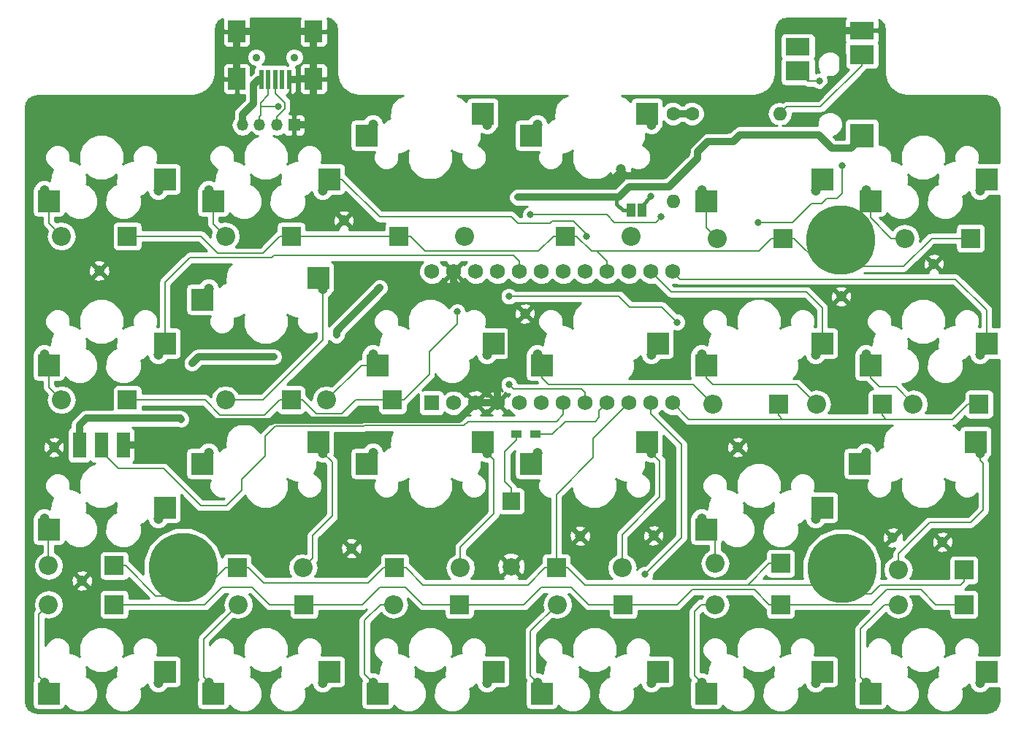
<source format=gbr>
%TF.GenerationSoftware,KiCad,Pcbnew,(2017-09-19 revision dddaa7e69)-makepkg*%
%TF.CreationDate,2017-10-17T20:10:02+02:00*%
%TF.ProjectId,lets_split,6C6574735F73706C69742E6B69636164,rev?*%
%TF.SameCoordinates,Original*%
%TF.FileFunction,Copper,L2,Bot,Signal*%
%TF.FilePolarity,Positive*%
%FSLAX46Y46*%
G04 Gerber Fmt 4.6, Leading zero omitted, Abs format (unit mm)*
G04 Created by KiCad (PCBNEW (2017-09-19 revision dddaa7e69)-makepkg) date 10/17/17 20:10:02*
%MOMM*%
%LPD*%
G01*
G04 APERTURE LIST*
%TA.AperFunction,ComponentPad*%
%ADD10C,2.000000*%
%TD*%
%TA.AperFunction,ComponentPad*%
%ADD11R,2.000000X2.000000*%
%TD*%
%TA.AperFunction,ComponentPad*%
%ADD12C,1.200000*%
%TD*%
%TA.AperFunction,ViaPad*%
%ADD13C,1.200000*%
%TD*%
%TA.AperFunction,SMDPad,CuDef*%
%ADD14R,2.550000X2.500000*%
%TD*%
%TA.AperFunction,ComponentPad*%
%ADD15O,1.350000X1.350000*%
%TD*%
%TA.AperFunction,ComponentPad*%
%ADD16R,1.350000X1.350000*%
%TD*%
%TA.AperFunction,ComponentPad*%
%ADD17R,1.752600X1.752600*%
%TD*%
%TA.AperFunction,ComponentPad*%
%ADD18C,1.752600*%
%TD*%
%TA.AperFunction,SMDPad,CuDef*%
%ADD19R,1.000000X1.500000*%
%TD*%
%TA.AperFunction,ComponentPad*%
%ADD20C,8.000000*%
%TD*%
%TA.AperFunction,ComponentPad*%
%ADD21C,1.600000*%
%TD*%
%TA.AperFunction,ComponentPad*%
%ADD22O,1.600000X1.600000*%
%TD*%
%TA.AperFunction,ComponentPad*%
%ADD23R,2.200000X2.200000*%
%TD*%
%TA.AperFunction,ComponentPad*%
%ADD24O,2.200000X2.200000*%
%TD*%
%TA.AperFunction,SMDPad,CuDef*%
%ADD25R,2.800000X2.000000*%
%TD*%
%TA.AperFunction,SMDPad,CuDef*%
%ADD26R,2.800000X2.200000*%
%TD*%
%TA.AperFunction,SMDPad,CuDef*%
%ADD27R,2.800000X2.800000*%
%TD*%
%TA.AperFunction,SMDPad,CuDef*%
%ADD28R,2.000000X2.500000*%
%TD*%
%TA.AperFunction,SMDPad,CuDef*%
%ADD29R,0.500000X2.300000*%
%TD*%
%TA.AperFunction,ComponentPad*%
%ADD30C,0.900000*%
%TD*%
%TA.AperFunction,SMDPad,CuDef*%
%ADD31R,1.500000X3.000000*%
%TD*%
%TA.AperFunction,SMDPad,CuDef*%
%ADD32R,1.200000X0.900000*%
%TD*%
%TA.AperFunction,ViaPad*%
%ADD33C,0.800000*%
%TD*%
%TA.AperFunction,Conductor*%
%ADD34C,0.812800*%
%TD*%
%TA.AperFunction,Conductor*%
%ADD35C,0.406400*%
%TD*%
%TA.AperFunction,Conductor*%
%ADD36C,0.203200*%
%TD*%
%TA.AperFunction,Conductor*%
%ADD37C,0.254000*%
%TD*%
G04 APERTURE END LIST*
D10*
%TO.P,J1,2*%
%TO.N,GND*%
X138000000Y-120350000D03*
D11*
%TO.P,J1,1*%
%TO.N,Net-(J1-Pad1)*%
X138000000Y-112750000D03*
%TD*%
D12*
%TO.P,REF\002A\002A,1*%
%TO.N,GND*%
X139600000Y-91000000D03*
%TD*%
D13*
%TO.N,col0*%
%TO.C,SW1*%
X97104000Y-76660000D03*
%TO.N,Net-(D1-Pad2)*%
X83896000Y-76660000D03*
D14*
%TD*%
%TO.P,SW1,2*%
%TO.N,Net-(D1-Pad2)*%
X84410000Y-77930000D03*
%TO.P,SW1,1*%
%TO.N,col0*%
X97860000Y-75390000D03*
%TD*%
D13*
%TO.N,col4*%
%TO.C,SW5*%
X173304000Y-76660000D03*
%TO.N,Net-(D17-Pad2)*%
X160096000Y-76660000D03*
D14*
%TD*%
%TO.P,SW5,2*%
%TO.N,Net-(D17-Pad2)*%
X160610000Y-77930000D03*
%TO.P,SW5,1*%
%TO.N,col4*%
X174060000Y-75390000D03*
%TD*%
D13*
%TO.N,col2*%
%TO.C,SW3*%
X121996000Y-69040000D03*
%TO.N,Net-(D9-Pad2)*%
X135204000Y-69040000D03*
D14*
%TD*%
%TO.P,SW3,2*%
%TO.N,Net-(D9-Pad2)*%
X134690000Y-67770000D03*
%TO.P,SW3,1*%
%TO.N,col2*%
X121240000Y-70310000D03*
%TD*%
D13*
%TO.N,col5*%
%TO.C,SW12*%
X192354000Y-95710000D03*
%TO.N,Net-(D22-Pad2)*%
X179146000Y-95710000D03*
D14*
%TD*%
%TO.P,SW12,2*%
%TO.N,Net-(D22-Pad2)*%
X179660000Y-96980000D03*
%TO.P,SW12,1*%
%TO.N,col5*%
X193110000Y-94440000D03*
%TD*%
D13*
%TO.N,col1*%
%TO.C,SW2*%
X116154000Y-76660000D03*
%TO.N,Net-(D5-Pad2)*%
X102946000Y-76660000D03*
D14*
%TD*%
%TO.P,SW2,2*%
%TO.N,Net-(D5-Pad2)*%
X103460000Y-77930000D03*
%TO.P,SW2,1*%
%TO.N,col1*%
X116910000Y-75390000D03*
%TD*%
D13*
%TO.N,col3*%
%TO.C,SW4*%
X141046000Y-69040000D03*
%TO.N,Net-(D13-Pad2)*%
X154254000Y-69040000D03*
D14*
%TD*%
%TO.P,SW4,2*%
%TO.N,Net-(D13-Pad2)*%
X153740000Y-67770000D03*
%TO.P,SW4,1*%
%TO.N,col3*%
X140290000Y-70310000D03*
%TD*%
D13*
%TO.N,col5*%
%TO.C,SW6*%
X192354000Y-76660000D03*
%TO.N,Net-(D21-Pad2)*%
X179146000Y-76660000D03*
D14*
%TD*%
%TO.P,SW6,2*%
%TO.N,Net-(D21-Pad2)*%
X179660000Y-77930000D03*
%TO.P,SW6,1*%
%TO.N,col5*%
X193110000Y-75390000D03*
%TD*%
D13*
%TO.N,col0*%
%TO.C,SW7*%
X97104000Y-95710000D03*
%TO.N,Net-(D2-Pad2)*%
X83896000Y-95710000D03*
D14*
%TD*%
%TO.P,SW7,2*%
%TO.N,Net-(D2-Pad2)*%
X84410000Y-96980000D03*
%TO.P,SW7,1*%
%TO.N,col0*%
X97860000Y-94440000D03*
%TD*%
D13*
%TO.N,col1*%
%TO.C,SW8*%
X102946000Y-88090000D03*
%TO.N,Net-(D6-Pad2)*%
X116154000Y-88090000D03*
D14*
%TD*%
%TO.P,SW8,2*%
%TO.N,Net-(D6-Pad2)*%
X115640000Y-86820000D03*
%TO.P,SW8,1*%
%TO.N,col1*%
X102190000Y-89360000D03*
%TD*%
D13*
%TO.N,col2*%
%TO.C,SW9*%
X135204000Y-95710000D03*
%TO.N,Net-(D10-Pad2)*%
X121996000Y-95710000D03*
D14*
%TD*%
%TO.P,SW9,2*%
%TO.N,Net-(D10-Pad2)*%
X122510000Y-96980000D03*
%TO.P,SW9,1*%
%TO.N,col2*%
X135960000Y-94440000D03*
%TD*%
D13*
%TO.N,col3*%
%TO.C,SW10*%
X154254000Y-95710000D03*
%TO.N,Net-(D14-Pad2)*%
X141046000Y-95710000D03*
D14*
%TD*%
%TO.P,SW10,2*%
%TO.N,Net-(D14-Pad2)*%
X141560000Y-96980000D03*
%TO.P,SW10,1*%
%TO.N,col3*%
X155010000Y-94440000D03*
%TD*%
D13*
%TO.N,col4*%
%TO.C,SW11*%
X173304000Y-95710000D03*
%TO.N,Net-(D18-Pad2)*%
X160096000Y-95710000D03*
D14*
%TD*%
%TO.P,SW11,2*%
%TO.N,Net-(D18-Pad2)*%
X160610000Y-96980000D03*
%TO.P,SW11,1*%
%TO.N,col4*%
X174060000Y-94440000D03*
%TD*%
D13*
%TO.N,col0*%
%TO.C,SW13*%
X97104000Y-114760000D03*
%TO.N,Net-(D3-Pad2)*%
X83896000Y-114760000D03*
D14*
%TD*%
%TO.P,SW13,2*%
%TO.N,Net-(D3-Pad2)*%
X84410000Y-116030000D03*
%TO.P,SW13,1*%
%TO.N,col0*%
X97860000Y-113490000D03*
%TD*%
D13*
%TO.N,col1*%
%TO.C,SW14*%
X102946000Y-107140000D03*
%TO.N,Net-(D7-Pad2)*%
X116154000Y-107140000D03*
D14*
%TD*%
%TO.P,SW14,2*%
%TO.N,Net-(D7-Pad2)*%
X115640000Y-105870000D03*
%TO.P,SW14,1*%
%TO.N,col1*%
X102190000Y-108410000D03*
%TD*%
D13*
%TO.N,col2*%
%TO.C,SW15*%
X121996000Y-107140000D03*
%TO.N,Net-(D11-Pad2)*%
X135204000Y-107140000D03*
D14*
%TD*%
%TO.P,SW15,2*%
%TO.N,Net-(D11-Pad2)*%
X134690000Y-105870000D03*
%TO.P,SW15,1*%
%TO.N,col2*%
X121240000Y-108410000D03*
%TD*%
D13*
%TO.N,col3*%
%TO.C,SW16*%
X141046000Y-107140000D03*
%TO.N,Net-(D15-Pad2)*%
X154254000Y-107140000D03*
D14*
%TD*%
%TO.P,SW16,2*%
%TO.N,Net-(D15-Pad2)*%
X153740000Y-105870000D03*
%TO.P,SW16,1*%
%TO.N,col3*%
X140290000Y-108410000D03*
%TD*%
D13*
%TO.N,col4*%
%TO.C,SW17*%
X173304000Y-114760000D03*
%TO.N,Net-(D19-Pad2)*%
X160096000Y-114760000D03*
D14*
%TD*%
%TO.P,SW17,2*%
%TO.N,Net-(D19-Pad2)*%
X160610000Y-116030000D03*
%TO.P,SW17,1*%
%TO.N,col4*%
X174060000Y-113490000D03*
%TD*%
D13*
%TO.N,col5*%
%TO.C,SW18*%
X179146000Y-107140000D03*
%TO.N,Net-(D23-Pad2)*%
X192354000Y-107140000D03*
D14*
%TD*%
%TO.P,SW18,2*%
%TO.N,Net-(D23-Pad2)*%
X191840000Y-105870000D03*
%TO.P,SW18,1*%
%TO.N,col5*%
X178390000Y-108410000D03*
%TD*%
D13*
%TO.N,col0*%
%TO.C,SW19*%
X97104000Y-133810000D03*
%TO.N,Net-(D4-Pad2)*%
X83896000Y-133810000D03*
D14*
%TD*%
%TO.P,SW19,2*%
%TO.N,Net-(D4-Pad2)*%
X84410000Y-135080000D03*
%TO.P,SW19,1*%
%TO.N,col0*%
X97860000Y-132540000D03*
%TD*%
D13*
%TO.N,col1*%
%TO.C,SW20*%
X116154000Y-133810000D03*
%TO.N,Net-(D8-Pad2)*%
X102946000Y-133810000D03*
D14*
%TD*%
%TO.P,SW20,2*%
%TO.N,Net-(D8-Pad2)*%
X103460000Y-135080000D03*
%TO.P,SW20,1*%
%TO.N,col1*%
X116910000Y-132540000D03*
%TD*%
D13*
%TO.N,col2*%
%TO.C,SW21*%
X135204000Y-133810000D03*
%TO.N,Net-(D12-Pad2)*%
X121996000Y-133810000D03*
D14*
%TD*%
%TO.P,SW21,2*%
%TO.N,Net-(D12-Pad2)*%
X122510000Y-135080000D03*
%TO.P,SW21,1*%
%TO.N,col2*%
X135960000Y-132540000D03*
%TD*%
D13*
%TO.N,col3*%
%TO.C,SW22*%
X154254000Y-133810000D03*
%TO.N,Net-(D16-Pad2)*%
X141046000Y-133810000D03*
D14*
%TD*%
%TO.P,SW22,2*%
%TO.N,Net-(D16-Pad2)*%
X141560000Y-135080000D03*
%TO.P,SW22,1*%
%TO.N,col3*%
X155010000Y-132540000D03*
%TD*%
D13*
%TO.N,col4*%
%TO.C,SW23*%
X173304000Y-133810000D03*
%TO.N,Net-(D20-Pad2)*%
X160096000Y-133810000D03*
D14*
%TD*%
%TO.P,SW23,2*%
%TO.N,Net-(D20-Pad2)*%
X160610000Y-135080000D03*
%TO.P,SW23,1*%
%TO.N,col4*%
X174060000Y-132540000D03*
%TD*%
D13*
%TO.N,col5*%
%TO.C,SW24*%
X192354000Y-133810000D03*
%TO.N,Net-(D24-Pad2)*%
X179146000Y-133810000D03*
D14*
%TD*%
%TO.P,SW24,2*%
%TO.N,Net-(D24-Pad2)*%
X179660000Y-135080000D03*
%TO.P,SW24,1*%
%TO.N,col5*%
X193110000Y-132540000D03*
%TD*%
D15*
%TO.P,P1,4*%
%TO.N,Net-(P1-Pad4)*%
X106850000Y-69100000D03*
%TO.P,P1,3*%
%TO.N,/D-*%
X108850000Y-69100000D03*
%TO.P,P1,2*%
%TO.N,/D+*%
X110850000Y-69100000D03*
D16*
%TO.P,P1,1*%
%TO.N,GND*%
X112850000Y-69100000D03*
%TD*%
D12*
%TO.P,REF\002A\002A,1*%
%TO.N,GND*%
X118600000Y-80200000D03*
%TD*%
%TO.P,REF\002A\002A,1*%
%TO.N,GND*%
X188000000Y-117500000D03*
%TD*%
%TO.P,REF\002A\002A,1*%
%TO.N,GND*%
X154500000Y-116750000D03*
%TD*%
%TO.P,REF\002A\002A,1*%
%TO.N,GND*%
X182250000Y-117000000D03*
%TD*%
%TO.P,REF\002A\002A,1*%
%TO.N,GND*%
X164250000Y-106500000D03*
%TD*%
%TO.P,REF\002A\002A,1*%
%TO.N,GND*%
X119500000Y-118250000D03*
%TD*%
%TO.P,REF\002A\002A,1*%
%TO.N,GND*%
X146000000Y-116800000D03*
%TD*%
%TO.P,REF\002A\002A,1*%
%TO.N,GND*%
X187000000Y-85250000D03*
%TD*%
%TO.P,REF\002A\002A,1*%
%TO.N,GND*%
X176250000Y-89000000D03*
%TD*%
%TO.P,REF\002A\002A,1*%
%TO.N,GND*%
X150750000Y-74250000D03*
%TD*%
%TO.P,REF\002A\002A,1*%
%TO.N,GND*%
X88250000Y-122000000D03*
%TD*%
%TO.P,REF\002A\002A,1*%
%TO.N,GND*%
X85000000Y-106500000D03*
%TD*%
%TO.P,REF\002A\002A,1*%
%TO.N,GND*%
X90250000Y-86000000D03*
%TD*%
D17*
%TO.P,U1,1*%
%TO.N,Net-(U1-Pad1)*%
X128780000Y-101370000D03*
D18*
%TO.P,U1,2*%
%TO.N,Net-(U1-Pad2)*%
X131320000Y-101370000D03*
%TO.P,U1,3*%
%TO.N,GND*%
X133860000Y-101370000D03*
%TO.P,U1,4*%
X136400000Y-101370000D03*
%TO.P,U1,5*%
%TO.N,SDA*%
X138940000Y-101370000D03*
%TO.P,U1,6*%
%TO.N,SCL/D3*%
X141480000Y-101370000D03*
%TO.P,U1,7*%
%TO.N,Net-(P3-Pad2)*%
X144020000Y-101370000D03*
%TO.P,U1,8*%
%TO.N,col2*%
X146560000Y-101370000D03*
%TO.P,U1,9*%
%TO.N,Net-(R3-Pad1)*%
X149100000Y-101370000D03*
%TO.P,U1,10*%
%TO.N,row2*%
X151640000Y-101370000D03*
%TO.P,U1,11*%
%TO.N,row3*%
X154180000Y-101370000D03*
%TO.P,U1,12*%
%TO.N,row1*%
X156720000Y-101370000D03*
%TO.P,U1,13*%
%TO.N,col5*%
X156720000Y-86130000D03*
%TO.P,U1,14*%
%TO.N,col4*%
X154180000Y-86130000D03*
%TO.P,U1,15*%
%TO.N,col3*%
X151640000Y-86130000D03*
%TO.P,U1,16*%
%TO.N,row0*%
X149100000Y-86130000D03*
%TO.P,U1,17*%
%TO.N,col1*%
X146560000Y-86130000D03*
%TO.P,U1,18*%
%TO.N,Net-(U1-Pad18)*%
X144020000Y-86130000D03*
%TO.P,U1,19*%
%TO.N,Net-(U1-Pad19)*%
X141480000Y-86130000D03*
%TO.P,U1,22*%
%TO.N,Net-(U1-Pad22)*%
X133860000Y-86130000D03*
%TO.P,U1,23*%
%TO.N,GND*%
X131320000Y-86130000D03*
%TO.P,U1,24*%
%TO.N,Net-(U1-Pad24)*%
X128780000Y-86130000D03*
%TO.P,U1,20*%
%TO.N,col0*%
X138940000Y-86130000D03*
%TO.P,U1,21*%
%TO.N,VCC*%
X136400000Y-86130000D03*
%TD*%
D19*
%TO.P,JP1,2*%
%TO.N,Net-(JP1-Pad2)*%
X153135000Y-79000000D03*
%TO.P,JP1,1*%
%TO.N,VCC*%
X151865000Y-79000000D03*
%TD*%
D20*
%TO.P,REF\002A\002A,1*%
%TO.N,N/C*%
X99991000Y-120488000D03*
%TD*%
%TO.P,REF\002A\002A,1*%
%TO.N,N/C*%
X176350000Y-120550000D03*
%TD*%
%TO.P,REF\002A\002A,1*%
%TO.N,N/C*%
X176200000Y-82450000D03*
%TD*%
D21*
%TO.P,R2,1*%
%TO.N,Net-(JP1-Pad2)*%
X156800000Y-67800000D03*
D22*
%TO.P,R2,2*%
%TO.N,SCL/D3*%
X156800000Y-77960000D03*
%TD*%
%TO.P,R1,2*%
%TO.N,SDA*%
X169160000Y-67800000D03*
D21*
%TO.P,R1,1*%
%TO.N,Net-(JP1-Pad2)*%
X159000000Y-67800000D03*
%TD*%
D23*
%TO.P,D12,1*%
%TO.N,row3*%
X132000000Y-124750000D03*
D24*
%TO.P,D12,2*%
%TO.N,Net-(D12-Pad2)*%
X124380000Y-124750000D03*
%TD*%
D23*
%TO.P,D7,1*%
%TO.N,row2*%
X106250000Y-120500000D03*
D24*
%TO.P,D7,2*%
%TO.N,Net-(D7-Pad2)*%
X113870000Y-120500000D03*
%TD*%
D23*
%TO.P,D18,1*%
%TO.N,row1*%
X181000000Y-101500000D03*
D24*
%TO.P,D18,2*%
%TO.N,Net-(D18-Pad2)*%
X173380000Y-101500000D03*
%TD*%
D23*
%TO.P,D9,1*%
%TO.N,row0*%
X125000000Y-82000000D03*
D24*
%TO.P,D9,2*%
%TO.N,Net-(D9-Pad2)*%
X132620000Y-82000000D03*
%TD*%
D23*
%TO.P,D13,1*%
%TO.N,row0*%
X144250000Y-82000000D03*
D24*
%TO.P,D13,2*%
%TO.N,Net-(D13-Pad2)*%
X151870000Y-82000000D03*
%TD*%
D25*
%TO.P,P4,1*%
%TO.N,GND*%
X178642500Y-58128000D03*
%TO.P,P4,6*%
%TO.N,N/C*%
X171242500Y-60028000D03*
D26*
%TO.P,P4,3*%
%TO.N,SCL/D3*%
X171242500Y-62828000D03*
%TO.P,P4,4*%
%TO.N,SDA*%
X178642500Y-60928000D03*
D27*
%TO.P,P4,2*%
%TO.N,VCC*%
X178642500Y-70328000D03*
%TD*%
D28*
%TO.P,P2,6*%
%TO.N,GND*%
X106200000Y-63750000D03*
X115100000Y-63750000D03*
X115100000Y-58250000D03*
X106200000Y-58250000D03*
D29*
%TO.P,P2,1*%
%TO.N,Net-(P1-Pad4)*%
X109050000Y-63850000D03*
%TO.P,P2,2*%
%TO.N,/D-*%
X109850000Y-63850000D03*
%TO.P,P2,3*%
%TO.N,/D+*%
X110650000Y-63850000D03*
%TO.P,P2,4*%
%TO.N,N/C*%
X111450000Y-63850000D03*
%TO.P,P2,5*%
%TO.N,GND*%
X112250000Y-63850000D03*
D30*
%TO.P,P2,7*%
%TO.N,N/C*%
X108450000Y-61250000D03*
X112850000Y-61250000D03*
%TD*%
D23*
%TO.P,D1,1*%
%TO.N,row0*%
X93500000Y-82000000D03*
D24*
%TO.P,D1,2*%
%TO.N,Net-(D1-Pad2)*%
X85880000Y-82000000D03*
%TD*%
D23*
%TO.P,D2,1*%
%TO.N,row1*%
X93500000Y-101000000D03*
D24*
%TO.P,D2,2*%
%TO.N,Net-(D2-Pad2)*%
X85880000Y-101000000D03*
%TD*%
D23*
%TO.P,D3,1*%
%TO.N,row2*%
X92000000Y-120250000D03*
D24*
%TO.P,D3,2*%
%TO.N,Net-(D3-Pad2)*%
X84380000Y-120250000D03*
%TD*%
D23*
%TO.P,D4,1*%
%TO.N,row3*%
X92000000Y-124750000D03*
D24*
%TO.P,D4,2*%
%TO.N,Net-(D4-Pad2)*%
X84380000Y-124750000D03*
%TD*%
D23*
%TO.P,D5,1*%
%TO.N,row0*%
X112500000Y-82000000D03*
D24*
%TO.P,D5,2*%
%TO.N,Net-(D5-Pad2)*%
X104880000Y-82000000D03*
%TD*%
D23*
%TO.P,D6,1*%
%TO.N,row1*%
X112500000Y-101000000D03*
D24*
%TO.P,D6,2*%
%TO.N,Net-(D6-Pad2)*%
X104880000Y-101000000D03*
%TD*%
D23*
%TO.P,D8,1*%
%TO.N,row3*%
X114000000Y-124750000D03*
D24*
%TO.P,D8,2*%
%TO.N,Net-(D8-Pad2)*%
X106380000Y-124750000D03*
%TD*%
D23*
%TO.P,D10,1*%
%TO.N,row1*%
X124250000Y-101000000D03*
D24*
%TO.P,D10,2*%
%TO.N,Net-(D10-Pad2)*%
X116630000Y-101000000D03*
%TD*%
D23*
%TO.P,D11,1*%
%TO.N,row2*%
X124500000Y-120500000D03*
D24*
%TO.P,D11,2*%
%TO.N,Net-(D11-Pad2)*%
X132120000Y-120500000D03*
%TD*%
D23*
%TO.P,D14,1*%
%TO.N,row1*%
X169000000Y-101500000D03*
D24*
%TO.P,D14,2*%
%TO.N,Net-(D14-Pad2)*%
X161380000Y-101500000D03*
%TD*%
D23*
%TO.P,D15,1*%
%TO.N,row2*%
X143250000Y-120500000D03*
D24*
%TO.P,D15,2*%
%TO.N,Net-(D15-Pad2)*%
X150870000Y-120500000D03*
%TD*%
D23*
%TO.P,D16,1*%
%TO.N,row3*%
X151000000Y-124750000D03*
D24*
%TO.P,D16,2*%
%TO.N,Net-(D16-Pad2)*%
X143380000Y-124750000D03*
%TD*%
D23*
%TO.P,D17,1*%
%TO.N,row0*%
X169500000Y-82250000D03*
D24*
%TO.P,D17,2*%
%TO.N,Net-(D17-Pad2)*%
X161880000Y-82250000D03*
%TD*%
D23*
%TO.P,D19,1*%
%TO.N,row2*%
X169250000Y-120000000D03*
D24*
%TO.P,D19,2*%
%TO.N,Net-(D19-Pad2)*%
X161630000Y-120000000D03*
%TD*%
D23*
%TO.P,D20,1*%
%TO.N,row3*%
X169250000Y-124750000D03*
D24*
%TO.P,D20,2*%
%TO.N,Net-(D20-Pad2)*%
X161630000Y-124750000D03*
%TD*%
D23*
%TO.P,D21,1*%
%TO.N,row0*%
X191250000Y-82250000D03*
D24*
%TO.P,D21,2*%
%TO.N,Net-(D21-Pad2)*%
X183630000Y-82250000D03*
%TD*%
D23*
%TO.P,D22,1*%
%TO.N,row1*%
X192250000Y-101500000D03*
D24*
%TO.P,D22,2*%
%TO.N,Net-(D22-Pad2)*%
X184630000Y-101500000D03*
%TD*%
D23*
%TO.P,D23,1*%
%TO.N,row2*%
X190500000Y-120750000D03*
D24*
%TO.P,D23,2*%
%TO.N,Net-(D23-Pad2)*%
X182880000Y-120750000D03*
%TD*%
D23*
%TO.P,D24,1*%
%TO.N,row3*%
X190500000Y-124750000D03*
D24*
%TO.P,D24,2*%
%TO.N,Net-(D24-Pad2)*%
X182880000Y-124750000D03*
%TD*%
D31*
%TO.P,P3,1*%
%TO.N,VCC*%
X87960000Y-106250000D03*
%TO.P,P3,2*%
%TO.N,Net-(P3-Pad2)*%
X90500000Y-106250000D03*
%TO.P,P3,3*%
%TO.N,GND*%
X93040000Y-106250000D03*
%TD*%
D32*
%TO.P,R3,2*%
%TO.N,Net-(J1-Pad1)*%
X138650000Y-105000000D03*
%TO.P,R3,1*%
%TO.N,Net-(R3-Pad1)*%
X140850000Y-105000000D03*
%TD*%
D33*
%TO.N,GND*%
X93000000Y-106250000D03*
%TO.N,SCL/D3*%
X173750000Y-64000000D03*
%TO.N,Net-(JP1-Pad2)*%
X154200000Y-77400000D03*
%TO.N,Net-(P3-Pad2)*%
X90500000Y-106250000D03*
%TO.N,VCC*%
X88000000Y-106250000D03*
X175200000Y-71800000D03*
%TO.N,row1*%
X157250000Y-92000000D03*
X137750000Y-89000000D03*
X131750000Y-90750000D03*
%TO.N,row3*%
X153500000Y-121250000D03*
%TO.N,GND*%
X174800000Y-58200000D03*
%TO.N,VCC*%
X117750000Y-93500000D03*
X110500000Y-96000000D03*
X101000000Y-96750000D03*
X99750000Y-103250000D03*
X122750000Y-88000000D03*
X138750000Y-77500000D03*
%TO.N,col1*%
X146750000Y-82000000D03*
%TO.N,col2*%
X137750000Y-99250000D03*
%TO.N,SCL/D3*%
X176400000Y-73800000D03*
X166600000Y-80400000D03*
%TO.N,SDA*%
X155400000Y-79750000D03*
X140250000Y-79500000D03*
%TO.N,/D-*%
X111000000Y-67000000D03*
%TD*%
D34*
%TO.N,GND*%
X115100000Y-69100000D02*
X121750000Y-75750000D01*
X165750000Y-67000000D02*
X167000000Y-67000000D01*
X121750000Y-75750000D02*
X150250000Y-75750000D01*
X150250000Y-75750000D02*
X151000000Y-75000000D01*
X158400000Y-71750000D02*
X160400000Y-69750000D01*
X176500000Y-63000000D02*
X176500000Y-61000000D01*
X151000000Y-75000000D02*
X155600000Y-75000000D01*
X155600000Y-75000000D02*
X158400000Y-72200000D01*
X158400000Y-72200000D02*
X158400000Y-71750000D01*
X176500000Y-61000000D02*
X174800000Y-59300000D01*
X160400000Y-69750000D02*
X163000000Y-69750000D01*
X163000000Y-69750000D02*
X165750000Y-67000000D01*
X167000000Y-67000000D02*
X168250000Y-65750000D01*
X168250000Y-65750000D02*
X173750000Y-65750000D01*
X173750000Y-65750000D02*
X176500000Y-63000000D01*
X174800000Y-59300000D02*
X174800000Y-58200000D01*
D35*
%TO.N,VCC*%
X151865000Y-79000000D02*
X150958600Y-79000000D01*
X150958600Y-79000000D02*
X150250000Y-78291400D01*
X150250000Y-78291400D02*
X150250000Y-77500000D01*
D36*
X151865000Y-79000000D02*
X151161800Y-79000000D01*
%TO.N,SCL/D3*%
X173750000Y-64000000D02*
X172414500Y-64000000D01*
X172414500Y-64000000D02*
X171242500Y-62828000D01*
%TO.N,SDA*%
X140250000Y-79500000D02*
X149100000Y-79500000D01*
X149100000Y-79500000D02*
X150000000Y-80400000D01*
X150000000Y-80400000D02*
X154750000Y-80400000D01*
X154750000Y-80400000D02*
X155400000Y-79750000D01*
D35*
%TO.N,Net-(JP1-Pad2)*%
X153135000Y-78465000D02*
X154200000Y-77400000D01*
X153135000Y-79000000D02*
X153135000Y-78465000D01*
D36*
%TO.N,row0*%
X169500000Y-82250000D02*
X170803200Y-82250000D01*
X191250000Y-82250000D02*
X187350000Y-82250000D01*
X170803200Y-82250000D02*
X174053200Y-85500000D01*
X183500000Y-85500000D02*
X186750000Y-82250000D01*
X186750000Y-82250000D02*
X191250000Y-82250000D01*
X174053200Y-85500000D02*
X183500000Y-85500000D01*
D34*
%TO.N,GND*%
X115100000Y-69100000D02*
X112850000Y-69100000D01*
X115100000Y-67250000D02*
X115100000Y-69100000D01*
%TO.N,VCC*%
X163750000Y-71000000D02*
X160800000Y-71000000D01*
X156350000Y-76250000D02*
X159600000Y-73000000D01*
X159600000Y-72200000D02*
X160800000Y-71000000D01*
X150250000Y-77500000D02*
X150500000Y-77500000D01*
X150500000Y-77500000D02*
X151750000Y-76250000D01*
X151750000Y-76250000D02*
X156350000Y-76250000D01*
X159600000Y-73000000D02*
X159600000Y-72200000D01*
X164524388Y-70225612D02*
X163750000Y-71000000D01*
X173625612Y-70225612D02*
X164524388Y-70225612D01*
X175200000Y-71800000D02*
X173625612Y-70225612D01*
D36*
%TO.N,Net-(D1-Pad2)*%
X84410000Y-77930000D02*
X84410000Y-77174000D01*
X84410000Y-77174000D02*
X83896000Y-76660000D01*
X84410000Y-77930000D02*
X84410000Y-80530000D01*
X84410000Y-80530000D02*
X85880000Y-82000000D01*
%TO.N,row0*%
X147303200Y-83750000D02*
X147500000Y-83750000D01*
X147500000Y-83750000D02*
X166696800Y-83750000D01*
X149100000Y-86130000D02*
X149100000Y-84890725D01*
X149100000Y-84890725D02*
X147959275Y-83750000D01*
X147959275Y-83750000D02*
X147500000Y-83750000D01*
X166696800Y-83750000D02*
X168196800Y-82250000D01*
X168196800Y-82250000D02*
X169500000Y-82250000D01*
X144250000Y-82000000D02*
X145553200Y-82000000D01*
X145553200Y-82000000D02*
X147303200Y-83750000D01*
X128053200Y-83750000D02*
X141196800Y-83750000D01*
X141196800Y-83750000D02*
X142946800Y-82000000D01*
X142946800Y-82000000D02*
X144250000Y-82000000D01*
X125000000Y-82000000D02*
X126303200Y-82000000D01*
X126303200Y-82000000D02*
X128053200Y-83750000D01*
X112500000Y-82000000D02*
X125000000Y-82000000D01*
X104000000Y-84000000D02*
X109196800Y-84000000D01*
X111196800Y-82000000D02*
X112500000Y-82000000D01*
X109196800Y-84000000D02*
X111196800Y-82000000D01*
X102000000Y-82000000D02*
X104000000Y-84000000D01*
X93500000Y-82000000D02*
X102000000Y-82000000D01*
%TO.N,Net-(D2-Pad2)*%
X84410000Y-96980000D02*
X84410000Y-96224000D01*
X84410000Y-96224000D02*
X83896000Y-95710000D01*
X84410000Y-96980000D02*
X84410000Y-99530000D01*
X84410000Y-99530000D02*
X85880000Y-101000000D01*
%TO.N,row1*%
X151750000Y-90250000D02*
X155500000Y-90250000D01*
X155500000Y-90250000D02*
X157250000Y-92000000D01*
X150500000Y-89000000D02*
X151750000Y-90250000D01*
X137750000Y-89000000D02*
X150500000Y-89000000D01*
X128500000Y-98053200D02*
X128500000Y-95411106D01*
X128500000Y-95411106D02*
X131750000Y-92161106D01*
X131750000Y-92161106D02*
X131750000Y-90750000D01*
X124250000Y-101000000D02*
X125553200Y-101000000D01*
X125553200Y-101000000D02*
X128500000Y-98053200D01*
X169446800Y-103250000D02*
X158600000Y-103250000D01*
X158600000Y-103250000D02*
X156720000Y-101370000D01*
X122946800Y-101000000D02*
X124250000Y-101000000D01*
X120000000Y-101000000D02*
X122946800Y-101000000D01*
X118357223Y-102642777D02*
X120000000Y-101000000D01*
X115445977Y-102642777D02*
X118357223Y-102642777D01*
X113803200Y-101000000D02*
X115445977Y-102642777D01*
X112500000Y-101000000D02*
X113803200Y-101000000D01*
X102505804Y-101000000D02*
X104255804Y-102750000D01*
X111196800Y-101000000D02*
X109446800Y-102750000D01*
X112500000Y-101000000D02*
X111196800Y-101000000D01*
X109446800Y-102750000D02*
X104255804Y-102750000D01*
X93500000Y-101000000D02*
X102505804Y-101000000D01*
X169446800Y-103250000D02*
X181446800Y-103250000D01*
X169000000Y-101500000D02*
X169000000Y-102803200D01*
X169000000Y-102803200D02*
X169446800Y-103250000D01*
X192250000Y-101500000D02*
X190946800Y-101500000D01*
X190946800Y-101500000D02*
X189196800Y-103250000D01*
X189196800Y-103250000D02*
X181446800Y-103250000D01*
X181446800Y-103250000D02*
X181000000Y-102803200D01*
X181000000Y-102803200D02*
X181000000Y-101500000D01*
%TO.N,Net-(D3-Pad2)*%
X84410000Y-116030000D02*
X84410000Y-115274000D01*
X84410000Y-115274000D02*
X83896000Y-114760000D01*
X84380000Y-120250000D02*
X84380000Y-116060000D01*
X84380000Y-116060000D02*
X84410000Y-116030000D01*
%TO.N,row2*%
X151640000Y-101370000D02*
X147500000Y-105510000D01*
X147500000Y-105510000D02*
X147500000Y-107729106D01*
X147500000Y-107729106D02*
X143250000Y-111979106D01*
X143250000Y-111979106D02*
X143250000Y-119196800D01*
X143250000Y-119196800D02*
X143250000Y-120500000D01*
X190053200Y-122500000D02*
X190500000Y-122053200D01*
X180750000Y-122500000D02*
X190053200Y-122500000D01*
X179750000Y-123500000D02*
X180750000Y-122500000D01*
X165446800Y-122500000D02*
X173500000Y-122500000D01*
X173500000Y-122500000D02*
X174500000Y-123500000D01*
X174500000Y-123500000D02*
X179750000Y-123500000D01*
X190500000Y-122053200D02*
X190500000Y-120750000D01*
X146553200Y-122500000D02*
X165446800Y-122500000D01*
X167946800Y-120000000D02*
X169250000Y-120000000D01*
X165446800Y-122500000D02*
X167946800Y-120000000D01*
X143250000Y-120500000D02*
X144553200Y-120500000D01*
X144553200Y-120500000D02*
X146553200Y-122500000D01*
X127803200Y-122500000D02*
X139946800Y-122500000D01*
X139946800Y-122500000D02*
X141946800Y-120500000D01*
X141946800Y-120500000D02*
X143250000Y-120500000D01*
X124500000Y-120500000D02*
X125803200Y-120500000D01*
X125803200Y-120500000D02*
X127803200Y-122500000D01*
X109303200Y-122250000D02*
X121446800Y-122250000D01*
X121446800Y-122250000D02*
X123196800Y-120500000D01*
X123196800Y-120500000D02*
X124500000Y-120500000D01*
X106250000Y-120500000D02*
X107553200Y-120500000D01*
X107553200Y-120500000D02*
X109303200Y-122250000D01*
X96803200Y-123750000D02*
X101696800Y-123750000D01*
X101696800Y-123750000D02*
X104946800Y-120500000D01*
X104946800Y-120500000D02*
X106250000Y-120500000D01*
X92000000Y-120250000D02*
X93303200Y-120250000D01*
X93303200Y-120250000D02*
X96803200Y-123750000D01*
%TO.N,Net-(D4-Pad2)*%
X84410000Y-135080000D02*
X84410000Y-134324000D01*
X84410000Y-134324000D02*
X83896000Y-133810000D01*
X84380000Y-124750000D02*
X83280001Y-125849999D01*
X83280001Y-125849999D02*
X83280001Y-133194001D01*
X83280001Y-133194001D02*
X83296001Y-133210001D01*
X83296001Y-133210001D02*
X83896000Y-133810000D01*
%TO.N,row3*%
X157750000Y-117000000D02*
X153500000Y-121250000D01*
X157750000Y-106179275D02*
X157750000Y-117000000D01*
X154180000Y-101370000D02*
X154180000Y-102609275D01*
X154180000Y-102609275D02*
X157750000Y-106179275D01*
X169250000Y-124750000D02*
X179750000Y-124750000D01*
X187250000Y-124750000D02*
X190500000Y-124750000D01*
X179750000Y-124750000D02*
X181500000Y-123000000D01*
X181500000Y-123000000D02*
X185500000Y-123000000D01*
X185500000Y-123000000D02*
X187250000Y-124750000D01*
X159000000Y-123000000D02*
X166196800Y-123000000D01*
X166196800Y-123000000D02*
X167946800Y-124750000D01*
X167946800Y-124750000D02*
X169250000Y-124750000D01*
X157250000Y-124750000D02*
X159000000Y-123000000D01*
X151000000Y-124750000D02*
X157250000Y-124750000D01*
X145000000Y-122750000D02*
X147000000Y-124750000D01*
X147000000Y-124750000D02*
X151000000Y-124750000D01*
X141500000Y-122750000D02*
X145000000Y-122750000D01*
X139500000Y-124750000D02*
X141500000Y-122750000D01*
X132000000Y-124750000D02*
X139500000Y-124750000D01*
X122750000Y-122750000D02*
X120750000Y-124750000D01*
X120750000Y-124750000D02*
X114000000Y-124750000D01*
X125750000Y-122750000D02*
X122750000Y-122750000D01*
X127750000Y-124750000D02*
X125750000Y-122750000D01*
X132000000Y-124750000D02*
X127750000Y-124750000D01*
X108000000Y-122750000D02*
X110000000Y-124750000D01*
X110000000Y-124750000D02*
X114000000Y-124750000D01*
X104500000Y-122750000D02*
X108000000Y-122750000D01*
X102500000Y-124750000D02*
X104500000Y-122750000D01*
X92000000Y-124750000D02*
X102500000Y-124750000D01*
%TO.N,Net-(D5-Pad2)*%
X103460000Y-77930000D02*
X103460000Y-77174000D01*
X103460000Y-77174000D02*
X102946000Y-76660000D01*
X103460000Y-77930000D02*
X103460000Y-80580000D01*
X103460000Y-80580000D02*
X104880000Y-82000000D01*
%TO.N,Net-(D6-Pad2)*%
X115640000Y-86820000D02*
X115640000Y-87576000D01*
X115640000Y-87576000D02*
X116154000Y-88090000D01*
X116154000Y-88938528D02*
X116154000Y-88090000D01*
X116154000Y-94096000D02*
X116154000Y-88938528D01*
X109250000Y-101000000D02*
X116154000Y-94096000D01*
X104880000Y-101000000D02*
X109250000Y-101000000D01*
%TO.N,Net-(D7-Pad2)*%
X115640000Y-105870000D02*
X115640000Y-106626000D01*
X115640000Y-106626000D02*
X116154000Y-107140000D01*
X117250000Y-114500000D02*
X117250000Y-108236000D01*
X117250000Y-108236000D02*
X116154000Y-107140000D01*
X114969999Y-116780001D02*
X117250000Y-114500000D01*
X113870000Y-120500000D02*
X114969999Y-119400001D01*
X114969999Y-119400001D02*
X114969999Y-116780001D01*
%TO.N,Net-(D8-Pad2)*%
X103460000Y-135080000D02*
X103460000Y-134324000D01*
X103460000Y-134324000D02*
X102946000Y-133810000D01*
X102346001Y-133210001D02*
X102346001Y-129000000D01*
X102346001Y-128783999D02*
X102346001Y-129000000D01*
X106380000Y-124750000D02*
X102346001Y-128783999D01*
X102946000Y-133810000D02*
X102346001Y-133210001D01*
%TO.N,Net-(D9-Pad2)*%
X134690000Y-67770000D02*
X134690000Y-68526000D01*
X134690000Y-68526000D02*
X135204000Y-69040000D01*
%TO.N,Net-(D10-Pad2)*%
X122510000Y-96980000D02*
X122510000Y-96224000D01*
X122510000Y-96224000D02*
X121996000Y-95710000D01*
X116630000Y-101000000D02*
X120650000Y-96980000D01*
X120650000Y-96980000D02*
X122510000Y-96980000D01*
%TO.N,Net-(D11-Pad2)*%
X134690000Y-105870000D02*
X134690000Y-106626000D01*
X134690000Y-106626000D02*
X135204000Y-107140000D01*
X136000000Y-114250000D02*
X136000000Y-107936000D01*
X136000000Y-107936000D02*
X135204000Y-107140000D01*
X132120000Y-118130000D02*
X136000000Y-114250000D01*
X132120000Y-120500000D02*
X132120000Y-118130000D01*
%TO.N,Net-(D12-Pad2)*%
X122510000Y-135080000D02*
X122510000Y-134324000D01*
X122510000Y-134324000D02*
X121996000Y-133810000D01*
X121000000Y-126574366D02*
X121000000Y-132814000D01*
X121000000Y-132814000D02*
X121996000Y-133810000D01*
X124380000Y-124750000D02*
X122824366Y-124750000D01*
X122824366Y-124750000D02*
X121000000Y-126574366D01*
%TO.N,Net-(D13-Pad2)*%
X153740000Y-67770000D02*
X153740000Y-68526000D01*
X153740000Y-68526000D02*
X154254000Y-69040000D01*
%TO.N,Net-(D14-Pad2)*%
X141560000Y-96980000D02*
X141560000Y-96224000D01*
X141560000Y-96224000D02*
X141046000Y-95710000D01*
X142376800Y-99250000D02*
X159130000Y-99250000D01*
X159130000Y-99250000D02*
X161380000Y-101500000D01*
X141560000Y-96980000D02*
X141560000Y-98433200D01*
X141560000Y-98433200D02*
X142376800Y-99250000D01*
%TO.N,Net-(D15-Pad2)*%
X153740000Y-105870000D02*
X153740000Y-106626000D01*
X153740000Y-106626000D02*
X154254000Y-107140000D01*
X155250000Y-112250000D02*
X155250000Y-108136000D01*
X155250000Y-108136000D02*
X154254000Y-107140000D01*
X150870000Y-116630000D02*
X155250000Y-112250000D01*
X150870000Y-120500000D02*
X150870000Y-116630000D01*
%TO.N,Net-(D16-Pad2)*%
X141560000Y-135080000D02*
X141560000Y-134324000D01*
X141560000Y-134324000D02*
X141046000Y-133810000D01*
X140250000Y-127880000D02*
X140250000Y-133014000D01*
X140250000Y-133014000D02*
X141046000Y-133810000D01*
X143380000Y-124750000D02*
X140250000Y-127880000D01*
%TO.N,Net-(D17-Pad2)*%
X160610000Y-77930000D02*
X160610000Y-77174000D01*
X160610000Y-77174000D02*
X160096000Y-76660000D01*
X160610000Y-77930000D02*
X160610000Y-80980000D01*
X160610000Y-80980000D02*
X161880000Y-82250000D01*
%TO.N,Net-(D18-Pad2)*%
X160610000Y-96980000D02*
X160610000Y-96224000D01*
X160610000Y-96224000D02*
X160096000Y-95710000D01*
X173380000Y-101500000D02*
X171130000Y-99250000D01*
X171130000Y-99250000D02*
X161426800Y-99250000D01*
X161426800Y-99250000D02*
X160610000Y-98433200D01*
X160610000Y-98433200D02*
X160610000Y-96980000D01*
%TO.N,Net-(D19-Pad2)*%
X160610000Y-116030000D02*
X160610000Y-115274000D01*
X160610000Y-115274000D02*
X160096000Y-114760000D01*
X161630000Y-120000000D02*
X161630000Y-117050000D01*
X161630000Y-117050000D02*
X160610000Y-116030000D01*
%TO.N,Net-(D20-Pad2)*%
X160610000Y-135080000D02*
X160610000Y-134324000D01*
X160610000Y-134324000D02*
X160096000Y-133810000D01*
X159250000Y-125574366D02*
X159250000Y-132964000D01*
X159250000Y-132964000D02*
X160096000Y-133810000D01*
X161630000Y-124750000D02*
X160074366Y-124750000D01*
X160074366Y-124750000D02*
X159250000Y-125574366D01*
%TO.N,Net-(D21-Pad2)*%
X179660000Y-77930000D02*
X179660000Y-77174000D01*
X179660000Y-77174000D02*
X179146000Y-76660000D01*
X183630000Y-82250000D02*
X182074366Y-82250000D01*
X182074366Y-82250000D02*
X179660000Y-79835634D01*
X179660000Y-79835634D02*
X179660000Y-79383200D01*
X179660000Y-79383200D02*
X179660000Y-77930000D01*
%TO.N,Net-(D22-Pad2)*%
X179660000Y-96980000D02*
X179660000Y-96224000D01*
X179660000Y-96224000D02*
X179146000Y-95710000D01*
X180726800Y-99500000D02*
X182630000Y-99500000D01*
X182630000Y-99500000D02*
X184630000Y-101500000D01*
X179660000Y-96980000D02*
X179660000Y-98433200D01*
X179660000Y-98433200D02*
X180726800Y-99500000D01*
%TO.N,Net-(D23-Pad2)*%
X191840000Y-105870000D02*
X191840000Y-106626000D01*
X191840000Y-106626000D02*
X192354000Y-107140000D01*
X192354000Y-107140000D02*
X192354000Y-107988528D01*
X192750000Y-108384528D02*
X192750000Y-113750000D01*
X192354000Y-107988528D02*
X192750000Y-108384528D01*
X191250000Y-115250000D02*
X192750000Y-113750000D01*
X186500000Y-115250000D02*
X191250000Y-115250000D01*
X182880000Y-118870000D02*
X186500000Y-115250000D01*
X182880000Y-120750000D02*
X182880000Y-118870000D01*
%TO.N,Net-(D24-Pad2)*%
X179660000Y-135080000D02*
X179660000Y-134324000D01*
X179660000Y-134324000D02*
X179146000Y-133810000D01*
X178500000Y-127574366D02*
X178500000Y-133164000D01*
X178500000Y-133164000D02*
X179146000Y-133810000D01*
X182880000Y-124750000D02*
X181324366Y-124750000D01*
X181324366Y-124750000D02*
X178500000Y-127574366D01*
D34*
%TO.N,GND*%
X178642500Y-58128000D02*
X174872000Y-58128000D01*
X174872000Y-58128000D02*
X174800000Y-58200000D01*
X138000000Y-91500000D02*
X138000000Y-96750000D01*
X136400000Y-101370000D02*
X136400000Y-98350000D01*
X136400000Y-98350000D02*
X138000000Y-96750000D01*
X93040000Y-106250000D02*
X99750000Y-106250000D01*
X120640208Y-103353988D02*
X120705407Y-103288789D01*
X132983701Y-102246299D02*
X133860000Y-101370000D01*
X120705407Y-103288789D02*
X131941211Y-103288789D01*
X110390208Y-103353988D02*
X120640208Y-103353988D01*
X99750000Y-106250000D02*
X102461210Y-103538790D01*
X110205406Y-103538790D02*
X110390208Y-103353988D01*
X131941211Y-103288789D02*
X132983701Y-102246299D01*
X102461210Y-103538790D02*
X110205406Y-103538790D01*
X135750000Y-89250000D02*
X138000000Y-91500000D01*
X133200725Y-89250000D02*
X135750000Y-89250000D01*
X131320000Y-86130000D02*
X131320000Y-87369275D01*
X131320000Y-87369275D02*
X133200725Y-89250000D01*
X133860000Y-101370000D02*
X136400000Y-101370000D01*
X115100000Y-67250000D02*
X115100000Y-63750000D01*
X106200000Y-58250000D02*
X106200000Y-63750000D01*
X115100000Y-58250000D02*
X106200000Y-58250000D01*
X115100000Y-58250000D02*
X115100000Y-63750000D01*
D36*
X112250000Y-63850000D02*
X112500000Y-63850000D01*
D34*
X115100000Y-63750000D02*
X113287200Y-63750000D01*
X113287200Y-63750000D02*
X113187200Y-63850000D01*
X113187200Y-63850000D02*
X112500000Y-63850000D01*
%TO.N,VCC*%
X177400000Y-71800000D02*
X175200000Y-71800000D01*
X178642500Y-70328000D02*
X178642500Y-70557500D01*
X178642500Y-70557500D02*
X177400000Y-71800000D01*
X117750000Y-93500000D02*
X117750000Y-93000000D01*
X117750000Y-93000000D02*
X122750000Y-88000000D01*
X101000000Y-96750000D02*
X101750000Y-96000000D01*
X101750000Y-96000000D02*
X110500000Y-96000000D01*
X88750000Y-103147200D02*
X99647200Y-103147200D01*
X99647200Y-103147200D02*
X99750000Y-103250000D01*
X87960000Y-106250000D02*
X87960000Y-103937200D01*
X87960000Y-103937200D02*
X88750000Y-103147200D01*
X150250000Y-77500000D02*
X138750000Y-77500000D01*
D36*
%TO.N,col0*%
X97860000Y-132540000D02*
X97860000Y-133054000D01*
X97860000Y-133054000D02*
X97104000Y-133810000D01*
X97860000Y-113490000D02*
X97860000Y-114004000D01*
X97860000Y-114004000D02*
X97104000Y-114760000D01*
X97860000Y-94440000D02*
X97860000Y-94954000D01*
X97860000Y-94954000D02*
X97104000Y-95710000D01*
X97860000Y-75390000D02*
X97860000Y-75904000D01*
X97860000Y-75904000D02*
X97104000Y-76660000D01*
X97860000Y-94440000D02*
X97860000Y-87390000D01*
X97860000Y-87390000D02*
X100750000Y-84500000D01*
X110500000Y-84250000D02*
X138299275Y-84250000D01*
X100750000Y-84500000D02*
X110250000Y-84500000D01*
X110250000Y-84500000D02*
X110500000Y-84250000D01*
X138299275Y-84250000D02*
X138940000Y-84890725D01*
X138940000Y-84890725D02*
X138940000Y-86130000D01*
%TO.N,col1*%
X116910000Y-132540000D02*
X116910000Y-133054000D01*
X116910000Y-133054000D02*
X116154000Y-133810000D01*
X102190000Y-108410000D02*
X102190000Y-107896000D01*
X102190000Y-107896000D02*
X102946000Y-107140000D01*
X102190000Y-89360000D02*
X102190000Y-88846000D01*
X102190000Y-88846000D02*
X102946000Y-88090000D01*
X116910000Y-75390000D02*
X116910000Y-75904000D01*
X116910000Y-75904000D02*
X116154000Y-76660000D01*
X142750000Y-80250000D02*
X145248642Y-80250000D01*
X145248642Y-80250000D02*
X146750000Y-81751358D01*
X146750000Y-81751358D02*
X146750000Y-82000000D01*
X142500000Y-80500000D02*
X142750000Y-80250000D01*
X138750000Y-80500000D02*
X142500000Y-80500000D01*
X138000000Y-79750000D02*
X138750000Y-80500000D01*
X122748200Y-79750000D02*
X138000000Y-79750000D01*
X116910000Y-75390000D02*
X118388200Y-75390000D01*
X118388200Y-75390000D02*
X122748200Y-79750000D01*
%TO.N,col2*%
X135960000Y-132540000D02*
X135960000Y-133054000D01*
X135960000Y-133054000D02*
X135204000Y-133810000D01*
X121240000Y-108410000D02*
X121240000Y-107896000D01*
X121240000Y-107896000D02*
X121996000Y-107140000D01*
X135960000Y-94440000D02*
X135960000Y-94954000D01*
X135960000Y-94954000D02*
X135204000Y-95710000D01*
X121240000Y-70310000D02*
X121240000Y-69796000D01*
X121240000Y-69796000D02*
X121996000Y-69040000D01*
X146179275Y-99750000D02*
X138250000Y-99750000D01*
X138250000Y-99750000D02*
X137750000Y-99250000D01*
X146560000Y-101370000D02*
X146560000Y-100130725D01*
X146560000Y-100130725D02*
X146179275Y-99750000D01*
%TO.N,col3*%
X155010000Y-132540000D02*
X155010000Y-133054000D01*
X155010000Y-133054000D02*
X154254000Y-133810000D01*
X140290000Y-108410000D02*
X140290000Y-107896000D01*
X140290000Y-107896000D02*
X141046000Y-107140000D01*
X155010000Y-94440000D02*
X155010000Y-94954000D01*
X155010000Y-94954000D02*
X154254000Y-95710000D01*
X140290000Y-70310000D02*
X140290000Y-69796000D01*
X140290000Y-69796000D02*
X141046000Y-69040000D01*
%TO.N,col4*%
X172250000Y-88500000D02*
X174060000Y-90310000D01*
X174060000Y-90310000D02*
X174060000Y-94440000D01*
X156550000Y-88500000D02*
X172250000Y-88500000D01*
X154180000Y-86130000D02*
X156550000Y-88500000D01*
X174060000Y-132540000D02*
X174060000Y-133054000D01*
X174060000Y-133054000D02*
X173304000Y-133810000D01*
X174060000Y-113490000D02*
X174060000Y-114004000D01*
X174060000Y-114004000D02*
X173304000Y-114760000D01*
X174060000Y-94440000D02*
X174060000Y-94954000D01*
X174060000Y-94954000D02*
X173304000Y-95710000D01*
X174060000Y-75390000D02*
X174060000Y-75904000D01*
X174060000Y-75904000D02*
X173304000Y-76660000D01*
%TO.N,col5*%
X156720000Y-86130000D02*
X157596299Y-87006299D01*
X157596299Y-87006299D02*
X189506299Y-87006299D01*
X189506299Y-87006299D02*
X193110000Y-90610000D01*
X193110000Y-90610000D02*
X193110000Y-94440000D01*
X193110000Y-132540000D02*
X193110000Y-133054000D01*
X193110000Y-133054000D02*
X192354000Y-133810000D01*
X178390000Y-108410000D02*
X178390000Y-107896000D01*
X178390000Y-107896000D02*
X179146000Y-107140000D01*
X193110000Y-94440000D02*
X193110000Y-94954000D01*
X193110000Y-94954000D02*
X192354000Y-95710000D01*
X193110000Y-75390000D02*
X193110000Y-75904000D01*
X193110000Y-75904000D02*
X192354000Y-76660000D01*
%TO.N,SCL/D3*%
X175800000Y-77600000D02*
X176400000Y-77000000D01*
X176400000Y-77000000D02*
X176400000Y-73800000D01*
X174923642Y-77600000D02*
X175800000Y-77600000D01*
X174600000Y-77600000D02*
X174923642Y-77600000D01*
X174000000Y-78200000D02*
X174600000Y-77600000D01*
X172800000Y-78200000D02*
X174000000Y-78200000D01*
X170600000Y-80400000D02*
X172800000Y-78200000D01*
X166600000Y-80400000D02*
X170600000Y-80400000D01*
%TO.N,SDA*%
X178642500Y-60928000D02*
X178642500Y-62231200D01*
X178642500Y-62231200D02*
X173873699Y-67000001D01*
X173873699Y-67000001D02*
X172999999Y-67000001D01*
X169160000Y-67800000D02*
X169959999Y-67000001D01*
X169959999Y-67000001D02*
X172999999Y-67000001D01*
D34*
%TO.N,Net-(JP1-Pad2)*%
X156800000Y-67800000D02*
X159000000Y-67800000D01*
%TO.N,Net-(P1-Pad4)*%
X106850000Y-69100000D02*
X106850000Y-67900000D01*
X106850000Y-67900000D02*
X108153200Y-66596800D01*
X108153200Y-66596800D02*
X108153200Y-64446800D01*
X108153200Y-64446800D02*
X108750000Y-63850000D01*
D36*
X109050000Y-63850000D02*
X108750000Y-63850000D01*
X108000000Y-64446800D02*
X108000000Y-64500000D01*
%TO.N,/D+*%
X111750000Y-66500000D02*
X110650000Y-65400000D01*
X110650000Y-65400000D02*
X110650000Y-63850000D01*
X111750000Y-67250000D02*
X111750000Y-66500000D01*
X111250000Y-67750000D02*
X111750000Y-67250000D01*
X111245406Y-67750000D02*
X111250000Y-67750000D01*
X110850000Y-69100000D02*
X110850000Y-68145406D01*
X110850000Y-68145406D02*
X111245406Y-67750000D01*
%TO.N,/D-*%
X109000000Y-67000000D02*
X109000000Y-66500000D01*
X109000000Y-67995406D02*
X109000000Y-67000000D01*
X109000000Y-67000000D02*
X111000000Y-67000000D01*
X109000000Y-66500000D02*
X109850000Y-65650000D01*
X109850000Y-65650000D02*
X109850000Y-63850000D01*
X108850000Y-69100000D02*
X108850000Y-68145406D01*
X108850000Y-68145406D02*
X109000000Y-67995406D01*
%TO.N,Net-(P3-Pad2)*%
X144020000Y-102730000D02*
X144020000Y-101370000D01*
X133000000Y-103500000D02*
X143250000Y-103500000D01*
X90500000Y-106250000D02*
X90500000Y-107000000D01*
X106750000Y-111500000D02*
X106750000Y-110250000D01*
X90500000Y-107000000D02*
X92500000Y-109000000D01*
X110684801Y-104065199D02*
X120934801Y-104065199D01*
X92500000Y-109000000D02*
X97750000Y-109000000D01*
X97750000Y-109000000D02*
X102004801Y-113254801D01*
X102004801Y-113254801D02*
X104995199Y-113254801D01*
X104995199Y-113254801D02*
X106750000Y-111500000D01*
X121000000Y-104000000D02*
X132500000Y-104000000D01*
X106750000Y-110250000D02*
X109500000Y-107500000D01*
X109500000Y-107500000D02*
X109500000Y-105250000D01*
X109500000Y-105250000D02*
X110684801Y-104065199D01*
X120934801Y-104065199D02*
X121000000Y-104000000D01*
X132500000Y-104000000D02*
X133000000Y-103500000D01*
X143250000Y-103500000D02*
X144020000Y-102730000D01*
%TO.N,Net-(J1-Pad1)*%
X137250000Y-110500000D02*
X138000000Y-111250000D01*
X138000000Y-111250000D02*
X138000000Y-112750000D01*
X137250000Y-107053200D02*
X137250000Y-110500000D01*
X138650000Y-105000000D02*
X138650000Y-105653200D01*
X138650000Y-105653200D02*
X137250000Y-107053200D01*
%TO.N,Net-(R3-Pad1)*%
X149100000Y-101370000D02*
X148223701Y-102246299D01*
X148223701Y-102246299D02*
X148223701Y-103026299D01*
X148223701Y-103026299D02*
X147750000Y-103500000D01*
X144250000Y-103500000D02*
X147750000Y-103500000D01*
X142750000Y-105000000D02*
X144250000Y-103500000D01*
X140850000Y-105000000D02*
X142750000Y-105000000D01*
%TD*%
D37*
%TO.N,GND*%
G36*
X113465000Y-56873690D02*
X113465000Y-57964250D01*
X113623750Y-58123000D01*
X114973000Y-58123000D01*
X114973000Y-58103000D01*
X115227000Y-58103000D01*
X115227000Y-58123000D01*
X116576250Y-58123000D01*
X116735000Y-57964250D01*
X116735000Y-56873690D01*
X116688489Y-56761403D01*
X116988338Y-56821046D01*
X117402333Y-57097669D01*
X117678953Y-57511660D01*
X117790000Y-58069931D01*
X117790000Y-63000000D01*
X117803642Y-63068584D01*
X117803642Y-63138514D01*
X117955883Y-63903881D01*
X117995697Y-64000000D01*
X118061897Y-64159821D01*
X118495442Y-64808668D01*
X118691332Y-65004558D01*
X119340178Y-65438103D01*
X119461124Y-65488200D01*
X119596119Y-65544117D01*
X120361485Y-65696357D01*
X120431413Y-65696357D01*
X120500000Y-65710000D01*
X125454776Y-65710000D01*
X124852200Y-65958980D01*
X124251091Y-66559041D01*
X123925372Y-67343459D01*
X123924630Y-68192815D01*
X123982750Y-68333476D01*
X123582200Y-68498980D01*
X123231167Y-68849401D01*
X123231214Y-68795421D01*
X123043592Y-68341343D01*
X122696485Y-67993629D01*
X122242734Y-67805215D01*
X121751421Y-67804786D01*
X121297343Y-67992408D01*
X120949629Y-68339515D01*
X120919298Y-68412560D01*
X119965000Y-68412560D01*
X119717235Y-68461843D01*
X119507191Y-68602191D01*
X119366843Y-68812235D01*
X119317560Y-69060000D01*
X119317560Y-71560000D01*
X119366843Y-71807765D01*
X119507191Y-72017809D01*
X119717235Y-72158157D01*
X119965000Y-72207440D01*
X122178880Y-72207440D01*
X122035258Y-72553319D01*
X122034743Y-73144089D01*
X122260344Y-73690086D01*
X122677717Y-74108188D01*
X123223319Y-74334742D01*
X123814089Y-74335257D01*
X124360086Y-74109656D01*
X124778188Y-73692283D01*
X125004742Y-73146681D01*
X125005257Y-72555911D01*
X124959491Y-72445149D01*
X125212815Y-72445370D01*
X125997800Y-72121020D01*
X126086210Y-72032764D01*
X125965458Y-72323567D01*
X125964543Y-73371834D01*
X126364853Y-74340658D01*
X127105443Y-75082542D01*
X128073567Y-75484542D01*
X129121834Y-75485457D01*
X130090658Y-75085147D01*
X130832542Y-74344557D01*
X131234542Y-73376433D01*
X131235457Y-72328166D01*
X131113649Y-72033368D01*
X131199041Y-72118909D01*
X131983459Y-72444628D01*
X132240297Y-72444852D01*
X132195258Y-72553319D01*
X132194743Y-73144089D01*
X132420344Y-73690086D01*
X132837717Y-74108188D01*
X133383319Y-74334742D01*
X133974089Y-74335257D01*
X134520086Y-74109656D01*
X134938188Y-73692283D01*
X135164742Y-73146681D01*
X135165257Y-72555911D01*
X134939656Y-72009914D01*
X134522283Y-71591812D01*
X134238431Y-71473946D01*
X134544628Y-70736541D01*
X134545181Y-70103672D01*
X134957266Y-70274785D01*
X135448579Y-70275214D01*
X135902657Y-70087592D01*
X136250371Y-69740485D01*
X136335112Y-69536407D01*
X136422809Y-69477809D01*
X136563157Y-69267765D01*
X136612440Y-69020000D01*
X136612440Y-66520000D01*
X136563157Y-66272235D01*
X136422809Y-66062191D01*
X136212765Y-65921843D01*
X135965000Y-65872560D01*
X133415000Y-65872560D01*
X133167235Y-65921843D01*
X132957191Y-66062191D01*
X132816843Y-66272235D01*
X132791043Y-66401943D01*
X132350959Y-65961091D01*
X131746265Y-65710000D01*
X144504776Y-65710000D01*
X143902200Y-65958980D01*
X143301091Y-66559041D01*
X142975372Y-67343459D01*
X142974630Y-68192815D01*
X143032750Y-68333476D01*
X142632200Y-68498980D01*
X142281167Y-68849401D01*
X142281214Y-68795421D01*
X142093592Y-68341343D01*
X141746485Y-67993629D01*
X141292734Y-67805215D01*
X140801421Y-67804786D01*
X140347343Y-67992408D01*
X139999629Y-68339515D01*
X139969298Y-68412560D01*
X139015000Y-68412560D01*
X138767235Y-68461843D01*
X138557191Y-68602191D01*
X138416843Y-68812235D01*
X138367560Y-69060000D01*
X138367560Y-71560000D01*
X138416843Y-71807765D01*
X138557191Y-72017809D01*
X138767235Y-72158157D01*
X139015000Y-72207440D01*
X141228880Y-72207440D01*
X141085258Y-72553319D01*
X141084743Y-73144089D01*
X141310344Y-73690086D01*
X141727717Y-74108188D01*
X142273319Y-74334742D01*
X142864089Y-74335257D01*
X143410086Y-74109656D01*
X143828188Y-73692283D01*
X144054742Y-73146681D01*
X144055257Y-72555911D01*
X144009491Y-72445149D01*
X144262815Y-72445370D01*
X145047800Y-72121020D01*
X145136210Y-72032764D01*
X145015458Y-72323567D01*
X145014543Y-73371834D01*
X145414853Y-74340658D01*
X146155443Y-75082542D01*
X147123567Y-75484542D01*
X148171834Y-75485457D01*
X149140658Y-75085147D01*
X149568432Y-74658119D01*
X149661836Y-74883617D01*
X149887265Y-74933130D01*
X150570395Y-74250000D01*
X150556253Y-74235858D01*
X150735858Y-74056253D01*
X150750000Y-74070395D01*
X150764143Y-74056253D01*
X150943748Y-74235858D01*
X150929605Y-74250000D01*
X151612735Y-74933130D01*
X151838164Y-74883617D01*
X151997807Y-74418964D01*
X151980983Y-74146916D01*
X152433319Y-74334742D01*
X153024089Y-74335257D01*
X153570086Y-74109656D01*
X153988188Y-73692283D01*
X154214742Y-73146681D01*
X154215257Y-72555911D01*
X153989656Y-72009914D01*
X153572283Y-71591812D01*
X153288431Y-71473946D01*
X153594628Y-70736541D01*
X153595181Y-70103672D01*
X154007266Y-70274785D01*
X154498579Y-70275214D01*
X154952657Y-70087592D01*
X155300371Y-69740485D01*
X155385112Y-69536407D01*
X155472809Y-69477809D01*
X155613157Y-69267765D01*
X155662440Y-69020000D01*
X155662440Y-68691622D01*
X155986077Y-69015824D01*
X156513309Y-69234750D01*
X157084187Y-69235248D01*
X157611800Y-69017243D01*
X157787950Y-68841400D01*
X158011957Y-68841400D01*
X158186077Y-69015824D01*
X158713309Y-69234750D01*
X159284187Y-69235248D01*
X159811800Y-69017243D01*
X160215824Y-68613923D01*
X160434750Y-68086691D01*
X160435248Y-67515813D01*
X160217243Y-66988200D01*
X159813923Y-66584176D01*
X159286691Y-66365250D01*
X158715813Y-66364752D01*
X158188200Y-66582757D01*
X158012050Y-66758600D01*
X157788043Y-66758600D01*
X157613923Y-66584176D01*
X157086691Y-66365250D01*
X156515813Y-66364752D01*
X155988200Y-66582757D01*
X155662440Y-66907949D01*
X155662440Y-66520000D01*
X155613157Y-66272235D01*
X155472809Y-66062191D01*
X155262765Y-65921843D01*
X155015000Y-65872560D01*
X152465000Y-65872560D01*
X152217235Y-65921843D01*
X152007191Y-66062191D01*
X151866843Y-66272235D01*
X151841043Y-66401943D01*
X151400959Y-65961091D01*
X150796265Y-65710000D01*
X166000000Y-65710000D01*
X166068584Y-65696358D01*
X166138514Y-65696358D01*
X166903881Y-65544117D01*
X167067725Y-65476250D01*
X167159821Y-65438103D01*
X167808668Y-65004558D01*
X168004558Y-64808668D01*
X168438103Y-64159822D01*
X168504303Y-64000000D01*
X168544117Y-63903881D01*
X168696357Y-63138515D01*
X168696357Y-63068587D01*
X168710000Y-63000000D01*
X168710000Y-59028000D01*
X169195060Y-59028000D01*
X169195060Y-61028000D01*
X169244343Y-61275765D01*
X169312655Y-61378000D01*
X169244343Y-61480235D01*
X169195060Y-61728000D01*
X169195060Y-63928000D01*
X169244343Y-64175765D01*
X169384691Y-64385809D01*
X169594735Y-64526157D01*
X169842500Y-64575440D01*
X171975337Y-64575440D01*
X172132615Y-64680530D01*
X172414500Y-64736600D01*
X173022880Y-64736600D01*
X173162954Y-64876919D01*
X173543223Y-65034820D01*
X173954971Y-65035179D01*
X174335515Y-64877942D01*
X174626919Y-64587046D01*
X174784820Y-64206777D01*
X174785179Y-63795029D01*
X174668549Y-63512762D01*
X175236589Y-63513257D01*
X175782586Y-63287656D01*
X176200688Y-62870283D01*
X176427242Y-62324681D01*
X176427757Y-61733911D01*
X176202156Y-61187914D01*
X175784783Y-60769812D01*
X175239181Y-60543258D01*
X174648411Y-60542743D01*
X174102414Y-60768344D01*
X173684312Y-61185717D01*
X173457758Y-61731319D01*
X173457243Y-62322089D01*
X173682844Y-62868086D01*
X173779615Y-62965026D01*
X173545029Y-62964821D01*
X173289940Y-63070221D01*
X173289940Y-61728000D01*
X173240657Y-61480235D01*
X173172345Y-61378000D01*
X173240657Y-61275765D01*
X173289940Y-61028000D01*
X173289940Y-59028000D01*
X173240657Y-58780235D01*
X173100309Y-58570191D01*
X172890265Y-58429843D01*
X172642500Y-58380560D01*
X169842500Y-58380560D01*
X169594735Y-58429843D01*
X169384691Y-58570191D01*
X169244343Y-58780235D01*
X169195060Y-59028000D01*
X168710000Y-59028000D01*
X168710000Y-58069931D01*
X168821046Y-57511662D01*
X169097669Y-57097667D01*
X169511660Y-56821047D01*
X170069931Y-56710000D01*
X176762475Y-56710000D01*
X176704173Y-56768302D01*
X176607500Y-57001691D01*
X176607500Y-57842250D01*
X176766250Y-58001000D01*
X178515500Y-58001000D01*
X178515500Y-57981000D01*
X178769500Y-57981000D01*
X178769500Y-58001000D01*
X180518750Y-58001000D01*
X180677500Y-57842250D01*
X180677500Y-57001691D01*
X180646429Y-56926679D01*
X180902333Y-57097669D01*
X181178953Y-57511660D01*
X181290000Y-58069931D01*
X181290000Y-63000000D01*
X181303642Y-63068584D01*
X181303642Y-63138514D01*
X181455883Y-63903881D01*
X181495697Y-64000000D01*
X181561897Y-64159821D01*
X181995442Y-64808668D01*
X182191332Y-65004558D01*
X182840178Y-65438103D01*
X182961124Y-65488200D01*
X183096119Y-65544117D01*
X183861485Y-65696357D01*
X183931413Y-65696357D01*
X184000000Y-65710000D01*
X193180069Y-65710000D01*
X193738338Y-65821046D01*
X194152333Y-66097669D01*
X194428953Y-66511660D01*
X194540000Y-67069931D01*
X194540000Y-73523391D01*
X194385000Y-73492560D01*
X192171120Y-73492560D01*
X192314742Y-73146681D01*
X192315257Y-72555911D01*
X192089656Y-72009914D01*
X191672283Y-71591812D01*
X191126681Y-71365258D01*
X190535911Y-71364743D01*
X189989914Y-71590344D01*
X189571812Y-72007717D01*
X189345258Y-72553319D01*
X189344743Y-73144089D01*
X189390509Y-73254851D01*
X189137185Y-73254630D01*
X188352200Y-73578980D01*
X188263790Y-73667236D01*
X188384542Y-73376433D01*
X188385457Y-72328166D01*
X187985147Y-71359342D01*
X187244557Y-70617458D01*
X186276433Y-70215458D01*
X185228166Y-70214543D01*
X184259342Y-70614853D01*
X183517458Y-71355443D01*
X183115458Y-72323567D01*
X183114543Y-73371834D01*
X183236351Y-73666632D01*
X183150959Y-73581091D01*
X182366541Y-73255372D01*
X182109703Y-73255148D01*
X182154742Y-73146681D01*
X182155257Y-72555911D01*
X181929656Y-72009914D01*
X181512283Y-71591812D01*
X180966681Y-71365258D01*
X180689940Y-71365017D01*
X180689940Y-68928000D01*
X180640657Y-68680235D01*
X180500309Y-68470191D01*
X180290265Y-68329843D01*
X180042500Y-68280560D01*
X177242500Y-68280560D01*
X176994735Y-68329843D01*
X176784691Y-68470191D01*
X176644343Y-68680235D01*
X176595060Y-68928000D01*
X176595060Y-70758600D01*
X175631362Y-70758600D01*
X175342328Y-70469566D01*
X175782586Y-70287656D01*
X176200688Y-69870283D01*
X176427242Y-69324681D01*
X176427757Y-68733911D01*
X176202156Y-68187914D01*
X175784783Y-67769812D01*
X175239181Y-67543258D01*
X174648411Y-67542743D01*
X174102414Y-67768344D01*
X173684312Y-68185717D01*
X173457758Y-68731319D01*
X173457363Y-69184212D01*
X169443441Y-69184212D01*
X169737264Y-69125767D01*
X170202811Y-68814698D01*
X170513880Y-68349151D01*
X170623113Y-67800000D01*
X170610502Y-67736601D01*
X173873699Y-67736601D01*
X174155584Y-67680531D01*
X174394554Y-67520856D01*
X179163355Y-62752055D01*
X179214548Y-62675440D01*
X180042500Y-62675440D01*
X180290265Y-62626157D01*
X180500309Y-62485809D01*
X180640657Y-62275765D01*
X180689940Y-62028000D01*
X180689940Y-59828000D01*
X180640657Y-59580235D01*
X180579627Y-59488898D01*
X180580827Y-59487698D01*
X180677500Y-59254309D01*
X180677500Y-58413750D01*
X180518750Y-58255000D01*
X178769500Y-58255000D01*
X178769500Y-58275000D01*
X178515500Y-58275000D01*
X178515500Y-58255000D01*
X176766250Y-58255000D01*
X176607500Y-58413750D01*
X176607500Y-59254309D01*
X176704173Y-59487698D01*
X176705373Y-59488898D01*
X176644343Y-59580235D01*
X176595060Y-59828000D01*
X176595060Y-62028000D01*
X176644343Y-62275765D01*
X176784691Y-62485809D01*
X176994735Y-62626157D01*
X177170810Y-62661180D01*
X173568589Y-66263401D01*
X169959999Y-66263401D01*
X169678114Y-66319471D01*
X169513199Y-66429664D01*
X169188113Y-66365000D01*
X169131887Y-66365000D01*
X168582736Y-66474233D01*
X168117189Y-66785302D01*
X167806120Y-67250849D01*
X167696887Y-67800000D01*
X167806120Y-68349151D01*
X168117189Y-68814698D01*
X168582736Y-69125767D01*
X168876559Y-69184212D01*
X164524388Y-69184212D01*
X164125861Y-69263484D01*
X163805101Y-69477809D01*
X163788007Y-69489231D01*
X163318638Y-69958600D01*
X160800000Y-69958600D01*
X160401473Y-70037872D01*
X160082131Y-70251250D01*
X160063619Y-70263619D01*
X158863619Y-71463619D01*
X158637872Y-71801473D01*
X158558600Y-72200000D01*
X158558600Y-72568638D01*
X155918638Y-75208600D01*
X151750000Y-75208600D01*
X151396636Y-75278888D01*
X151433130Y-75112735D01*
X150750000Y-74429605D01*
X150066870Y-75112735D01*
X150116383Y-75338164D01*
X150581036Y-75497807D01*
X151071413Y-75467482D01*
X151101024Y-75455217D01*
X151037283Y-75497807D01*
X151013619Y-75513619D01*
X150068638Y-76458600D01*
X138750000Y-76458600D01*
X138717967Y-76464972D01*
X138545029Y-76464821D01*
X138383788Y-76531444D01*
X138351473Y-76537872D01*
X138324317Y-76556017D01*
X138164485Y-76622058D01*
X138041013Y-76745315D01*
X138013619Y-76763619D01*
X137995475Y-76790773D01*
X137873081Y-76912954D01*
X137806177Y-77074078D01*
X137787872Y-77101473D01*
X137781500Y-77133505D01*
X137715180Y-77293223D01*
X137715028Y-77467685D01*
X137708600Y-77500000D01*
X137714972Y-77532033D01*
X137714821Y-77704971D01*
X137781444Y-77866212D01*
X137787872Y-77898527D01*
X137806017Y-77925683D01*
X137872058Y-78085515D01*
X137995315Y-78208987D01*
X138013619Y-78236381D01*
X138040773Y-78254525D01*
X138162954Y-78376919D01*
X138324078Y-78443823D01*
X138351473Y-78462128D01*
X138383505Y-78468500D01*
X138543223Y-78534820D01*
X138717685Y-78534972D01*
X138750000Y-78541400D01*
X139859693Y-78541400D01*
X139664485Y-78622058D01*
X139373081Y-78912954D01*
X139215180Y-79293223D01*
X139214821Y-79704971D01*
X139238963Y-79763400D01*
X139055110Y-79763400D01*
X138520855Y-79229145D01*
X138281885Y-79069470D01*
X138000000Y-79013400D01*
X123053310Y-79013400D01*
X118909055Y-74869145D01*
X118832440Y-74817952D01*
X118832440Y-74140000D01*
X118783157Y-73892235D01*
X118642809Y-73682191D01*
X118432765Y-73541843D01*
X118185000Y-73492560D01*
X115971120Y-73492560D01*
X116114742Y-73146681D01*
X116115257Y-72555911D01*
X115889656Y-72009914D01*
X115472283Y-71591812D01*
X114926681Y-71365258D01*
X114335911Y-71364743D01*
X113789914Y-71590344D01*
X113371812Y-72007717D01*
X113145258Y-72553319D01*
X113144743Y-73144089D01*
X113190509Y-73254851D01*
X112937185Y-73254630D01*
X112152200Y-73578980D01*
X112063790Y-73667236D01*
X112184542Y-73376433D01*
X112185457Y-72328166D01*
X111785147Y-71359342D01*
X111044557Y-70617458D01*
X110383074Y-70342786D01*
X110850000Y-70435664D01*
X111351315Y-70335946D01*
X111643014Y-70141039D01*
X111815301Y-70313327D01*
X112048690Y-70410000D01*
X112564250Y-70410000D01*
X112723000Y-70251250D01*
X112723000Y-69227000D01*
X112977000Y-69227000D01*
X112977000Y-70251250D01*
X113135750Y-70410000D01*
X113651310Y-70410000D01*
X113884699Y-70313327D01*
X114063327Y-70134698D01*
X114160000Y-69901309D01*
X114160000Y-69385750D01*
X114001250Y-69227000D01*
X112977000Y-69227000D01*
X112723000Y-69227000D01*
X112703000Y-69227000D01*
X112703000Y-68973000D01*
X112723000Y-68973000D01*
X112723000Y-67948750D01*
X112977000Y-67948750D01*
X112977000Y-68973000D01*
X114001250Y-68973000D01*
X114160000Y-68814250D01*
X114160000Y-68298691D01*
X114063327Y-68065302D01*
X113884699Y-67886673D01*
X113651310Y-67790000D01*
X113135750Y-67790000D01*
X112977000Y-67948750D01*
X112723000Y-67948750D01*
X112564250Y-67790000D01*
X112251710Y-67790000D01*
X112270855Y-67770855D01*
X112293743Y-67736601D01*
X112430530Y-67531885D01*
X112486600Y-67250000D01*
X112486600Y-66500000D01*
X112430530Y-66218115D01*
X112270855Y-65979145D01*
X111926710Y-65635000D01*
X111966250Y-65635000D01*
X112114508Y-65486742D01*
X112157809Y-65457809D01*
X112298157Y-65247765D01*
X112347440Y-65000000D01*
X112347440Y-63977000D01*
X112375000Y-63977000D01*
X112375000Y-65476250D01*
X112533750Y-65635000D01*
X112626309Y-65635000D01*
X112859698Y-65538327D01*
X113038327Y-65359699D01*
X113135000Y-65126310D01*
X113135000Y-64135750D01*
X113035000Y-64035750D01*
X113465000Y-64035750D01*
X113465000Y-65126310D01*
X113561673Y-65359699D01*
X113740302Y-65538327D01*
X113973691Y-65635000D01*
X114814250Y-65635000D01*
X114973000Y-65476250D01*
X114973000Y-63877000D01*
X115227000Y-63877000D01*
X115227000Y-65476250D01*
X115385750Y-65635000D01*
X116226309Y-65635000D01*
X116459698Y-65538327D01*
X116638327Y-65359699D01*
X116735000Y-65126310D01*
X116735000Y-64035750D01*
X116576250Y-63877000D01*
X115227000Y-63877000D01*
X114973000Y-63877000D01*
X113623750Y-63877000D01*
X113465000Y-64035750D01*
X113035000Y-64035750D01*
X112976250Y-63977000D01*
X112375000Y-63977000D01*
X112347440Y-63977000D01*
X112347440Y-63703000D01*
X112375000Y-63703000D01*
X112375000Y-63723000D01*
X112976250Y-63723000D01*
X113135000Y-63564250D01*
X113135000Y-62573690D01*
X113052158Y-62373690D01*
X113465000Y-62373690D01*
X113465000Y-63464250D01*
X113623750Y-63623000D01*
X114973000Y-63623000D01*
X114973000Y-62023750D01*
X115227000Y-62023750D01*
X115227000Y-63623000D01*
X116576250Y-63623000D01*
X116735000Y-63464250D01*
X116735000Y-62373690D01*
X116638327Y-62140301D01*
X116459698Y-61961673D01*
X116226309Y-61865000D01*
X115385750Y-61865000D01*
X115227000Y-62023750D01*
X114973000Y-62023750D01*
X114814250Y-61865000D01*
X113973691Y-61865000D01*
X113740302Y-61961673D01*
X113561673Y-62140301D01*
X113465000Y-62373690D01*
X113052158Y-62373690D01*
X113038327Y-62340301D01*
X113033186Y-62335160D01*
X113064873Y-62335188D01*
X113463800Y-62170354D01*
X113769282Y-61865405D01*
X113934811Y-61466767D01*
X113935188Y-61035127D01*
X113770354Y-60636200D01*
X113465405Y-60330718D01*
X113066767Y-60165189D01*
X112635127Y-60164812D01*
X112236200Y-60329646D01*
X111930718Y-60634595D01*
X111765189Y-61033233D01*
X111764812Y-61464873D01*
X111929646Y-61863800D01*
X112130495Y-62065000D01*
X112122998Y-62065000D01*
X112122998Y-62218931D01*
X112114508Y-62213258D01*
X111966250Y-62065000D01*
X111873691Y-62065000D01*
X111837632Y-62079936D01*
X111700000Y-62052560D01*
X111200000Y-62052560D01*
X111050000Y-62082397D01*
X110900000Y-62052560D01*
X110400000Y-62052560D01*
X110250000Y-62082397D01*
X110100000Y-62052560D01*
X109600000Y-62052560D01*
X109450000Y-62082397D01*
X109300000Y-62052560D01*
X109181800Y-62052560D01*
X109369282Y-61865405D01*
X109534811Y-61466767D01*
X109535188Y-61035127D01*
X109370354Y-60636200D01*
X109065405Y-60330718D01*
X108666767Y-60165189D01*
X108235127Y-60164812D01*
X107836200Y-60329646D01*
X107530718Y-60634595D01*
X107365189Y-61033233D01*
X107364812Y-61464873D01*
X107529646Y-61863800D01*
X107834595Y-62169282D01*
X108233233Y-62334811D01*
X108280276Y-62334852D01*
X108201843Y-62452235D01*
X108152560Y-62700000D01*
X108152560Y-63020781D01*
X108013619Y-63113619D01*
X107835000Y-63292238D01*
X107835000Y-62373690D01*
X107738327Y-62140301D01*
X107559698Y-61961673D01*
X107326309Y-61865000D01*
X106485750Y-61865000D01*
X106327000Y-62023750D01*
X106327000Y-63623000D01*
X106347000Y-63623000D01*
X106347000Y-63877000D01*
X106327000Y-63877000D01*
X106327000Y-65476250D01*
X106485750Y-65635000D01*
X107111800Y-65635000D01*
X107111800Y-66165438D01*
X106113619Y-67163619D01*
X105887872Y-67501473D01*
X105808600Y-67900000D01*
X105808600Y-68320271D01*
X105639718Y-68573021D01*
X105540000Y-69074336D01*
X105540000Y-69125664D01*
X105639718Y-69626979D01*
X105923690Y-70051974D01*
X106348685Y-70335946D01*
X106850000Y-70435664D01*
X107351315Y-70335946D01*
X107776310Y-70051974D01*
X107850000Y-69941689D01*
X107923690Y-70051974D01*
X108348685Y-70335946D01*
X108609021Y-70387730D01*
X108059342Y-70614853D01*
X107317458Y-71355443D01*
X106915458Y-72323567D01*
X106914543Y-73371834D01*
X107036351Y-73666632D01*
X106950959Y-73581091D01*
X106166541Y-73255372D01*
X105909703Y-73255148D01*
X105954742Y-73146681D01*
X105955257Y-72555911D01*
X105729656Y-72009914D01*
X105312283Y-71591812D01*
X104766681Y-71365258D01*
X104175911Y-71364743D01*
X103629914Y-71590344D01*
X103211812Y-72007717D01*
X102985258Y-72553319D01*
X102984743Y-73144089D01*
X103210344Y-73690086D01*
X103627717Y-74108188D01*
X103911569Y-74226054D01*
X103605372Y-74963459D01*
X103604819Y-75596328D01*
X103192734Y-75425215D01*
X102701421Y-75424786D01*
X102247343Y-75612408D01*
X101899629Y-75959515D01*
X101814888Y-76163593D01*
X101727191Y-76222191D01*
X101586843Y-76432235D01*
X101537560Y-76680000D01*
X101537560Y-79180000D01*
X101586843Y-79427765D01*
X101727191Y-79637809D01*
X101937235Y-79778157D01*
X102185000Y-79827440D01*
X102723400Y-79827440D01*
X102723400Y-80580000D01*
X102779470Y-80861885D01*
X102939145Y-81100855D01*
X103231673Y-81393383D01*
X103111009Y-82000000D01*
X103128216Y-82086506D01*
X102520855Y-81479145D01*
X102281885Y-81319470D01*
X102000000Y-81263400D01*
X95247440Y-81263400D01*
X95247440Y-80900000D01*
X95198157Y-80652235D01*
X95057809Y-80442191D01*
X94847765Y-80301843D01*
X94600000Y-80252560D01*
X92400000Y-80252560D01*
X92152235Y-80301843D01*
X91942191Y-80442191D01*
X91801843Y-80652235D01*
X91752560Y-80900000D01*
X91752560Y-83100000D01*
X91801843Y-83347765D01*
X91942191Y-83557809D01*
X92152235Y-83698157D01*
X92400000Y-83747440D01*
X94600000Y-83747440D01*
X94847765Y-83698157D01*
X95057809Y-83557809D01*
X95198157Y-83347765D01*
X95247440Y-83100000D01*
X95247440Y-82736600D01*
X101694890Y-82736600D01*
X102721690Y-83763400D01*
X100750000Y-83763400D01*
X100468115Y-83819470D01*
X100229145Y-83979145D01*
X97339145Y-86869145D01*
X97179470Y-87108115D01*
X97123400Y-87390000D01*
X97123400Y-92542560D01*
X96921120Y-92542560D01*
X97064742Y-92196681D01*
X97065257Y-91605911D01*
X96839656Y-91059914D01*
X96422283Y-90641812D01*
X95876681Y-90415258D01*
X95285911Y-90414743D01*
X94739914Y-90640344D01*
X94321812Y-91057717D01*
X94095258Y-91603319D01*
X94094743Y-92194089D01*
X94140509Y-92304851D01*
X93887185Y-92304630D01*
X93102200Y-92628980D01*
X93013790Y-92717236D01*
X93134542Y-92426433D01*
X93135457Y-91378166D01*
X92735147Y-90409342D01*
X91994557Y-89667458D01*
X91026433Y-89265458D01*
X89978166Y-89264543D01*
X89009342Y-89664853D01*
X88267458Y-90405443D01*
X87865458Y-91373567D01*
X87864543Y-92421834D01*
X87986351Y-92716632D01*
X87900959Y-92631091D01*
X87116541Y-92305372D01*
X86859703Y-92305148D01*
X86904742Y-92196681D01*
X86905257Y-91605911D01*
X86679656Y-91059914D01*
X86262283Y-90641812D01*
X85716681Y-90415258D01*
X85125911Y-90414743D01*
X84579914Y-90640344D01*
X84161812Y-91057717D01*
X83935258Y-91603319D01*
X83934743Y-92194089D01*
X84160344Y-92740086D01*
X84577717Y-93158188D01*
X84861569Y-93276054D01*
X84555372Y-94013459D01*
X84554819Y-94646328D01*
X84142734Y-94475215D01*
X83651421Y-94474786D01*
X83197343Y-94662408D01*
X82849629Y-95009515D01*
X82764888Y-95213593D01*
X82677191Y-95272191D01*
X82536843Y-95482235D01*
X82487560Y-95730000D01*
X82487560Y-98230000D01*
X82536843Y-98477765D01*
X82677191Y-98687809D01*
X82887235Y-98828157D01*
X83135000Y-98877440D01*
X83673400Y-98877440D01*
X83673400Y-99530000D01*
X83729470Y-99811885D01*
X83889145Y-100050855D01*
X84231673Y-100393383D01*
X84111009Y-101000000D01*
X84243078Y-101663956D01*
X84619179Y-102226830D01*
X85182053Y-102602931D01*
X85846009Y-102735000D01*
X85913991Y-102735000D01*
X86577947Y-102602931D01*
X87140821Y-102226830D01*
X87516922Y-101663956D01*
X87648991Y-101000000D01*
X87516922Y-100336044D01*
X87140821Y-99773170D01*
X86577947Y-99397069D01*
X85913991Y-99265000D01*
X85846009Y-99265000D01*
X85296095Y-99374385D01*
X85146600Y-99224890D01*
X85146600Y-98877440D01*
X85685000Y-98877440D01*
X85932765Y-98828157D01*
X86142809Y-98687809D01*
X86283157Y-98477765D01*
X86308957Y-98348057D01*
X86749041Y-98788909D01*
X87533459Y-99114628D01*
X88382815Y-99115370D01*
X89167800Y-98791020D01*
X89768909Y-98190959D01*
X90094628Y-97406541D01*
X90095370Y-96557185D01*
X89771020Y-95772200D01*
X89170959Y-95171091D01*
X88767698Y-95003642D01*
X88824628Y-94866541D01*
X88825370Y-94017185D01*
X88779523Y-93906227D01*
X89005443Y-94132542D01*
X89973567Y-94534542D01*
X91021834Y-94535457D01*
X91990658Y-94135147D01*
X92219842Y-93906362D01*
X92175372Y-94013459D01*
X92174630Y-94862815D01*
X92232750Y-95003476D01*
X91832200Y-95168980D01*
X91231091Y-95769041D01*
X90905372Y-96553459D01*
X90904630Y-97402815D01*
X91228980Y-98187800D01*
X91829041Y-98788909D01*
X92613459Y-99114628D01*
X93462815Y-99115370D01*
X94247800Y-98791020D01*
X94848909Y-98190959D01*
X95174628Y-97406541D01*
X95175370Y-96557185D01*
X95117250Y-96416524D01*
X95517800Y-96251020D01*
X95868833Y-95900599D01*
X95868786Y-95954579D01*
X96056408Y-96408657D01*
X96403515Y-96756371D01*
X96857266Y-96944785D01*
X97348579Y-96945214D01*
X97802657Y-96757592D01*
X97810262Y-96750000D01*
X99958600Y-96750000D01*
X99964972Y-96782033D01*
X99964821Y-96954971D01*
X100031444Y-97116213D01*
X100037872Y-97148526D01*
X100056016Y-97175680D01*
X100122058Y-97335515D01*
X100245315Y-97458988D01*
X100263619Y-97486381D01*
X100290773Y-97504525D01*
X100412954Y-97626919D01*
X100574081Y-97693824D01*
X100601474Y-97712128D01*
X100633504Y-97718499D01*
X100793223Y-97784820D01*
X100967685Y-97784972D01*
X101000000Y-97791400D01*
X101032033Y-97785028D01*
X101204971Y-97785179D01*
X101366213Y-97718556D01*
X101398526Y-97712128D01*
X101425680Y-97693984D01*
X101585515Y-97627942D01*
X101708988Y-97504685D01*
X101736381Y-97486381D01*
X102181362Y-97041400D01*
X110500000Y-97041400D01*
X110532033Y-97035028D01*
X110704971Y-97035179D01*
X110866212Y-96968556D01*
X110898527Y-96962128D01*
X110925683Y-96943983D01*
X111085515Y-96877942D01*
X111208987Y-96754685D01*
X111236381Y-96736381D01*
X111254525Y-96709227D01*
X111376919Y-96587046D01*
X111443823Y-96425922D01*
X111462128Y-96398527D01*
X111468500Y-96366495D01*
X111534820Y-96206777D01*
X111534972Y-96032315D01*
X111541400Y-96000000D01*
X111535028Y-95967967D01*
X111535179Y-95795029D01*
X111468556Y-95633788D01*
X111462128Y-95601473D01*
X111443983Y-95574317D01*
X111377942Y-95414485D01*
X111254685Y-95291013D01*
X111236381Y-95263619D01*
X111209227Y-95245475D01*
X111087046Y-95123081D01*
X110925922Y-95056177D01*
X110898527Y-95037872D01*
X110866495Y-95031500D01*
X110706777Y-94965180D01*
X110532315Y-94965028D01*
X110500000Y-94958600D01*
X101750000Y-94958600D01*
X101351473Y-95037872D01*
X101152097Y-95171091D01*
X101013619Y-95263619D01*
X100263619Y-96013619D01*
X100245475Y-96040773D01*
X100123081Y-96162954D01*
X100056176Y-96324081D01*
X100037872Y-96351474D01*
X100031501Y-96383504D01*
X99965180Y-96543223D01*
X99965028Y-96717685D01*
X99958600Y-96750000D01*
X97810262Y-96750000D01*
X98150371Y-96410485D01*
X98180702Y-96337440D01*
X99135000Y-96337440D01*
X99382765Y-96288157D01*
X99592809Y-96147809D01*
X99733157Y-95937765D01*
X99782440Y-95690000D01*
X99782440Y-93190000D01*
X99733157Y-92942235D01*
X99592809Y-92732191D01*
X99382765Y-92591843D01*
X99135000Y-92542560D01*
X98596600Y-92542560D01*
X98596600Y-87695110D01*
X101055110Y-85236600D01*
X105574182Y-85236600D01*
X105201091Y-85609041D01*
X104875372Y-86393459D01*
X104874630Y-87242815D01*
X104932750Y-87383476D01*
X104532200Y-87548980D01*
X104181167Y-87899401D01*
X104181214Y-87845421D01*
X103993592Y-87391343D01*
X103646485Y-87043629D01*
X103192734Y-86855215D01*
X102701421Y-86854786D01*
X102247343Y-87042408D01*
X101899629Y-87389515D01*
X101869298Y-87462560D01*
X100915000Y-87462560D01*
X100667235Y-87511843D01*
X100457191Y-87652191D01*
X100316843Y-87862235D01*
X100267560Y-88110000D01*
X100267560Y-90610000D01*
X100316843Y-90857765D01*
X100457191Y-91067809D01*
X100667235Y-91208157D01*
X100915000Y-91257440D01*
X103128880Y-91257440D01*
X102985258Y-91603319D01*
X102984743Y-92194089D01*
X103210344Y-92740086D01*
X103627717Y-93158188D01*
X104173319Y-93384742D01*
X104764089Y-93385257D01*
X105310086Y-93159656D01*
X105728188Y-92742283D01*
X105954742Y-92196681D01*
X105955257Y-91605911D01*
X105909491Y-91495149D01*
X106162815Y-91495370D01*
X106947800Y-91171020D01*
X107036210Y-91082764D01*
X106915458Y-91373567D01*
X106914543Y-92421834D01*
X107314853Y-93390658D01*
X108055443Y-94132542D01*
X109023567Y-94534542D01*
X110071834Y-94535457D01*
X111040658Y-94135147D01*
X111782542Y-93394557D01*
X112184542Y-92426433D01*
X112185457Y-91378166D01*
X112063649Y-91083368D01*
X112149041Y-91168909D01*
X112933459Y-91494628D01*
X113190297Y-91494852D01*
X113145258Y-91603319D01*
X113144743Y-92194089D01*
X113370344Y-92740086D01*
X113787717Y-93158188D01*
X114333319Y-93384742D01*
X114924089Y-93385257D01*
X115417400Y-93181425D01*
X115417400Y-93790890D01*
X108944890Y-100263400D01*
X106468383Y-100263400D01*
X106140821Y-99773170D01*
X105577947Y-99397069D01*
X104913991Y-99265000D01*
X104846009Y-99265000D01*
X104182053Y-99397069D01*
X103619179Y-99773170D01*
X103243078Y-100336044D01*
X103183430Y-100635916D01*
X103026659Y-100479145D01*
X102787689Y-100319470D01*
X102505804Y-100263400D01*
X95247440Y-100263400D01*
X95247440Y-99900000D01*
X95198157Y-99652235D01*
X95057809Y-99442191D01*
X94847765Y-99301843D01*
X94600000Y-99252560D01*
X92400000Y-99252560D01*
X92152235Y-99301843D01*
X91942191Y-99442191D01*
X91801843Y-99652235D01*
X91752560Y-99900000D01*
X91752560Y-102100000D01*
X91753714Y-102105800D01*
X88750000Y-102105800D01*
X88351474Y-102185071D01*
X88013619Y-102410819D01*
X87223619Y-103200819D01*
X86997872Y-103538673D01*
X86918600Y-103937200D01*
X86918600Y-104180999D01*
X86752191Y-104292191D01*
X86611843Y-104502235D01*
X86562560Y-104750000D01*
X86562560Y-107750000D01*
X86611843Y-107997765D01*
X86752191Y-108207809D01*
X86962235Y-108348157D01*
X87210000Y-108397440D01*
X88710000Y-108397440D01*
X88957765Y-108348157D01*
X89167809Y-108207809D01*
X89230000Y-108114734D01*
X89292191Y-108207809D01*
X89502235Y-108348157D01*
X89750000Y-108397440D01*
X89777540Y-108397440D01*
X89009342Y-108714853D01*
X88267458Y-109455443D01*
X87865458Y-110423567D01*
X87864543Y-111471834D01*
X87986351Y-111766632D01*
X87900959Y-111681091D01*
X87116541Y-111355372D01*
X86859703Y-111355148D01*
X86904742Y-111246681D01*
X86905257Y-110655911D01*
X86679656Y-110109914D01*
X86262283Y-109691812D01*
X85716681Y-109465258D01*
X85125911Y-109464743D01*
X84579914Y-109690344D01*
X84161812Y-110107717D01*
X83935258Y-110653319D01*
X83934743Y-111244089D01*
X84160344Y-111790086D01*
X84577717Y-112208188D01*
X84861569Y-112326054D01*
X84555372Y-113063459D01*
X84554819Y-113696328D01*
X84142734Y-113525215D01*
X83651421Y-113524786D01*
X83197343Y-113712408D01*
X82849629Y-114059515D01*
X82764888Y-114263593D01*
X82677191Y-114322191D01*
X82536843Y-114532235D01*
X82487560Y-114780000D01*
X82487560Y-117280000D01*
X82536843Y-117527765D01*
X82677191Y-117737809D01*
X82887235Y-117878157D01*
X83135000Y-117927440D01*
X83643400Y-117927440D01*
X83643400Y-118672896D01*
X83119179Y-119023170D01*
X82743078Y-119586044D01*
X82611009Y-120250000D01*
X82743078Y-120913956D01*
X83119179Y-121476830D01*
X83682053Y-121852931D01*
X84346009Y-121985000D01*
X84413991Y-121985000D01*
X85077947Y-121852931D01*
X85110715Y-121831036D01*
X87002193Y-121831036D01*
X87032518Y-122321413D01*
X87161836Y-122633617D01*
X87387265Y-122683130D01*
X88070395Y-122000000D01*
X88429605Y-122000000D01*
X89112735Y-122683130D01*
X89338164Y-122633617D01*
X89497807Y-122168964D01*
X89467482Y-121678587D01*
X89338164Y-121366383D01*
X89112735Y-121316870D01*
X88429605Y-122000000D01*
X88070395Y-122000000D01*
X87387265Y-121316870D01*
X87161836Y-121366383D01*
X87002193Y-121831036D01*
X85110715Y-121831036D01*
X85640821Y-121476830D01*
X85867711Y-121137265D01*
X87566870Y-121137265D01*
X88250000Y-121820395D01*
X88933130Y-121137265D01*
X88883617Y-120911836D01*
X88418964Y-120752193D01*
X87928587Y-120782518D01*
X87616383Y-120911836D01*
X87566870Y-121137265D01*
X85867711Y-121137265D01*
X86016922Y-120913956D01*
X86148991Y-120250000D01*
X86016922Y-119586044D01*
X85640821Y-119023170D01*
X85116600Y-118672896D01*
X85116600Y-117927440D01*
X85685000Y-117927440D01*
X85932765Y-117878157D01*
X86142809Y-117737809D01*
X86283157Y-117527765D01*
X86308957Y-117398057D01*
X86749041Y-117838909D01*
X87533459Y-118164628D01*
X88382815Y-118165370D01*
X89167800Y-117841020D01*
X89768909Y-117240959D01*
X90094628Y-116456541D01*
X90095370Y-115607185D01*
X89771020Y-114822200D01*
X89170959Y-114221091D01*
X88767698Y-114053642D01*
X88824628Y-113916541D01*
X88825370Y-113067185D01*
X88779523Y-112956227D01*
X89005443Y-113182542D01*
X89973567Y-113584542D01*
X91021834Y-113585457D01*
X91990658Y-113185147D01*
X92219842Y-112956362D01*
X92175372Y-113063459D01*
X92174630Y-113912815D01*
X92232750Y-114053476D01*
X91832200Y-114218980D01*
X91231091Y-114819041D01*
X90905372Y-115603459D01*
X90904630Y-116452815D01*
X91228980Y-117237800D01*
X91829041Y-117838909D01*
X92613459Y-118164628D01*
X93462815Y-118165370D01*
X94247800Y-117841020D01*
X94848909Y-117240959D01*
X95174628Y-116456541D01*
X95175370Y-115607185D01*
X95117250Y-115466524D01*
X95517800Y-115301020D01*
X95868833Y-114950599D01*
X95868786Y-115004579D01*
X96056408Y-115458657D01*
X96403515Y-115806371D01*
X96857266Y-115994785D01*
X97348579Y-115995214D01*
X97802657Y-115807592D01*
X98150371Y-115460485D01*
X98180702Y-115387440D01*
X99135000Y-115387440D01*
X99382765Y-115338157D01*
X99592809Y-115197809D01*
X99733157Y-114987765D01*
X99782440Y-114740000D01*
X99782440Y-112240000D01*
X99741260Y-112032970D01*
X101483946Y-113775656D01*
X101722916Y-113935331D01*
X102004801Y-113991401D01*
X104995199Y-113991401D01*
X105277084Y-113935331D01*
X105516054Y-113775656D01*
X107179246Y-112112464D01*
X107314853Y-112440658D01*
X108055443Y-113182542D01*
X109023567Y-113584542D01*
X110071834Y-113585457D01*
X111040658Y-113185147D01*
X111782542Y-112444557D01*
X112184542Y-111476433D01*
X112185457Y-110428166D01*
X112063649Y-110133368D01*
X112149041Y-110218909D01*
X112933459Y-110544628D01*
X113190297Y-110544852D01*
X113145258Y-110653319D01*
X113144743Y-111244089D01*
X113370344Y-111790086D01*
X113787717Y-112208188D01*
X114333319Y-112434742D01*
X114924089Y-112435257D01*
X115470086Y-112209656D01*
X115888188Y-111792283D01*
X116114742Y-111246681D01*
X116115257Y-110655911D01*
X115889656Y-110109914D01*
X115472283Y-109691812D01*
X115188431Y-109573946D01*
X115494628Y-108836541D01*
X115495181Y-108203672D01*
X115907266Y-108374785D01*
X116347459Y-108375169D01*
X116513400Y-108541110D01*
X116513400Y-114194890D01*
X114449144Y-116259146D01*
X114289469Y-116498116D01*
X114233399Y-116780001D01*
X114233399Y-118830523D01*
X113903991Y-118765000D01*
X113836009Y-118765000D01*
X113172053Y-118897069D01*
X112609179Y-119273170D01*
X112233078Y-119836044D01*
X112101009Y-120500000D01*
X112233078Y-121163956D01*
X112466569Y-121513400D01*
X109608310Y-121513400D01*
X108074055Y-119979145D01*
X107997440Y-119927952D01*
X107997440Y-119400000D01*
X107948157Y-119152235D01*
X107807809Y-118942191D01*
X107597765Y-118801843D01*
X107350000Y-118752560D01*
X105150000Y-118752560D01*
X104902235Y-118801843D01*
X104692191Y-118942191D01*
X104551843Y-119152235D01*
X104520097Y-119311837D01*
X103922653Y-117865913D01*
X102619945Y-116560929D01*
X100917003Y-115853806D01*
X99073086Y-115852197D01*
X97368913Y-116556347D01*
X96063929Y-117859055D01*
X95356806Y-119561997D01*
X95355324Y-121260414D01*
X93824055Y-119729145D01*
X93747440Y-119677952D01*
X93747440Y-119150000D01*
X93698157Y-118902235D01*
X93557809Y-118692191D01*
X93347765Y-118551843D01*
X93100000Y-118502560D01*
X90900000Y-118502560D01*
X90652235Y-118551843D01*
X90442191Y-118692191D01*
X90301843Y-118902235D01*
X90252560Y-119150000D01*
X90252560Y-121350000D01*
X90301843Y-121597765D01*
X90442191Y-121807809D01*
X90652235Y-121948157D01*
X90900000Y-121997440D01*
X93100000Y-121997440D01*
X93347765Y-121948157D01*
X93557809Y-121807809D01*
X93662548Y-121651058D01*
X96024890Y-124013400D01*
X93747440Y-124013400D01*
X93747440Y-123650000D01*
X93698157Y-123402235D01*
X93557809Y-123192191D01*
X93347765Y-123051843D01*
X93100000Y-123002560D01*
X90900000Y-123002560D01*
X90652235Y-123051843D01*
X90442191Y-123192191D01*
X90301843Y-123402235D01*
X90252560Y-123650000D01*
X90252560Y-125850000D01*
X90301843Y-126097765D01*
X90442191Y-126307809D01*
X90652235Y-126448157D01*
X90900000Y-126497440D01*
X93100000Y-126497440D01*
X93347765Y-126448157D01*
X93557809Y-126307809D01*
X93698157Y-126097765D01*
X93747440Y-125850000D01*
X93747440Y-125486600D01*
X102500000Y-125486600D01*
X102781885Y-125430530D01*
X103020855Y-125270855D01*
X104805110Y-123486600D01*
X105173910Y-123486600D01*
X105119179Y-123523170D01*
X104743078Y-124086044D01*
X104611009Y-124750000D01*
X104731673Y-125356617D01*
X101825146Y-128263144D01*
X101665471Y-128502114D01*
X101609401Y-128783999D01*
X101609401Y-133210001D01*
X101661283Y-133470829D01*
X101586843Y-133582235D01*
X101537560Y-133830000D01*
X101537560Y-136330000D01*
X101586843Y-136577765D01*
X101727191Y-136787809D01*
X101937235Y-136928157D01*
X102185000Y-136977440D01*
X104735000Y-136977440D01*
X104982765Y-136928157D01*
X105192809Y-136787809D01*
X105333157Y-136577765D01*
X105358957Y-136448057D01*
X105799041Y-136888909D01*
X106583459Y-137214628D01*
X107432815Y-137215370D01*
X108217800Y-136891020D01*
X108818909Y-136290959D01*
X109144628Y-135506541D01*
X109145370Y-134657185D01*
X108821020Y-133872200D01*
X108220959Y-133271091D01*
X107817698Y-133103642D01*
X107874628Y-132966541D01*
X107875370Y-132117185D01*
X107829523Y-132006227D01*
X108055443Y-132232542D01*
X109023567Y-132634542D01*
X110071834Y-132635457D01*
X111040658Y-132235147D01*
X111269842Y-132006362D01*
X111225372Y-132113459D01*
X111224630Y-132962815D01*
X111282750Y-133103476D01*
X110882200Y-133268980D01*
X110281091Y-133869041D01*
X109955372Y-134653459D01*
X109954630Y-135502815D01*
X110278980Y-136287800D01*
X110879041Y-136888909D01*
X111663459Y-137214628D01*
X112512815Y-137215370D01*
X113297800Y-136891020D01*
X113898909Y-136290959D01*
X114224628Y-135506541D01*
X114225370Y-134657185D01*
X114167250Y-134516524D01*
X114567800Y-134351020D01*
X114918833Y-134000599D01*
X114918786Y-134054579D01*
X115106408Y-134508657D01*
X115453515Y-134856371D01*
X115907266Y-135044785D01*
X116398579Y-135045214D01*
X116852657Y-134857592D01*
X117200371Y-134510485D01*
X117230702Y-134437440D01*
X118185000Y-134437440D01*
X118432765Y-134388157D01*
X118642809Y-134247809D01*
X118783157Y-134037765D01*
X118832440Y-133790000D01*
X118832440Y-131290000D01*
X118783157Y-131042235D01*
X118642809Y-130832191D01*
X118432765Y-130691843D01*
X118185000Y-130642560D01*
X115971120Y-130642560D01*
X116114742Y-130296681D01*
X116115257Y-129705911D01*
X115889656Y-129159914D01*
X115472283Y-128741812D01*
X114926681Y-128515258D01*
X114335911Y-128514743D01*
X113789914Y-128740344D01*
X113371812Y-129157717D01*
X113145258Y-129703319D01*
X113144743Y-130294089D01*
X113190509Y-130404851D01*
X112937185Y-130404630D01*
X112152200Y-130728980D01*
X112063790Y-130817236D01*
X112184542Y-130526433D01*
X112185457Y-129478166D01*
X111785147Y-128509342D01*
X111044557Y-127767458D01*
X110076433Y-127365458D01*
X109028166Y-127364543D01*
X108059342Y-127764853D01*
X107317458Y-128505443D01*
X106915458Y-129473567D01*
X106914543Y-130521834D01*
X107036351Y-130816632D01*
X106950959Y-130731091D01*
X106166541Y-130405372D01*
X105909703Y-130405148D01*
X105954742Y-130296681D01*
X105955257Y-129705911D01*
X105729656Y-129159914D01*
X105312283Y-128741812D01*
X104766681Y-128515258D01*
X104175911Y-128514743D01*
X103629914Y-128740344D01*
X103211812Y-129157717D01*
X103082601Y-129468891D01*
X103082601Y-129089109D01*
X105796095Y-126375615D01*
X106346009Y-126485000D01*
X106413991Y-126485000D01*
X107077947Y-126352931D01*
X107640821Y-125976830D01*
X108016922Y-125413956D01*
X108148991Y-124750000D01*
X108016922Y-124086044D01*
X107640821Y-123523170D01*
X107586090Y-123486600D01*
X107694890Y-123486600D01*
X109479145Y-125270855D01*
X109718115Y-125430530D01*
X110000000Y-125486600D01*
X112252560Y-125486600D01*
X112252560Y-125850000D01*
X112301843Y-126097765D01*
X112442191Y-126307809D01*
X112652235Y-126448157D01*
X112900000Y-126497440D01*
X115100000Y-126497440D01*
X115347765Y-126448157D01*
X115557809Y-126307809D01*
X115698157Y-126097765D01*
X115747440Y-125850000D01*
X115747440Y-125486600D01*
X120750000Y-125486600D01*
X121031885Y-125430530D01*
X121243569Y-125289087D01*
X120479145Y-126053511D01*
X120319470Y-126292481D01*
X120263400Y-126574366D01*
X120263400Y-132814000D01*
X120319470Y-133095885D01*
X120479145Y-133334855D01*
X120672765Y-133528475D01*
X120636843Y-133582235D01*
X120587560Y-133830000D01*
X120587560Y-136330000D01*
X120636843Y-136577765D01*
X120777191Y-136787809D01*
X120987235Y-136928157D01*
X121235000Y-136977440D01*
X123785000Y-136977440D01*
X124032765Y-136928157D01*
X124242809Y-136787809D01*
X124383157Y-136577765D01*
X124408957Y-136448057D01*
X124849041Y-136888909D01*
X125633459Y-137214628D01*
X126482815Y-137215370D01*
X127267800Y-136891020D01*
X127868909Y-136290959D01*
X128194628Y-135506541D01*
X128195370Y-134657185D01*
X127871020Y-133872200D01*
X127270959Y-133271091D01*
X126867698Y-133103642D01*
X126924628Y-132966541D01*
X126925370Y-132117185D01*
X126879523Y-132006227D01*
X127105443Y-132232542D01*
X128073567Y-132634542D01*
X129121834Y-132635457D01*
X130090658Y-132235147D01*
X130319842Y-132006362D01*
X130275372Y-132113459D01*
X130274630Y-132962815D01*
X130332750Y-133103476D01*
X129932200Y-133268980D01*
X129331091Y-133869041D01*
X129005372Y-134653459D01*
X129004630Y-135502815D01*
X129328980Y-136287800D01*
X129929041Y-136888909D01*
X130713459Y-137214628D01*
X131562815Y-137215370D01*
X132347800Y-136891020D01*
X132948909Y-136290959D01*
X133274628Y-135506541D01*
X133275370Y-134657185D01*
X133217250Y-134516524D01*
X133617800Y-134351020D01*
X133968833Y-134000599D01*
X133968786Y-134054579D01*
X134156408Y-134508657D01*
X134503515Y-134856371D01*
X134957266Y-135044785D01*
X135448579Y-135045214D01*
X135902657Y-134857592D01*
X136250371Y-134510485D01*
X136280702Y-134437440D01*
X137235000Y-134437440D01*
X137482765Y-134388157D01*
X137692809Y-134247809D01*
X137833157Y-134037765D01*
X137882440Y-133790000D01*
X137882440Y-131290000D01*
X137833157Y-131042235D01*
X137692809Y-130832191D01*
X137482765Y-130691843D01*
X137235000Y-130642560D01*
X135021120Y-130642560D01*
X135164742Y-130296681D01*
X135165257Y-129705911D01*
X134939656Y-129159914D01*
X134522283Y-128741812D01*
X133976681Y-128515258D01*
X133385911Y-128514743D01*
X132839914Y-128740344D01*
X132421812Y-129157717D01*
X132195258Y-129703319D01*
X132194743Y-130294089D01*
X132240509Y-130404851D01*
X131987185Y-130404630D01*
X131202200Y-130728980D01*
X131113790Y-130817236D01*
X131234542Y-130526433D01*
X131235457Y-129478166D01*
X130835147Y-128509342D01*
X130094557Y-127767458D01*
X129126433Y-127365458D01*
X128078166Y-127364543D01*
X127109342Y-127764853D01*
X126367458Y-128505443D01*
X125965458Y-129473567D01*
X125964543Y-130521834D01*
X126086351Y-130816632D01*
X126000959Y-130731091D01*
X125216541Y-130405372D01*
X124959703Y-130405148D01*
X125004742Y-130296681D01*
X125005257Y-129705911D01*
X124779656Y-129159914D01*
X124362283Y-128741812D01*
X123816681Y-128515258D01*
X123225911Y-128514743D01*
X122679914Y-128740344D01*
X122261812Y-129157717D01*
X122035258Y-129703319D01*
X122034743Y-130294089D01*
X122260344Y-130840086D01*
X122677717Y-131258188D01*
X122961569Y-131376054D01*
X122655372Y-132113459D01*
X122654819Y-132746328D01*
X122242734Y-132575215D01*
X121802541Y-132574831D01*
X121736600Y-132508890D01*
X121736600Y-126879476D01*
X122926945Y-125689131D01*
X123119179Y-125976830D01*
X123682053Y-126352931D01*
X124346009Y-126485000D01*
X124413991Y-126485000D01*
X125077947Y-126352931D01*
X125640821Y-125976830D01*
X126016922Y-125413956D01*
X126148991Y-124750000D01*
X126016922Y-124086044D01*
X125961723Y-124003433D01*
X127229145Y-125270855D01*
X127468115Y-125430530D01*
X127750000Y-125486600D01*
X130252560Y-125486600D01*
X130252560Y-125850000D01*
X130301843Y-126097765D01*
X130442191Y-126307809D01*
X130652235Y-126448157D01*
X130900000Y-126497440D01*
X133100000Y-126497440D01*
X133347765Y-126448157D01*
X133557809Y-126307809D01*
X133698157Y-126097765D01*
X133747440Y-125850000D01*
X133747440Y-125486600D01*
X139500000Y-125486600D01*
X139781885Y-125430530D01*
X140020855Y-125270855D01*
X141805110Y-123486600D01*
X142173910Y-123486600D01*
X142119179Y-123523170D01*
X141743078Y-124086044D01*
X141611009Y-124750000D01*
X141731673Y-125356617D01*
X139729145Y-127359145D01*
X139569470Y-127598115D01*
X139513400Y-127880000D01*
X139513400Y-133014000D01*
X139569470Y-133295885D01*
X139723823Y-133526891D01*
X139686843Y-133582235D01*
X139637560Y-133830000D01*
X139637560Y-136330000D01*
X139686843Y-136577765D01*
X139827191Y-136787809D01*
X140037235Y-136928157D01*
X140285000Y-136977440D01*
X142835000Y-136977440D01*
X143082765Y-136928157D01*
X143292809Y-136787809D01*
X143433157Y-136577765D01*
X143458957Y-136448057D01*
X143899041Y-136888909D01*
X144683459Y-137214628D01*
X145532815Y-137215370D01*
X146317800Y-136891020D01*
X146918909Y-136290959D01*
X147244628Y-135506541D01*
X147245370Y-134657185D01*
X146921020Y-133872200D01*
X146320959Y-133271091D01*
X145917698Y-133103642D01*
X145974628Y-132966541D01*
X145975370Y-132117185D01*
X145929523Y-132006227D01*
X146155443Y-132232542D01*
X147123567Y-132634542D01*
X148171834Y-132635457D01*
X149140658Y-132235147D01*
X149369842Y-132006362D01*
X149325372Y-132113459D01*
X149324630Y-132962815D01*
X149382750Y-133103476D01*
X148982200Y-133268980D01*
X148381091Y-133869041D01*
X148055372Y-134653459D01*
X148054630Y-135502815D01*
X148378980Y-136287800D01*
X148979041Y-136888909D01*
X149763459Y-137214628D01*
X150612815Y-137215370D01*
X151397800Y-136891020D01*
X151998909Y-136290959D01*
X152324628Y-135506541D01*
X152325370Y-134657185D01*
X152267250Y-134516524D01*
X152667800Y-134351020D01*
X153018833Y-134000599D01*
X153018786Y-134054579D01*
X153206408Y-134508657D01*
X153553515Y-134856371D01*
X154007266Y-135044785D01*
X154498579Y-135045214D01*
X154952657Y-134857592D01*
X155300371Y-134510485D01*
X155330702Y-134437440D01*
X156285000Y-134437440D01*
X156532765Y-134388157D01*
X156742809Y-134247809D01*
X156883157Y-134037765D01*
X156932440Y-133790000D01*
X156932440Y-131290000D01*
X156883157Y-131042235D01*
X156742809Y-130832191D01*
X156532765Y-130691843D01*
X156285000Y-130642560D01*
X154071120Y-130642560D01*
X154214742Y-130296681D01*
X154215257Y-129705911D01*
X153989656Y-129159914D01*
X153572283Y-128741812D01*
X153026681Y-128515258D01*
X152435911Y-128514743D01*
X151889914Y-128740344D01*
X151471812Y-129157717D01*
X151245258Y-129703319D01*
X151244743Y-130294089D01*
X151290509Y-130404851D01*
X151037185Y-130404630D01*
X150252200Y-130728980D01*
X150163790Y-130817236D01*
X150284542Y-130526433D01*
X150285457Y-129478166D01*
X149885147Y-128509342D01*
X149144557Y-127767458D01*
X148176433Y-127365458D01*
X147128166Y-127364543D01*
X146159342Y-127764853D01*
X145417458Y-128505443D01*
X145015458Y-129473567D01*
X145014543Y-130521834D01*
X145136351Y-130816632D01*
X145050959Y-130731091D01*
X144266541Y-130405372D01*
X144009703Y-130405148D01*
X144054742Y-130296681D01*
X144055257Y-129705911D01*
X143829656Y-129159914D01*
X143412283Y-128741812D01*
X142866681Y-128515258D01*
X142275911Y-128514743D01*
X141729914Y-128740344D01*
X141311812Y-129157717D01*
X141085258Y-129703319D01*
X141084743Y-130294089D01*
X141310344Y-130840086D01*
X141727717Y-131258188D01*
X142011569Y-131376054D01*
X141705372Y-132113459D01*
X141704819Y-132746328D01*
X141292734Y-132575215D01*
X140986600Y-132574948D01*
X140986600Y-128185110D01*
X142796095Y-126375615D01*
X143346009Y-126485000D01*
X143413991Y-126485000D01*
X144077947Y-126352931D01*
X144640821Y-125976830D01*
X145016922Y-125413956D01*
X145148991Y-124750000D01*
X145016922Y-124086044D01*
X144640821Y-123523170D01*
X144586090Y-123486600D01*
X144694890Y-123486600D01*
X146479145Y-125270855D01*
X146718115Y-125430530D01*
X147000000Y-125486600D01*
X149252560Y-125486600D01*
X149252560Y-125850000D01*
X149301843Y-126097765D01*
X149442191Y-126307809D01*
X149652235Y-126448157D01*
X149900000Y-126497440D01*
X152100000Y-126497440D01*
X152347765Y-126448157D01*
X152557809Y-126307809D01*
X152698157Y-126097765D01*
X152747440Y-125850000D01*
X152747440Y-125486600D01*
X157250000Y-125486600D01*
X157531885Y-125430530D01*
X157770855Y-125270855D01*
X159305110Y-123736600D01*
X160226569Y-123736600D01*
X160036598Y-124020912D01*
X159839249Y-124060167D01*
X159792481Y-124069470D01*
X159553511Y-124229145D01*
X158729145Y-125053511D01*
X158569470Y-125292481D01*
X158513400Y-125574366D01*
X158513400Y-132964000D01*
X158569470Y-133245885D01*
X158729145Y-133484855D01*
X158772765Y-133528475D01*
X158736843Y-133582235D01*
X158687560Y-133830000D01*
X158687560Y-136330000D01*
X158736843Y-136577765D01*
X158877191Y-136787809D01*
X159087235Y-136928157D01*
X159335000Y-136977440D01*
X161885000Y-136977440D01*
X162132765Y-136928157D01*
X162342809Y-136787809D01*
X162483157Y-136577765D01*
X162508957Y-136448057D01*
X162949041Y-136888909D01*
X163733459Y-137214628D01*
X164582815Y-137215370D01*
X165367800Y-136891020D01*
X165968909Y-136290959D01*
X166294628Y-135506541D01*
X166295370Y-134657185D01*
X165971020Y-133872200D01*
X165370959Y-133271091D01*
X164967698Y-133103642D01*
X165024628Y-132966541D01*
X165025370Y-132117185D01*
X164979523Y-132006227D01*
X165205443Y-132232542D01*
X166173567Y-132634542D01*
X167221834Y-132635457D01*
X168190658Y-132235147D01*
X168419842Y-132006362D01*
X168375372Y-132113459D01*
X168374630Y-132962815D01*
X168432750Y-133103476D01*
X168032200Y-133268980D01*
X167431091Y-133869041D01*
X167105372Y-134653459D01*
X167104630Y-135502815D01*
X167428980Y-136287800D01*
X168029041Y-136888909D01*
X168813459Y-137214628D01*
X169662815Y-137215370D01*
X170447800Y-136891020D01*
X171048909Y-136290959D01*
X171374628Y-135506541D01*
X171375370Y-134657185D01*
X171317250Y-134516524D01*
X171717800Y-134351020D01*
X172068833Y-134000599D01*
X172068786Y-134054579D01*
X172256408Y-134508657D01*
X172603515Y-134856371D01*
X173057266Y-135044785D01*
X173548579Y-135045214D01*
X174002657Y-134857592D01*
X174350371Y-134510485D01*
X174380702Y-134437440D01*
X175335000Y-134437440D01*
X175582765Y-134388157D01*
X175792809Y-134247809D01*
X175933157Y-134037765D01*
X175982440Y-133790000D01*
X175982440Y-131290000D01*
X175933157Y-131042235D01*
X175792809Y-130832191D01*
X175582765Y-130691843D01*
X175335000Y-130642560D01*
X173121120Y-130642560D01*
X173264742Y-130296681D01*
X173265257Y-129705911D01*
X173039656Y-129159914D01*
X172622283Y-128741812D01*
X172076681Y-128515258D01*
X171485911Y-128514743D01*
X170939914Y-128740344D01*
X170521812Y-129157717D01*
X170295258Y-129703319D01*
X170294743Y-130294089D01*
X170340509Y-130404851D01*
X170087185Y-130404630D01*
X169302200Y-130728980D01*
X169213790Y-130817236D01*
X169334542Y-130526433D01*
X169335457Y-129478166D01*
X168935147Y-128509342D01*
X168194557Y-127767458D01*
X167226433Y-127365458D01*
X166178166Y-127364543D01*
X165209342Y-127764853D01*
X164467458Y-128505443D01*
X164065458Y-129473567D01*
X164064543Y-130521834D01*
X164186351Y-130816632D01*
X164100959Y-130731091D01*
X163316541Y-130405372D01*
X163059703Y-130405148D01*
X163104742Y-130296681D01*
X163105257Y-129705911D01*
X162879656Y-129159914D01*
X162462283Y-128741812D01*
X161916681Y-128515258D01*
X161325911Y-128514743D01*
X160779914Y-128740344D01*
X160361812Y-129157717D01*
X160135258Y-129703319D01*
X160134743Y-130294089D01*
X160360344Y-130840086D01*
X160777717Y-131258188D01*
X161061569Y-131376054D01*
X160755372Y-132113459D01*
X160754819Y-132746328D01*
X160342734Y-132575215D01*
X159986600Y-132574904D01*
X159986600Y-125879476D01*
X160176945Y-125689131D01*
X160369179Y-125976830D01*
X160932053Y-126352931D01*
X161596009Y-126485000D01*
X161663991Y-126485000D01*
X162327947Y-126352931D01*
X162890821Y-125976830D01*
X163266922Y-125413956D01*
X163398991Y-124750000D01*
X163266922Y-124086044D01*
X163033431Y-123736600D01*
X165891690Y-123736600D01*
X167425945Y-125270855D01*
X167502560Y-125322048D01*
X167502560Y-125850000D01*
X167551843Y-126097765D01*
X167692191Y-126307809D01*
X167902235Y-126448157D01*
X168150000Y-126497440D01*
X170350000Y-126497440D01*
X170597765Y-126448157D01*
X170807809Y-126307809D01*
X170948157Y-126097765D01*
X170997440Y-125850000D01*
X170997440Y-125486600D01*
X179546056Y-125486600D01*
X177979145Y-127053511D01*
X177819470Y-127292481D01*
X177763400Y-127574366D01*
X177763400Y-133164000D01*
X177819470Y-133445885D01*
X177848710Y-133489645D01*
X177786843Y-133582235D01*
X177737560Y-133830000D01*
X177737560Y-136330000D01*
X177786843Y-136577765D01*
X177927191Y-136787809D01*
X178137235Y-136928157D01*
X178385000Y-136977440D01*
X180935000Y-136977440D01*
X181182765Y-136928157D01*
X181392809Y-136787809D01*
X181533157Y-136577765D01*
X181558957Y-136448057D01*
X181999041Y-136888909D01*
X182783459Y-137214628D01*
X183632815Y-137215370D01*
X184417800Y-136891020D01*
X185018909Y-136290959D01*
X185344628Y-135506541D01*
X185345370Y-134657185D01*
X185021020Y-133872200D01*
X184420959Y-133271091D01*
X184017698Y-133103642D01*
X184074628Y-132966541D01*
X184075370Y-132117185D01*
X184029523Y-132006227D01*
X184255443Y-132232542D01*
X185223567Y-132634542D01*
X186271834Y-132635457D01*
X187240658Y-132235147D01*
X187469842Y-132006362D01*
X187425372Y-132113459D01*
X187424630Y-132962815D01*
X187482750Y-133103476D01*
X187082200Y-133268980D01*
X186481091Y-133869041D01*
X186155372Y-134653459D01*
X186154630Y-135502815D01*
X186478980Y-136287800D01*
X187079041Y-136888909D01*
X187863459Y-137214628D01*
X188712815Y-137215370D01*
X189497800Y-136891020D01*
X190098909Y-136290959D01*
X190424628Y-135506541D01*
X190425370Y-134657185D01*
X190367250Y-134516524D01*
X190767800Y-134351020D01*
X191118833Y-134000599D01*
X191118786Y-134054579D01*
X191306408Y-134508657D01*
X191653515Y-134856371D01*
X192107266Y-135044785D01*
X192598579Y-135045214D01*
X193052657Y-134857592D01*
X193400371Y-134510485D01*
X193430702Y-134437440D01*
X194385000Y-134437440D01*
X194540000Y-134406609D01*
X194540000Y-135930069D01*
X194428953Y-136488340D01*
X194152333Y-136902331D01*
X193738338Y-137178954D01*
X193180069Y-137290000D01*
X83069931Y-137290000D01*
X82511660Y-137178953D01*
X82097669Y-136902333D01*
X81821046Y-136488338D01*
X81710000Y-135930069D01*
X81710000Y-133830000D01*
X82487560Y-133830000D01*
X82487560Y-136330000D01*
X82536843Y-136577765D01*
X82677191Y-136787809D01*
X82887235Y-136928157D01*
X83135000Y-136977440D01*
X85685000Y-136977440D01*
X85932765Y-136928157D01*
X86142809Y-136787809D01*
X86283157Y-136577765D01*
X86308957Y-136448057D01*
X86749041Y-136888909D01*
X87533459Y-137214628D01*
X88382815Y-137215370D01*
X89167800Y-136891020D01*
X89768909Y-136290959D01*
X90094628Y-135506541D01*
X90095370Y-134657185D01*
X89771020Y-133872200D01*
X89170959Y-133271091D01*
X88767698Y-133103642D01*
X88824628Y-132966541D01*
X88825370Y-132117185D01*
X88779523Y-132006227D01*
X89005443Y-132232542D01*
X89973567Y-132634542D01*
X91021834Y-132635457D01*
X91990658Y-132235147D01*
X92219842Y-132006362D01*
X92175372Y-132113459D01*
X92174630Y-132962815D01*
X92232750Y-133103476D01*
X91832200Y-133268980D01*
X91231091Y-133869041D01*
X90905372Y-134653459D01*
X90904630Y-135502815D01*
X91228980Y-136287800D01*
X91829041Y-136888909D01*
X92613459Y-137214628D01*
X93462815Y-137215370D01*
X94247800Y-136891020D01*
X94848909Y-136290959D01*
X95174628Y-135506541D01*
X95175370Y-134657185D01*
X95117250Y-134516524D01*
X95517800Y-134351020D01*
X95868833Y-134000599D01*
X95868786Y-134054579D01*
X96056408Y-134508657D01*
X96403515Y-134856371D01*
X96857266Y-135044785D01*
X97348579Y-135045214D01*
X97802657Y-134857592D01*
X98150371Y-134510485D01*
X98180702Y-134437440D01*
X99135000Y-134437440D01*
X99382765Y-134388157D01*
X99592809Y-134247809D01*
X99733157Y-134037765D01*
X99782440Y-133790000D01*
X99782440Y-131290000D01*
X99733157Y-131042235D01*
X99592809Y-130832191D01*
X99382765Y-130691843D01*
X99135000Y-130642560D01*
X96921120Y-130642560D01*
X97064742Y-130296681D01*
X97065257Y-129705911D01*
X96839656Y-129159914D01*
X96422283Y-128741812D01*
X95876681Y-128515258D01*
X95285911Y-128514743D01*
X94739914Y-128740344D01*
X94321812Y-129157717D01*
X94095258Y-129703319D01*
X94094743Y-130294089D01*
X94140509Y-130404851D01*
X93887185Y-130404630D01*
X93102200Y-130728980D01*
X93013790Y-130817236D01*
X93134542Y-130526433D01*
X93135457Y-129478166D01*
X92735147Y-128509342D01*
X91994557Y-127767458D01*
X91026433Y-127365458D01*
X89978166Y-127364543D01*
X89009342Y-127764853D01*
X88267458Y-128505443D01*
X87865458Y-129473567D01*
X87864543Y-130521834D01*
X87986351Y-130816632D01*
X87900959Y-130731091D01*
X87116541Y-130405372D01*
X86859703Y-130405148D01*
X86904742Y-130296681D01*
X86905257Y-129705911D01*
X86679656Y-129159914D01*
X86262283Y-128741812D01*
X85716681Y-128515258D01*
X85125911Y-128514743D01*
X84579914Y-128740344D01*
X84161812Y-129157717D01*
X84016601Y-129507424D01*
X84016601Y-126419477D01*
X84346009Y-126485000D01*
X84413991Y-126485000D01*
X85077947Y-126352931D01*
X85640821Y-125976830D01*
X86016922Y-125413956D01*
X86148991Y-124750000D01*
X86016922Y-124086044D01*
X85640821Y-123523170D01*
X85077947Y-123147069D01*
X84413991Y-123015000D01*
X84346009Y-123015000D01*
X83682053Y-123147069D01*
X83119179Y-123523170D01*
X82743078Y-124086044D01*
X82611009Y-124750000D01*
X82733764Y-125367131D01*
X82599471Y-125568114D01*
X82543401Y-125849999D01*
X82543401Y-133194001D01*
X82599471Y-133475886D01*
X82603687Y-133482196D01*
X82536843Y-133582235D01*
X82487560Y-133830000D01*
X81710000Y-133830000D01*
X81710000Y-122862735D01*
X87566870Y-122862735D01*
X87616383Y-123088164D01*
X88081036Y-123247807D01*
X88571413Y-123217482D01*
X88883617Y-123088164D01*
X88933130Y-122862735D01*
X88250000Y-122179605D01*
X87566870Y-122862735D01*
X81710000Y-122862735D01*
X81710000Y-107362735D01*
X84316870Y-107362735D01*
X84366383Y-107588164D01*
X84831036Y-107747807D01*
X85321413Y-107717482D01*
X85633617Y-107588164D01*
X85683130Y-107362735D01*
X85000000Y-106679605D01*
X84316870Y-107362735D01*
X81710000Y-107362735D01*
X81710000Y-106331036D01*
X83752193Y-106331036D01*
X83782518Y-106821413D01*
X83911836Y-107133617D01*
X84137265Y-107183130D01*
X84820395Y-106500000D01*
X85179605Y-106500000D01*
X85862735Y-107183130D01*
X86088164Y-107133617D01*
X86247807Y-106668964D01*
X86217482Y-106178587D01*
X86088164Y-105866383D01*
X85862735Y-105816870D01*
X85179605Y-106500000D01*
X84820395Y-106500000D01*
X84137265Y-105816870D01*
X83911836Y-105866383D01*
X83752193Y-106331036D01*
X81710000Y-106331036D01*
X81710000Y-105637265D01*
X84316870Y-105637265D01*
X85000000Y-106320395D01*
X85683130Y-105637265D01*
X85633617Y-105411836D01*
X85168964Y-105252193D01*
X84678587Y-105282518D01*
X84366383Y-105411836D01*
X84316870Y-105637265D01*
X81710000Y-105637265D01*
X81710000Y-86862735D01*
X89566870Y-86862735D01*
X89616383Y-87088164D01*
X90081036Y-87247807D01*
X90571413Y-87217482D01*
X90883617Y-87088164D01*
X90933130Y-86862735D01*
X90250000Y-86179605D01*
X89566870Y-86862735D01*
X81710000Y-86862735D01*
X81710000Y-85831036D01*
X89002193Y-85831036D01*
X89032518Y-86321413D01*
X89161836Y-86633617D01*
X89387265Y-86683130D01*
X90070395Y-86000000D01*
X90429605Y-86000000D01*
X91112735Y-86683130D01*
X91338164Y-86633617D01*
X91497807Y-86168964D01*
X91467482Y-85678587D01*
X91338164Y-85366383D01*
X91112735Y-85316870D01*
X90429605Y-86000000D01*
X90070395Y-86000000D01*
X89387265Y-85316870D01*
X89161836Y-85366383D01*
X89002193Y-85831036D01*
X81710000Y-85831036D01*
X81710000Y-85137265D01*
X89566870Y-85137265D01*
X90250000Y-85820395D01*
X90933130Y-85137265D01*
X90883617Y-84911836D01*
X90418964Y-84752193D01*
X89928587Y-84782518D01*
X89616383Y-84911836D01*
X89566870Y-85137265D01*
X81710000Y-85137265D01*
X81710000Y-76680000D01*
X82487560Y-76680000D01*
X82487560Y-79180000D01*
X82536843Y-79427765D01*
X82677191Y-79637809D01*
X82887235Y-79778157D01*
X83135000Y-79827440D01*
X83673400Y-79827440D01*
X83673400Y-80530000D01*
X83729470Y-80811885D01*
X83889145Y-81050855D01*
X84231673Y-81393383D01*
X84111009Y-82000000D01*
X84243078Y-82663956D01*
X84619179Y-83226830D01*
X85182053Y-83602931D01*
X85846009Y-83735000D01*
X85913991Y-83735000D01*
X86577947Y-83602931D01*
X87140821Y-83226830D01*
X87516922Y-82663956D01*
X87648991Y-82000000D01*
X87516922Y-81336044D01*
X87140821Y-80773170D01*
X86577947Y-80397069D01*
X85913991Y-80265000D01*
X85846009Y-80265000D01*
X85296095Y-80374385D01*
X85146600Y-80224890D01*
X85146600Y-79827440D01*
X85685000Y-79827440D01*
X85932765Y-79778157D01*
X86142809Y-79637809D01*
X86283157Y-79427765D01*
X86308957Y-79298057D01*
X86749041Y-79738909D01*
X87533459Y-80064628D01*
X88382815Y-80065370D01*
X89167800Y-79741020D01*
X89768909Y-79140959D01*
X90094628Y-78356541D01*
X90095370Y-77507185D01*
X89771020Y-76722200D01*
X89170959Y-76121091D01*
X88767698Y-75953642D01*
X88824628Y-75816541D01*
X88825370Y-74967185D01*
X88779523Y-74856227D01*
X89005443Y-75082542D01*
X89973567Y-75484542D01*
X91021834Y-75485457D01*
X91990658Y-75085147D01*
X92219842Y-74856362D01*
X92175372Y-74963459D01*
X92174630Y-75812815D01*
X92232750Y-75953476D01*
X91832200Y-76118980D01*
X91231091Y-76719041D01*
X90905372Y-77503459D01*
X90904630Y-78352815D01*
X91228980Y-79137800D01*
X91829041Y-79738909D01*
X92613459Y-80064628D01*
X93462815Y-80065370D01*
X94247800Y-79741020D01*
X94848909Y-79140959D01*
X95174628Y-78356541D01*
X95175370Y-77507185D01*
X95117250Y-77366524D01*
X95517800Y-77201020D01*
X95868833Y-76850599D01*
X95868786Y-76904579D01*
X96056408Y-77358657D01*
X96403515Y-77706371D01*
X96857266Y-77894785D01*
X97348579Y-77895214D01*
X97802657Y-77707592D01*
X98150371Y-77360485D01*
X98180702Y-77287440D01*
X99135000Y-77287440D01*
X99382765Y-77238157D01*
X99592809Y-77097809D01*
X99733157Y-76887765D01*
X99782440Y-76640000D01*
X99782440Y-74140000D01*
X99733157Y-73892235D01*
X99592809Y-73682191D01*
X99382765Y-73541843D01*
X99135000Y-73492560D01*
X96921120Y-73492560D01*
X97064742Y-73146681D01*
X97065257Y-72555911D01*
X96839656Y-72009914D01*
X96422283Y-71591812D01*
X95876681Y-71365258D01*
X95285911Y-71364743D01*
X94739914Y-71590344D01*
X94321812Y-72007717D01*
X94095258Y-72553319D01*
X94094743Y-73144089D01*
X94140509Y-73254851D01*
X93887185Y-73254630D01*
X93102200Y-73578980D01*
X93013790Y-73667236D01*
X93134542Y-73376433D01*
X93135457Y-72328166D01*
X92735147Y-71359342D01*
X91994557Y-70617458D01*
X91026433Y-70215458D01*
X89978166Y-70214543D01*
X89009342Y-70614853D01*
X88267458Y-71355443D01*
X87865458Y-72323567D01*
X87864543Y-73371834D01*
X87986351Y-73666632D01*
X87900959Y-73581091D01*
X87116541Y-73255372D01*
X86859703Y-73255148D01*
X86904742Y-73146681D01*
X86905257Y-72555911D01*
X86679656Y-72009914D01*
X86262283Y-71591812D01*
X85716681Y-71365258D01*
X85125911Y-71364743D01*
X84579914Y-71590344D01*
X84161812Y-72007717D01*
X83935258Y-72553319D01*
X83934743Y-73144089D01*
X84160344Y-73690086D01*
X84577717Y-74108188D01*
X84861569Y-74226054D01*
X84555372Y-74963459D01*
X84554819Y-75596328D01*
X84142734Y-75425215D01*
X83651421Y-75424786D01*
X83197343Y-75612408D01*
X82849629Y-75959515D01*
X82764888Y-76163593D01*
X82677191Y-76222191D01*
X82536843Y-76432235D01*
X82487560Y-76680000D01*
X81710000Y-76680000D01*
X81710000Y-67069931D01*
X81821046Y-66511662D01*
X82097669Y-66097667D01*
X82511660Y-65821047D01*
X83069931Y-65710000D01*
X101000000Y-65710000D01*
X101068584Y-65696358D01*
X101138514Y-65696358D01*
X101903881Y-65544117D01*
X102067725Y-65476250D01*
X102159821Y-65438103D01*
X102808668Y-65004558D01*
X103004558Y-64808668D01*
X103438103Y-64159822D01*
X103489494Y-64035750D01*
X104565000Y-64035750D01*
X104565000Y-65126310D01*
X104661673Y-65359699D01*
X104840302Y-65538327D01*
X105073691Y-65635000D01*
X105914250Y-65635000D01*
X106073000Y-65476250D01*
X106073000Y-63877000D01*
X104723750Y-63877000D01*
X104565000Y-64035750D01*
X103489494Y-64035750D01*
X103504303Y-64000000D01*
X103544117Y-63903881D01*
X103696357Y-63138515D01*
X103696357Y-63068587D01*
X103710000Y-63000000D01*
X103710000Y-62373690D01*
X104565000Y-62373690D01*
X104565000Y-63464250D01*
X104723750Y-63623000D01*
X106073000Y-63623000D01*
X106073000Y-62023750D01*
X105914250Y-61865000D01*
X105073691Y-61865000D01*
X104840302Y-61961673D01*
X104661673Y-62140301D01*
X104565000Y-62373690D01*
X103710000Y-62373690D01*
X103710000Y-58535750D01*
X104565000Y-58535750D01*
X104565000Y-59626310D01*
X104661673Y-59859699D01*
X104840302Y-60038327D01*
X105073691Y-60135000D01*
X105914250Y-60135000D01*
X106073000Y-59976250D01*
X106073000Y-58377000D01*
X106327000Y-58377000D01*
X106327000Y-59976250D01*
X106485750Y-60135000D01*
X107326309Y-60135000D01*
X107559698Y-60038327D01*
X107738327Y-59859699D01*
X107835000Y-59626310D01*
X107835000Y-58535750D01*
X113465000Y-58535750D01*
X113465000Y-59626310D01*
X113561673Y-59859699D01*
X113740302Y-60038327D01*
X113973691Y-60135000D01*
X114814250Y-60135000D01*
X114973000Y-59976250D01*
X114973000Y-58377000D01*
X115227000Y-58377000D01*
X115227000Y-59976250D01*
X115385750Y-60135000D01*
X116226309Y-60135000D01*
X116459698Y-60038327D01*
X116638327Y-59859699D01*
X116735000Y-59626310D01*
X116735000Y-58535750D01*
X116576250Y-58377000D01*
X115227000Y-58377000D01*
X114973000Y-58377000D01*
X113623750Y-58377000D01*
X113465000Y-58535750D01*
X107835000Y-58535750D01*
X107676250Y-58377000D01*
X106327000Y-58377000D01*
X106073000Y-58377000D01*
X104723750Y-58377000D01*
X104565000Y-58535750D01*
X103710000Y-58535750D01*
X103710000Y-58069931D01*
X103821046Y-57511662D01*
X104097669Y-57097667D01*
X104511660Y-56821047D01*
X104593553Y-56804758D01*
X104565000Y-56873690D01*
X104565000Y-57964250D01*
X104723750Y-58123000D01*
X106073000Y-58123000D01*
X106073000Y-58103000D01*
X106327000Y-58103000D01*
X106327000Y-58123000D01*
X107676250Y-58123000D01*
X107835000Y-57964250D01*
X107835000Y-56873690D01*
X107767197Y-56710000D01*
X113532803Y-56710000D01*
X113465000Y-56873690D01*
X113465000Y-56873690D01*
G37*
X113465000Y-56873690D02*
X113465000Y-57964250D01*
X113623750Y-58123000D01*
X114973000Y-58123000D01*
X114973000Y-58103000D01*
X115227000Y-58103000D01*
X115227000Y-58123000D01*
X116576250Y-58123000D01*
X116735000Y-57964250D01*
X116735000Y-56873690D01*
X116688489Y-56761403D01*
X116988338Y-56821046D01*
X117402333Y-57097669D01*
X117678953Y-57511660D01*
X117790000Y-58069931D01*
X117790000Y-63000000D01*
X117803642Y-63068584D01*
X117803642Y-63138514D01*
X117955883Y-63903881D01*
X117995697Y-64000000D01*
X118061897Y-64159821D01*
X118495442Y-64808668D01*
X118691332Y-65004558D01*
X119340178Y-65438103D01*
X119461124Y-65488200D01*
X119596119Y-65544117D01*
X120361485Y-65696357D01*
X120431413Y-65696357D01*
X120500000Y-65710000D01*
X125454776Y-65710000D01*
X124852200Y-65958980D01*
X124251091Y-66559041D01*
X123925372Y-67343459D01*
X123924630Y-68192815D01*
X123982750Y-68333476D01*
X123582200Y-68498980D01*
X123231167Y-68849401D01*
X123231214Y-68795421D01*
X123043592Y-68341343D01*
X122696485Y-67993629D01*
X122242734Y-67805215D01*
X121751421Y-67804786D01*
X121297343Y-67992408D01*
X120949629Y-68339515D01*
X120919298Y-68412560D01*
X119965000Y-68412560D01*
X119717235Y-68461843D01*
X119507191Y-68602191D01*
X119366843Y-68812235D01*
X119317560Y-69060000D01*
X119317560Y-71560000D01*
X119366843Y-71807765D01*
X119507191Y-72017809D01*
X119717235Y-72158157D01*
X119965000Y-72207440D01*
X122178880Y-72207440D01*
X122035258Y-72553319D01*
X122034743Y-73144089D01*
X122260344Y-73690086D01*
X122677717Y-74108188D01*
X123223319Y-74334742D01*
X123814089Y-74335257D01*
X124360086Y-74109656D01*
X124778188Y-73692283D01*
X125004742Y-73146681D01*
X125005257Y-72555911D01*
X124959491Y-72445149D01*
X125212815Y-72445370D01*
X125997800Y-72121020D01*
X126086210Y-72032764D01*
X125965458Y-72323567D01*
X125964543Y-73371834D01*
X126364853Y-74340658D01*
X127105443Y-75082542D01*
X128073567Y-75484542D01*
X129121834Y-75485457D01*
X130090658Y-75085147D01*
X130832542Y-74344557D01*
X131234542Y-73376433D01*
X131235457Y-72328166D01*
X131113649Y-72033368D01*
X131199041Y-72118909D01*
X131983459Y-72444628D01*
X132240297Y-72444852D01*
X132195258Y-72553319D01*
X132194743Y-73144089D01*
X132420344Y-73690086D01*
X132837717Y-74108188D01*
X133383319Y-74334742D01*
X133974089Y-74335257D01*
X134520086Y-74109656D01*
X134938188Y-73692283D01*
X135164742Y-73146681D01*
X135165257Y-72555911D01*
X134939656Y-72009914D01*
X134522283Y-71591812D01*
X134238431Y-71473946D01*
X134544628Y-70736541D01*
X134545181Y-70103672D01*
X134957266Y-70274785D01*
X135448579Y-70275214D01*
X135902657Y-70087592D01*
X136250371Y-69740485D01*
X136335112Y-69536407D01*
X136422809Y-69477809D01*
X136563157Y-69267765D01*
X136612440Y-69020000D01*
X136612440Y-66520000D01*
X136563157Y-66272235D01*
X136422809Y-66062191D01*
X136212765Y-65921843D01*
X135965000Y-65872560D01*
X133415000Y-65872560D01*
X133167235Y-65921843D01*
X132957191Y-66062191D01*
X132816843Y-66272235D01*
X132791043Y-66401943D01*
X132350959Y-65961091D01*
X131746265Y-65710000D01*
X144504776Y-65710000D01*
X143902200Y-65958980D01*
X143301091Y-66559041D01*
X142975372Y-67343459D01*
X142974630Y-68192815D01*
X143032750Y-68333476D01*
X142632200Y-68498980D01*
X142281167Y-68849401D01*
X142281214Y-68795421D01*
X142093592Y-68341343D01*
X141746485Y-67993629D01*
X141292734Y-67805215D01*
X140801421Y-67804786D01*
X140347343Y-67992408D01*
X139999629Y-68339515D01*
X139969298Y-68412560D01*
X139015000Y-68412560D01*
X138767235Y-68461843D01*
X138557191Y-68602191D01*
X138416843Y-68812235D01*
X138367560Y-69060000D01*
X138367560Y-71560000D01*
X138416843Y-71807765D01*
X138557191Y-72017809D01*
X138767235Y-72158157D01*
X139015000Y-72207440D01*
X141228880Y-72207440D01*
X141085258Y-72553319D01*
X141084743Y-73144089D01*
X141310344Y-73690086D01*
X141727717Y-74108188D01*
X142273319Y-74334742D01*
X142864089Y-74335257D01*
X143410086Y-74109656D01*
X143828188Y-73692283D01*
X144054742Y-73146681D01*
X144055257Y-72555911D01*
X144009491Y-72445149D01*
X144262815Y-72445370D01*
X145047800Y-72121020D01*
X145136210Y-72032764D01*
X145015458Y-72323567D01*
X145014543Y-73371834D01*
X145414853Y-74340658D01*
X146155443Y-75082542D01*
X147123567Y-75484542D01*
X148171834Y-75485457D01*
X149140658Y-75085147D01*
X149568432Y-74658119D01*
X149661836Y-74883617D01*
X149887265Y-74933130D01*
X150570395Y-74250000D01*
X150556253Y-74235858D01*
X150735858Y-74056253D01*
X150750000Y-74070395D01*
X150764143Y-74056253D01*
X150943748Y-74235858D01*
X150929605Y-74250000D01*
X151612735Y-74933130D01*
X151838164Y-74883617D01*
X151997807Y-74418964D01*
X151980983Y-74146916D01*
X152433319Y-74334742D01*
X153024089Y-74335257D01*
X153570086Y-74109656D01*
X153988188Y-73692283D01*
X154214742Y-73146681D01*
X154215257Y-72555911D01*
X153989656Y-72009914D01*
X153572283Y-71591812D01*
X153288431Y-71473946D01*
X153594628Y-70736541D01*
X153595181Y-70103672D01*
X154007266Y-70274785D01*
X154498579Y-70275214D01*
X154952657Y-70087592D01*
X155300371Y-69740485D01*
X155385112Y-69536407D01*
X155472809Y-69477809D01*
X155613157Y-69267765D01*
X155662440Y-69020000D01*
X155662440Y-68691622D01*
X155986077Y-69015824D01*
X156513309Y-69234750D01*
X157084187Y-69235248D01*
X157611800Y-69017243D01*
X157787950Y-68841400D01*
X158011957Y-68841400D01*
X158186077Y-69015824D01*
X158713309Y-69234750D01*
X159284187Y-69235248D01*
X159811800Y-69017243D01*
X160215824Y-68613923D01*
X160434750Y-68086691D01*
X160435248Y-67515813D01*
X160217243Y-66988200D01*
X159813923Y-66584176D01*
X159286691Y-66365250D01*
X158715813Y-66364752D01*
X158188200Y-66582757D01*
X158012050Y-66758600D01*
X157788043Y-66758600D01*
X157613923Y-66584176D01*
X157086691Y-66365250D01*
X156515813Y-66364752D01*
X155988200Y-66582757D01*
X155662440Y-66907949D01*
X155662440Y-66520000D01*
X155613157Y-66272235D01*
X155472809Y-66062191D01*
X155262765Y-65921843D01*
X155015000Y-65872560D01*
X152465000Y-65872560D01*
X152217235Y-65921843D01*
X152007191Y-66062191D01*
X151866843Y-66272235D01*
X151841043Y-66401943D01*
X151400959Y-65961091D01*
X150796265Y-65710000D01*
X166000000Y-65710000D01*
X166068584Y-65696358D01*
X166138514Y-65696358D01*
X166903881Y-65544117D01*
X167067725Y-65476250D01*
X167159821Y-65438103D01*
X167808668Y-65004558D01*
X168004558Y-64808668D01*
X168438103Y-64159822D01*
X168504303Y-64000000D01*
X168544117Y-63903881D01*
X168696357Y-63138515D01*
X168696357Y-63068587D01*
X168710000Y-63000000D01*
X168710000Y-59028000D01*
X169195060Y-59028000D01*
X169195060Y-61028000D01*
X169244343Y-61275765D01*
X169312655Y-61378000D01*
X169244343Y-61480235D01*
X169195060Y-61728000D01*
X169195060Y-63928000D01*
X169244343Y-64175765D01*
X169384691Y-64385809D01*
X169594735Y-64526157D01*
X169842500Y-64575440D01*
X171975337Y-64575440D01*
X172132615Y-64680530D01*
X172414500Y-64736600D01*
X173022880Y-64736600D01*
X173162954Y-64876919D01*
X173543223Y-65034820D01*
X173954971Y-65035179D01*
X174335515Y-64877942D01*
X174626919Y-64587046D01*
X174784820Y-64206777D01*
X174785179Y-63795029D01*
X174668549Y-63512762D01*
X175236589Y-63513257D01*
X175782586Y-63287656D01*
X176200688Y-62870283D01*
X176427242Y-62324681D01*
X176427757Y-61733911D01*
X176202156Y-61187914D01*
X175784783Y-60769812D01*
X175239181Y-60543258D01*
X174648411Y-60542743D01*
X174102414Y-60768344D01*
X173684312Y-61185717D01*
X173457758Y-61731319D01*
X173457243Y-62322089D01*
X173682844Y-62868086D01*
X173779615Y-62965026D01*
X173545029Y-62964821D01*
X173289940Y-63070221D01*
X173289940Y-61728000D01*
X173240657Y-61480235D01*
X173172345Y-61378000D01*
X173240657Y-61275765D01*
X173289940Y-61028000D01*
X173289940Y-59028000D01*
X173240657Y-58780235D01*
X173100309Y-58570191D01*
X172890265Y-58429843D01*
X172642500Y-58380560D01*
X169842500Y-58380560D01*
X169594735Y-58429843D01*
X169384691Y-58570191D01*
X169244343Y-58780235D01*
X169195060Y-59028000D01*
X168710000Y-59028000D01*
X168710000Y-58069931D01*
X168821046Y-57511662D01*
X169097669Y-57097667D01*
X169511660Y-56821047D01*
X170069931Y-56710000D01*
X176762475Y-56710000D01*
X176704173Y-56768302D01*
X176607500Y-57001691D01*
X176607500Y-57842250D01*
X176766250Y-58001000D01*
X178515500Y-58001000D01*
X178515500Y-57981000D01*
X178769500Y-57981000D01*
X178769500Y-58001000D01*
X180518750Y-58001000D01*
X180677500Y-57842250D01*
X180677500Y-57001691D01*
X180646429Y-56926679D01*
X180902333Y-57097669D01*
X181178953Y-57511660D01*
X181290000Y-58069931D01*
X181290000Y-63000000D01*
X181303642Y-63068584D01*
X181303642Y-63138514D01*
X181455883Y-63903881D01*
X181495697Y-64000000D01*
X181561897Y-64159821D01*
X181995442Y-64808668D01*
X182191332Y-65004558D01*
X182840178Y-65438103D01*
X182961124Y-65488200D01*
X183096119Y-65544117D01*
X183861485Y-65696357D01*
X183931413Y-65696357D01*
X184000000Y-65710000D01*
X193180069Y-65710000D01*
X193738338Y-65821046D01*
X194152333Y-66097669D01*
X194428953Y-66511660D01*
X194540000Y-67069931D01*
X194540000Y-73523391D01*
X194385000Y-73492560D01*
X192171120Y-73492560D01*
X192314742Y-73146681D01*
X192315257Y-72555911D01*
X192089656Y-72009914D01*
X191672283Y-71591812D01*
X191126681Y-71365258D01*
X190535911Y-71364743D01*
X189989914Y-71590344D01*
X189571812Y-72007717D01*
X189345258Y-72553319D01*
X189344743Y-73144089D01*
X189390509Y-73254851D01*
X189137185Y-73254630D01*
X188352200Y-73578980D01*
X188263790Y-73667236D01*
X188384542Y-73376433D01*
X188385457Y-72328166D01*
X187985147Y-71359342D01*
X187244557Y-70617458D01*
X186276433Y-70215458D01*
X185228166Y-70214543D01*
X184259342Y-70614853D01*
X183517458Y-71355443D01*
X183115458Y-72323567D01*
X183114543Y-73371834D01*
X183236351Y-73666632D01*
X183150959Y-73581091D01*
X182366541Y-73255372D01*
X182109703Y-73255148D01*
X182154742Y-73146681D01*
X182155257Y-72555911D01*
X181929656Y-72009914D01*
X181512283Y-71591812D01*
X180966681Y-71365258D01*
X180689940Y-71365017D01*
X180689940Y-68928000D01*
X180640657Y-68680235D01*
X180500309Y-68470191D01*
X180290265Y-68329843D01*
X180042500Y-68280560D01*
X177242500Y-68280560D01*
X176994735Y-68329843D01*
X176784691Y-68470191D01*
X176644343Y-68680235D01*
X176595060Y-68928000D01*
X176595060Y-70758600D01*
X175631362Y-70758600D01*
X175342328Y-70469566D01*
X175782586Y-70287656D01*
X176200688Y-69870283D01*
X176427242Y-69324681D01*
X176427757Y-68733911D01*
X176202156Y-68187914D01*
X175784783Y-67769812D01*
X175239181Y-67543258D01*
X174648411Y-67542743D01*
X174102414Y-67768344D01*
X173684312Y-68185717D01*
X173457758Y-68731319D01*
X173457363Y-69184212D01*
X169443441Y-69184212D01*
X169737264Y-69125767D01*
X170202811Y-68814698D01*
X170513880Y-68349151D01*
X170623113Y-67800000D01*
X170610502Y-67736601D01*
X173873699Y-67736601D01*
X174155584Y-67680531D01*
X174394554Y-67520856D01*
X179163355Y-62752055D01*
X179214548Y-62675440D01*
X180042500Y-62675440D01*
X180290265Y-62626157D01*
X180500309Y-62485809D01*
X180640657Y-62275765D01*
X180689940Y-62028000D01*
X180689940Y-59828000D01*
X180640657Y-59580235D01*
X180579627Y-59488898D01*
X180580827Y-59487698D01*
X180677500Y-59254309D01*
X180677500Y-58413750D01*
X180518750Y-58255000D01*
X178769500Y-58255000D01*
X178769500Y-58275000D01*
X178515500Y-58275000D01*
X178515500Y-58255000D01*
X176766250Y-58255000D01*
X176607500Y-58413750D01*
X176607500Y-59254309D01*
X176704173Y-59487698D01*
X176705373Y-59488898D01*
X176644343Y-59580235D01*
X176595060Y-59828000D01*
X176595060Y-62028000D01*
X176644343Y-62275765D01*
X176784691Y-62485809D01*
X176994735Y-62626157D01*
X177170810Y-62661180D01*
X173568589Y-66263401D01*
X169959999Y-66263401D01*
X169678114Y-66319471D01*
X169513199Y-66429664D01*
X169188113Y-66365000D01*
X169131887Y-66365000D01*
X168582736Y-66474233D01*
X168117189Y-66785302D01*
X167806120Y-67250849D01*
X167696887Y-67800000D01*
X167806120Y-68349151D01*
X168117189Y-68814698D01*
X168582736Y-69125767D01*
X168876559Y-69184212D01*
X164524388Y-69184212D01*
X164125861Y-69263484D01*
X163805101Y-69477809D01*
X163788007Y-69489231D01*
X163318638Y-69958600D01*
X160800000Y-69958600D01*
X160401473Y-70037872D01*
X160082131Y-70251250D01*
X160063619Y-70263619D01*
X158863619Y-71463619D01*
X158637872Y-71801473D01*
X158558600Y-72200000D01*
X158558600Y-72568638D01*
X155918638Y-75208600D01*
X151750000Y-75208600D01*
X151396636Y-75278888D01*
X151433130Y-75112735D01*
X150750000Y-74429605D01*
X150066870Y-75112735D01*
X150116383Y-75338164D01*
X150581036Y-75497807D01*
X151071413Y-75467482D01*
X151101024Y-75455217D01*
X151037283Y-75497807D01*
X151013619Y-75513619D01*
X150068638Y-76458600D01*
X138750000Y-76458600D01*
X138717967Y-76464972D01*
X138545029Y-76464821D01*
X138383788Y-76531444D01*
X138351473Y-76537872D01*
X138324317Y-76556017D01*
X138164485Y-76622058D01*
X138041013Y-76745315D01*
X138013619Y-76763619D01*
X137995475Y-76790773D01*
X137873081Y-76912954D01*
X137806177Y-77074078D01*
X137787872Y-77101473D01*
X137781500Y-77133505D01*
X137715180Y-77293223D01*
X137715028Y-77467685D01*
X137708600Y-77500000D01*
X137714972Y-77532033D01*
X137714821Y-77704971D01*
X137781444Y-77866212D01*
X137787872Y-77898527D01*
X137806017Y-77925683D01*
X137872058Y-78085515D01*
X137995315Y-78208987D01*
X138013619Y-78236381D01*
X138040773Y-78254525D01*
X138162954Y-78376919D01*
X138324078Y-78443823D01*
X138351473Y-78462128D01*
X138383505Y-78468500D01*
X138543223Y-78534820D01*
X138717685Y-78534972D01*
X138750000Y-78541400D01*
X139859693Y-78541400D01*
X139664485Y-78622058D01*
X139373081Y-78912954D01*
X139215180Y-79293223D01*
X139214821Y-79704971D01*
X139238963Y-79763400D01*
X139055110Y-79763400D01*
X138520855Y-79229145D01*
X138281885Y-79069470D01*
X138000000Y-79013400D01*
X123053310Y-79013400D01*
X118909055Y-74869145D01*
X118832440Y-74817952D01*
X118832440Y-74140000D01*
X118783157Y-73892235D01*
X118642809Y-73682191D01*
X118432765Y-73541843D01*
X118185000Y-73492560D01*
X115971120Y-73492560D01*
X116114742Y-73146681D01*
X116115257Y-72555911D01*
X115889656Y-72009914D01*
X115472283Y-71591812D01*
X114926681Y-71365258D01*
X114335911Y-71364743D01*
X113789914Y-71590344D01*
X113371812Y-72007717D01*
X113145258Y-72553319D01*
X113144743Y-73144089D01*
X113190509Y-73254851D01*
X112937185Y-73254630D01*
X112152200Y-73578980D01*
X112063790Y-73667236D01*
X112184542Y-73376433D01*
X112185457Y-72328166D01*
X111785147Y-71359342D01*
X111044557Y-70617458D01*
X110383074Y-70342786D01*
X110850000Y-70435664D01*
X111351315Y-70335946D01*
X111643014Y-70141039D01*
X111815301Y-70313327D01*
X112048690Y-70410000D01*
X112564250Y-70410000D01*
X112723000Y-70251250D01*
X112723000Y-69227000D01*
X112977000Y-69227000D01*
X112977000Y-70251250D01*
X113135750Y-70410000D01*
X113651310Y-70410000D01*
X113884699Y-70313327D01*
X114063327Y-70134698D01*
X114160000Y-69901309D01*
X114160000Y-69385750D01*
X114001250Y-69227000D01*
X112977000Y-69227000D01*
X112723000Y-69227000D01*
X112703000Y-69227000D01*
X112703000Y-68973000D01*
X112723000Y-68973000D01*
X112723000Y-67948750D01*
X112977000Y-67948750D01*
X112977000Y-68973000D01*
X114001250Y-68973000D01*
X114160000Y-68814250D01*
X114160000Y-68298691D01*
X114063327Y-68065302D01*
X113884699Y-67886673D01*
X113651310Y-67790000D01*
X113135750Y-67790000D01*
X112977000Y-67948750D01*
X112723000Y-67948750D01*
X112564250Y-67790000D01*
X112251710Y-67790000D01*
X112270855Y-67770855D01*
X112293743Y-67736601D01*
X112430530Y-67531885D01*
X112486600Y-67250000D01*
X112486600Y-66500000D01*
X112430530Y-66218115D01*
X112270855Y-65979145D01*
X111926710Y-65635000D01*
X111966250Y-65635000D01*
X112114508Y-65486742D01*
X112157809Y-65457809D01*
X112298157Y-65247765D01*
X112347440Y-65000000D01*
X112347440Y-63977000D01*
X112375000Y-63977000D01*
X112375000Y-65476250D01*
X112533750Y-65635000D01*
X112626309Y-65635000D01*
X112859698Y-65538327D01*
X113038327Y-65359699D01*
X113135000Y-65126310D01*
X113135000Y-64135750D01*
X113035000Y-64035750D01*
X113465000Y-64035750D01*
X113465000Y-65126310D01*
X113561673Y-65359699D01*
X113740302Y-65538327D01*
X113973691Y-65635000D01*
X114814250Y-65635000D01*
X114973000Y-65476250D01*
X114973000Y-63877000D01*
X115227000Y-63877000D01*
X115227000Y-65476250D01*
X115385750Y-65635000D01*
X116226309Y-65635000D01*
X116459698Y-65538327D01*
X116638327Y-65359699D01*
X116735000Y-65126310D01*
X116735000Y-64035750D01*
X116576250Y-63877000D01*
X115227000Y-63877000D01*
X114973000Y-63877000D01*
X113623750Y-63877000D01*
X113465000Y-64035750D01*
X113035000Y-64035750D01*
X112976250Y-63977000D01*
X112375000Y-63977000D01*
X112347440Y-63977000D01*
X112347440Y-63703000D01*
X112375000Y-63703000D01*
X112375000Y-63723000D01*
X112976250Y-63723000D01*
X113135000Y-63564250D01*
X113135000Y-62573690D01*
X113052158Y-62373690D01*
X113465000Y-62373690D01*
X113465000Y-63464250D01*
X113623750Y-63623000D01*
X114973000Y-63623000D01*
X114973000Y-62023750D01*
X115227000Y-62023750D01*
X115227000Y-63623000D01*
X116576250Y-63623000D01*
X116735000Y-63464250D01*
X116735000Y-62373690D01*
X116638327Y-62140301D01*
X116459698Y-61961673D01*
X116226309Y-61865000D01*
X115385750Y-61865000D01*
X115227000Y-62023750D01*
X114973000Y-62023750D01*
X114814250Y-61865000D01*
X113973691Y-61865000D01*
X113740302Y-61961673D01*
X113561673Y-62140301D01*
X113465000Y-62373690D01*
X113052158Y-62373690D01*
X113038327Y-62340301D01*
X113033186Y-62335160D01*
X113064873Y-62335188D01*
X113463800Y-62170354D01*
X113769282Y-61865405D01*
X113934811Y-61466767D01*
X113935188Y-61035127D01*
X113770354Y-60636200D01*
X113465405Y-60330718D01*
X113066767Y-60165189D01*
X112635127Y-60164812D01*
X112236200Y-60329646D01*
X111930718Y-60634595D01*
X111765189Y-61033233D01*
X111764812Y-61464873D01*
X111929646Y-61863800D01*
X112130495Y-62065000D01*
X112122998Y-62065000D01*
X112122998Y-62218931D01*
X112114508Y-62213258D01*
X111966250Y-62065000D01*
X111873691Y-62065000D01*
X111837632Y-62079936D01*
X111700000Y-62052560D01*
X111200000Y-62052560D01*
X111050000Y-62082397D01*
X110900000Y-62052560D01*
X110400000Y-62052560D01*
X110250000Y-62082397D01*
X110100000Y-62052560D01*
X109600000Y-62052560D01*
X109450000Y-62082397D01*
X109300000Y-62052560D01*
X109181800Y-62052560D01*
X109369282Y-61865405D01*
X109534811Y-61466767D01*
X109535188Y-61035127D01*
X109370354Y-60636200D01*
X109065405Y-60330718D01*
X108666767Y-60165189D01*
X108235127Y-60164812D01*
X107836200Y-60329646D01*
X107530718Y-60634595D01*
X107365189Y-61033233D01*
X107364812Y-61464873D01*
X107529646Y-61863800D01*
X107834595Y-62169282D01*
X108233233Y-62334811D01*
X108280276Y-62334852D01*
X108201843Y-62452235D01*
X108152560Y-62700000D01*
X108152560Y-63020781D01*
X108013619Y-63113619D01*
X107835000Y-63292238D01*
X107835000Y-62373690D01*
X107738327Y-62140301D01*
X107559698Y-61961673D01*
X107326309Y-61865000D01*
X106485750Y-61865000D01*
X106327000Y-62023750D01*
X106327000Y-63623000D01*
X106347000Y-63623000D01*
X106347000Y-63877000D01*
X106327000Y-63877000D01*
X106327000Y-65476250D01*
X106485750Y-65635000D01*
X107111800Y-65635000D01*
X107111800Y-66165438D01*
X106113619Y-67163619D01*
X105887872Y-67501473D01*
X105808600Y-67900000D01*
X105808600Y-68320271D01*
X105639718Y-68573021D01*
X105540000Y-69074336D01*
X105540000Y-69125664D01*
X105639718Y-69626979D01*
X105923690Y-70051974D01*
X106348685Y-70335946D01*
X106850000Y-70435664D01*
X107351315Y-70335946D01*
X107776310Y-70051974D01*
X107850000Y-69941689D01*
X107923690Y-70051974D01*
X108348685Y-70335946D01*
X108609021Y-70387730D01*
X108059342Y-70614853D01*
X107317458Y-71355443D01*
X106915458Y-72323567D01*
X106914543Y-73371834D01*
X107036351Y-73666632D01*
X106950959Y-73581091D01*
X106166541Y-73255372D01*
X105909703Y-73255148D01*
X105954742Y-73146681D01*
X105955257Y-72555911D01*
X105729656Y-72009914D01*
X105312283Y-71591812D01*
X104766681Y-71365258D01*
X104175911Y-71364743D01*
X103629914Y-71590344D01*
X103211812Y-72007717D01*
X102985258Y-72553319D01*
X102984743Y-73144089D01*
X103210344Y-73690086D01*
X103627717Y-74108188D01*
X103911569Y-74226054D01*
X103605372Y-74963459D01*
X103604819Y-75596328D01*
X103192734Y-75425215D01*
X102701421Y-75424786D01*
X102247343Y-75612408D01*
X101899629Y-75959515D01*
X101814888Y-76163593D01*
X101727191Y-76222191D01*
X101586843Y-76432235D01*
X101537560Y-76680000D01*
X101537560Y-79180000D01*
X101586843Y-79427765D01*
X101727191Y-79637809D01*
X101937235Y-79778157D01*
X102185000Y-79827440D01*
X102723400Y-79827440D01*
X102723400Y-80580000D01*
X102779470Y-80861885D01*
X102939145Y-81100855D01*
X103231673Y-81393383D01*
X103111009Y-82000000D01*
X103128216Y-82086506D01*
X102520855Y-81479145D01*
X102281885Y-81319470D01*
X102000000Y-81263400D01*
X95247440Y-81263400D01*
X95247440Y-80900000D01*
X95198157Y-80652235D01*
X95057809Y-80442191D01*
X94847765Y-80301843D01*
X94600000Y-80252560D01*
X92400000Y-80252560D01*
X92152235Y-80301843D01*
X91942191Y-80442191D01*
X91801843Y-80652235D01*
X91752560Y-80900000D01*
X91752560Y-83100000D01*
X91801843Y-83347765D01*
X91942191Y-83557809D01*
X92152235Y-83698157D01*
X92400000Y-83747440D01*
X94600000Y-83747440D01*
X94847765Y-83698157D01*
X95057809Y-83557809D01*
X95198157Y-83347765D01*
X95247440Y-83100000D01*
X95247440Y-82736600D01*
X101694890Y-82736600D01*
X102721690Y-83763400D01*
X100750000Y-83763400D01*
X100468115Y-83819470D01*
X100229145Y-83979145D01*
X97339145Y-86869145D01*
X97179470Y-87108115D01*
X97123400Y-87390000D01*
X97123400Y-92542560D01*
X96921120Y-92542560D01*
X97064742Y-92196681D01*
X97065257Y-91605911D01*
X96839656Y-91059914D01*
X96422283Y-90641812D01*
X95876681Y-90415258D01*
X95285911Y-90414743D01*
X94739914Y-90640344D01*
X94321812Y-91057717D01*
X94095258Y-91603319D01*
X94094743Y-92194089D01*
X94140509Y-92304851D01*
X93887185Y-92304630D01*
X93102200Y-92628980D01*
X93013790Y-92717236D01*
X93134542Y-92426433D01*
X93135457Y-91378166D01*
X92735147Y-90409342D01*
X91994557Y-89667458D01*
X91026433Y-89265458D01*
X89978166Y-89264543D01*
X89009342Y-89664853D01*
X88267458Y-90405443D01*
X87865458Y-91373567D01*
X87864543Y-92421834D01*
X87986351Y-92716632D01*
X87900959Y-92631091D01*
X87116541Y-92305372D01*
X86859703Y-92305148D01*
X86904742Y-92196681D01*
X86905257Y-91605911D01*
X86679656Y-91059914D01*
X86262283Y-90641812D01*
X85716681Y-90415258D01*
X85125911Y-90414743D01*
X84579914Y-90640344D01*
X84161812Y-91057717D01*
X83935258Y-91603319D01*
X83934743Y-92194089D01*
X84160344Y-92740086D01*
X84577717Y-93158188D01*
X84861569Y-93276054D01*
X84555372Y-94013459D01*
X84554819Y-94646328D01*
X84142734Y-94475215D01*
X83651421Y-94474786D01*
X83197343Y-94662408D01*
X82849629Y-95009515D01*
X82764888Y-95213593D01*
X82677191Y-95272191D01*
X82536843Y-95482235D01*
X82487560Y-95730000D01*
X82487560Y-98230000D01*
X82536843Y-98477765D01*
X82677191Y-98687809D01*
X82887235Y-98828157D01*
X83135000Y-98877440D01*
X83673400Y-98877440D01*
X83673400Y-99530000D01*
X83729470Y-99811885D01*
X83889145Y-100050855D01*
X84231673Y-100393383D01*
X84111009Y-101000000D01*
X84243078Y-101663956D01*
X84619179Y-102226830D01*
X85182053Y-102602931D01*
X85846009Y-102735000D01*
X85913991Y-102735000D01*
X86577947Y-102602931D01*
X87140821Y-102226830D01*
X87516922Y-101663956D01*
X87648991Y-101000000D01*
X87516922Y-100336044D01*
X87140821Y-99773170D01*
X86577947Y-99397069D01*
X85913991Y-99265000D01*
X85846009Y-99265000D01*
X85296095Y-99374385D01*
X85146600Y-99224890D01*
X85146600Y-98877440D01*
X85685000Y-98877440D01*
X85932765Y-98828157D01*
X86142809Y-98687809D01*
X86283157Y-98477765D01*
X86308957Y-98348057D01*
X86749041Y-98788909D01*
X87533459Y-99114628D01*
X88382815Y-99115370D01*
X89167800Y-98791020D01*
X89768909Y-98190959D01*
X90094628Y-97406541D01*
X90095370Y-96557185D01*
X89771020Y-95772200D01*
X89170959Y-95171091D01*
X88767698Y-95003642D01*
X88824628Y-94866541D01*
X88825370Y-94017185D01*
X88779523Y-93906227D01*
X89005443Y-94132542D01*
X89973567Y-94534542D01*
X91021834Y-94535457D01*
X91990658Y-94135147D01*
X92219842Y-93906362D01*
X92175372Y-94013459D01*
X92174630Y-94862815D01*
X92232750Y-95003476D01*
X91832200Y-95168980D01*
X91231091Y-95769041D01*
X90905372Y-96553459D01*
X90904630Y-97402815D01*
X91228980Y-98187800D01*
X91829041Y-98788909D01*
X92613459Y-99114628D01*
X93462815Y-99115370D01*
X94247800Y-98791020D01*
X94848909Y-98190959D01*
X95174628Y-97406541D01*
X95175370Y-96557185D01*
X95117250Y-96416524D01*
X95517800Y-96251020D01*
X95868833Y-95900599D01*
X95868786Y-95954579D01*
X96056408Y-96408657D01*
X96403515Y-96756371D01*
X96857266Y-96944785D01*
X97348579Y-96945214D01*
X97802657Y-96757592D01*
X97810262Y-96750000D01*
X99958600Y-96750000D01*
X99964972Y-96782033D01*
X99964821Y-96954971D01*
X100031444Y-97116213D01*
X100037872Y-97148526D01*
X100056016Y-97175680D01*
X100122058Y-97335515D01*
X100245315Y-97458988D01*
X100263619Y-97486381D01*
X100290773Y-97504525D01*
X100412954Y-97626919D01*
X100574081Y-97693824D01*
X100601474Y-97712128D01*
X100633504Y-97718499D01*
X100793223Y-97784820D01*
X100967685Y-97784972D01*
X101000000Y-97791400D01*
X101032033Y-97785028D01*
X101204971Y-97785179D01*
X101366213Y-97718556D01*
X101398526Y-97712128D01*
X101425680Y-97693984D01*
X101585515Y-97627942D01*
X101708988Y-97504685D01*
X101736381Y-97486381D01*
X102181362Y-97041400D01*
X110500000Y-97041400D01*
X110532033Y-97035028D01*
X110704971Y-97035179D01*
X110866212Y-96968556D01*
X110898527Y-96962128D01*
X110925683Y-96943983D01*
X111085515Y-96877942D01*
X111208987Y-96754685D01*
X111236381Y-96736381D01*
X111254525Y-96709227D01*
X111376919Y-96587046D01*
X111443823Y-96425922D01*
X111462128Y-96398527D01*
X111468500Y-96366495D01*
X111534820Y-96206777D01*
X111534972Y-96032315D01*
X111541400Y-96000000D01*
X111535028Y-95967967D01*
X111535179Y-95795029D01*
X111468556Y-95633788D01*
X111462128Y-95601473D01*
X111443983Y-95574317D01*
X111377942Y-95414485D01*
X111254685Y-95291013D01*
X111236381Y-95263619D01*
X111209227Y-95245475D01*
X111087046Y-95123081D01*
X110925922Y-95056177D01*
X110898527Y-95037872D01*
X110866495Y-95031500D01*
X110706777Y-94965180D01*
X110532315Y-94965028D01*
X110500000Y-94958600D01*
X101750000Y-94958600D01*
X101351473Y-95037872D01*
X101152097Y-95171091D01*
X101013619Y-95263619D01*
X100263619Y-96013619D01*
X100245475Y-96040773D01*
X100123081Y-96162954D01*
X100056176Y-96324081D01*
X100037872Y-96351474D01*
X100031501Y-96383504D01*
X99965180Y-96543223D01*
X99965028Y-96717685D01*
X99958600Y-96750000D01*
X97810262Y-96750000D01*
X98150371Y-96410485D01*
X98180702Y-96337440D01*
X99135000Y-96337440D01*
X99382765Y-96288157D01*
X99592809Y-96147809D01*
X99733157Y-95937765D01*
X99782440Y-95690000D01*
X99782440Y-93190000D01*
X99733157Y-92942235D01*
X99592809Y-92732191D01*
X99382765Y-92591843D01*
X99135000Y-92542560D01*
X98596600Y-92542560D01*
X98596600Y-87695110D01*
X101055110Y-85236600D01*
X105574182Y-85236600D01*
X105201091Y-85609041D01*
X104875372Y-86393459D01*
X104874630Y-87242815D01*
X104932750Y-87383476D01*
X104532200Y-87548980D01*
X104181167Y-87899401D01*
X104181214Y-87845421D01*
X103993592Y-87391343D01*
X103646485Y-87043629D01*
X103192734Y-86855215D01*
X102701421Y-86854786D01*
X102247343Y-87042408D01*
X101899629Y-87389515D01*
X101869298Y-87462560D01*
X100915000Y-87462560D01*
X100667235Y-87511843D01*
X100457191Y-87652191D01*
X100316843Y-87862235D01*
X100267560Y-88110000D01*
X100267560Y-90610000D01*
X100316843Y-90857765D01*
X100457191Y-91067809D01*
X100667235Y-91208157D01*
X100915000Y-91257440D01*
X103128880Y-91257440D01*
X102985258Y-91603319D01*
X102984743Y-92194089D01*
X103210344Y-92740086D01*
X103627717Y-93158188D01*
X104173319Y-93384742D01*
X104764089Y-93385257D01*
X105310086Y-93159656D01*
X105728188Y-92742283D01*
X105954742Y-92196681D01*
X105955257Y-91605911D01*
X105909491Y-91495149D01*
X106162815Y-91495370D01*
X106947800Y-91171020D01*
X107036210Y-91082764D01*
X106915458Y-91373567D01*
X106914543Y-92421834D01*
X107314853Y-93390658D01*
X108055443Y-94132542D01*
X109023567Y-94534542D01*
X110071834Y-94535457D01*
X111040658Y-94135147D01*
X111782542Y-93394557D01*
X112184542Y-92426433D01*
X112185457Y-91378166D01*
X112063649Y-91083368D01*
X112149041Y-91168909D01*
X112933459Y-91494628D01*
X113190297Y-91494852D01*
X113145258Y-91603319D01*
X113144743Y-92194089D01*
X113370344Y-92740086D01*
X113787717Y-93158188D01*
X114333319Y-93384742D01*
X114924089Y-93385257D01*
X115417400Y-93181425D01*
X115417400Y-93790890D01*
X108944890Y-100263400D01*
X106468383Y-100263400D01*
X106140821Y-99773170D01*
X105577947Y-99397069D01*
X104913991Y-99265000D01*
X104846009Y-99265000D01*
X104182053Y-99397069D01*
X103619179Y-99773170D01*
X103243078Y-100336044D01*
X103183430Y-100635916D01*
X103026659Y-100479145D01*
X102787689Y-100319470D01*
X102505804Y-100263400D01*
X95247440Y-100263400D01*
X95247440Y-99900000D01*
X95198157Y-99652235D01*
X95057809Y-99442191D01*
X94847765Y-99301843D01*
X94600000Y-99252560D01*
X92400000Y-99252560D01*
X92152235Y-99301843D01*
X91942191Y-99442191D01*
X91801843Y-99652235D01*
X91752560Y-99900000D01*
X91752560Y-102100000D01*
X91753714Y-102105800D01*
X88750000Y-102105800D01*
X88351474Y-102185071D01*
X88013619Y-102410819D01*
X87223619Y-103200819D01*
X86997872Y-103538673D01*
X86918600Y-103937200D01*
X86918600Y-104180999D01*
X86752191Y-104292191D01*
X86611843Y-104502235D01*
X86562560Y-104750000D01*
X86562560Y-107750000D01*
X86611843Y-107997765D01*
X86752191Y-108207809D01*
X86962235Y-108348157D01*
X87210000Y-108397440D01*
X88710000Y-108397440D01*
X88957765Y-108348157D01*
X89167809Y-108207809D01*
X89230000Y-108114734D01*
X89292191Y-108207809D01*
X89502235Y-108348157D01*
X89750000Y-108397440D01*
X89777540Y-108397440D01*
X89009342Y-108714853D01*
X88267458Y-109455443D01*
X87865458Y-110423567D01*
X87864543Y-111471834D01*
X87986351Y-111766632D01*
X87900959Y-111681091D01*
X87116541Y-111355372D01*
X86859703Y-111355148D01*
X86904742Y-111246681D01*
X86905257Y-110655911D01*
X86679656Y-110109914D01*
X86262283Y-109691812D01*
X85716681Y-109465258D01*
X85125911Y-109464743D01*
X84579914Y-109690344D01*
X84161812Y-110107717D01*
X83935258Y-110653319D01*
X83934743Y-111244089D01*
X84160344Y-111790086D01*
X84577717Y-112208188D01*
X84861569Y-112326054D01*
X84555372Y-113063459D01*
X84554819Y-113696328D01*
X84142734Y-113525215D01*
X83651421Y-113524786D01*
X83197343Y-113712408D01*
X82849629Y-114059515D01*
X82764888Y-114263593D01*
X82677191Y-114322191D01*
X82536843Y-114532235D01*
X82487560Y-114780000D01*
X82487560Y-117280000D01*
X82536843Y-117527765D01*
X82677191Y-117737809D01*
X82887235Y-117878157D01*
X83135000Y-117927440D01*
X83643400Y-117927440D01*
X83643400Y-118672896D01*
X83119179Y-119023170D01*
X82743078Y-119586044D01*
X82611009Y-120250000D01*
X82743078Y-120913956D01*
X83119179Y-121476830D01*
X83682053Y-121852931D01*
X84346009Y-121985000D01*
X84413991Y-121985000D01*
X85077947Y-121852931D01*
X85110715Y-121831036D01*
X87002193Y-121831036D01*
X87032518Y-122321413D01*
X87161836Y-122633617D01*
X87387265Y-122683130D01*
X88070395Y-122000000D01*
X88429605Y-122000000D01*
X89112735Y-122683130D01*
X89338164Y-122633617D01*
X89497807Y-122168964D01*
X89467482Y-121678587D01*
X89338164Y-121366383D01*
X89112735Y-121316870D01*
X88429605Y-122000000D01*
X88070395Y-122000000D01*
X87387265Y-121316870D01*
X87161836Y-121366383D01*
X87002193Y-121831036D01*
X85110715Y-121831036D01*
X85640821Y-121476830D01*
X85867711Y-121137265D01*
X87566870Y-121137265D01*
X88250000Y-121820395D01*
X88933130Y-121137265D01*
X88883617Y-120911836D01*
X88418964Y-120752193D01*
X87928587Y-120782518D01*
X87616383Y-120911836D01*
X87566870Y-121137265D01*
X85867711Y-121137265D01*
X86016922Y-120913956D01*
X86148991Y-120250000D01*
X86016922Y-119586044D01*
X85640821Y-119023170D01*
X85116600Y-118672896D01*
X85116600Y-117927440D01*
X85685000Y-117927440D01*
X85932765Y-117878157D01*
X86142809Y-117737809D01*
X86283157Y-117527765D01*
X86308957Y-117398057D01*
X86749041Y-117838909D01*
X87533459Y-118164628D01*
X88382815Y-118165370D01*
X89167800Y-117841020D01*
X89768909Y-117240959D01*
X90094628Y-116456541D01*
X90095370Y-115607185D01*
X89771020Y-114822200D01*
X89170959Y-114221091D01*
X88767698Y-114053642D01*
X88824628Y-113916541D01*
X88825370Y-113067185D01*
X88779523Y-112956227D01*
X89005443Y-113182542D01*
X89973567Y-113584542D01*
X91021834Y-113585457D01*
X91990658Y-113185147D01*
X92219842Y-112956362D01*
X92175372Y-113063459D01*
X92174630Y-113912815D01*
X92232750Y-114053476D01*
X91832200Y-114218980D01*
X91231091Y-114819041D01*
X90905372Y-115603459D01*
X90904630Y-116452815D01*
X91228980Y-117237800D01*
X91829041Y-117838909D01*
X92613459Y-118164628D01*
X93462815Y-118165370D01*
X94247800Y-117841020D01*
X94848909Y-117240959D01*
X95174628Y-116456541D01*
X95175370Y-115607185D01*
X95117250Y-115466524D01*
X95517800Y-115301020D01*
X95868833Y-114950599D01*
X95868786Y-115004579D01*
X96056408Y-115458657D01*
X96403515Y-115806371D01*
X96857266Y-115994785D01*
X97348579Y-115995214D01*
X97802657Y-115807592D01*
X98150371Y-115460485D01*
X98180702Y-115387440D01*
X99135000Y-115387440D01*
X99382765Y-115338157D01*
X99592809Y-115197809D01*
X99733157Y-114987765D01*
X99782440Y-114740000D01*
X99782440Y-112240000D01*
X99741260Y-112032970D01*
X101483946Y-113775656D01*
X101722916Y-113935331D01*
X102004801Y-113991401D01*
X104995199Y-113991401D01*
X105277084Y-113935331D01*
X105516054Y-113775656D01*
X107179246Y-112112464D01*
X107314853Y-112440658D01*
X108055443Y-113182542D01*
X109023567Y-113584542D01*
X110071834Y-113585457D01*
X111040658Y-113185147D01*
X111782542Y-112444557D01*
X112184542Y-111476433D01*
X112185457Y-110428166D01*
X112063649Y-110133368D01*
X112149041Y-110218909D01*
X112933459Y-110544628D01*
X113190297Y-110544852D01*
X113145258Y-110653319D01*
X113144743Y-111244089D01*
X113370344Y-111790086D01*
X113787717Y-112208188D01*
X114333319Y-112434742D01*
X114924089Y-112435257D01*
X115470086Y-112209656D01*
X115888188Y-111792283D01*
X116114742Y-111246681D01*
X116115257Y-110655911D01*
X115889656Y-110109914D01*
X115472283Y-109691812D01*
X115188431Y-109573946D01*
X115494628Y-108836541D01*
X115495181Y-108203672D01*
X115907266Y-108374785D01*
X116347459Y-108375169D01*
X116513400Y-108541110D01*
X116513400Y-114194890D01*
X114449144Y-116259146D01*
X114289469Y-116498116D01*
X114233399Y-116780001D01*
X114233399Y-118830523D01*
X113903991Y-118765000D01*
X113836009Y-118765000D01*
X113172053Y-118897069D01*
X112609179Y-119273170D01*
X112233078Y-119836044D01*
X112101009Y-120500000D01*
X112233078Y-121163956D01*
X112466569Y-121513400D01*
X109608310Y-121513400D01*
X108074055Y-119979145D01*
X107997440Y-119927952D01*
X107997440Y-119400000D01*
X107948157Y-119152235D01*
X107807809Y-118942191D01*
X107597765Y-118801843D01*
X107350000Y-118752560D01*
X105150000Y-118752560D01*
X104902235Y-118801843D01*
X104692191Y-118942191D01*
X104551843Y-119152235D01*
X104520097Y-119311837D01*
X103922653Y-117865913D01*
X102619945Y-116560929D01*
X100917003Y-115853806D01*
X99073086Y-115852197D01*
X97368913Y-116556347D01*
X96063929Y-117859055D01*
X95356806Y-119561997D01*
X95355324Y-121260414D01*
X93824055Y-119729145D01*
X93747440Y-119677952D01*
X93747440Y-119150000D01*
X93698157Y-118902235D01*
X93557809Y-118692191D01*
X93347765Y-118551843D01*
X93100000Y-118502560D01*
X90900000Y-118502560D01*
X90652235Y-118551843D01*
X90442191Y-118692191D01*
X90301843Y-118902235D01*
X90252560Y-119150000D01*
X90252560Y-121350000D01*
X90301843Y-121597765D01*
X90442191Y-121807809D01*
X90652235Y-121948157D01*
X90900000Y-121997440D01*
X93100000Y-121997440D01*
X93347765Y-121948157D01*
X93557809Y-121807809D01*
X93662548Y-121651058D01*
X96024890Y-124013400D01*
X93747440Y-124013400D01*
X93747440Y-123650000D01*
X93698157Y-123402235D01*
X93557809Y-123192191D01*
X93347765Y-123051843D01*
X93100000Y-123002560D01*
X90900000Y-123002560D01*
X90652235Y-123051843D01*
X90442191Y-123192191D01*
X90301843Y-123402235D01*
X90252560Y-123650000D01*
X90252560Y-125850000D01*
X90301843Y-126097765D01*
X90442191Y-126307809D01*
X90652235Y-126448157D01*
X90900000Y-126497440D01*
X93100000Y-126497440D01*
X93347765Y-126448157D01*
X93557809Y-126307809D01*
X93698157Y-126097765D01*
X93747440Y-125850000D01*
X93747440Y-125486600D01*
X102500000Y-125486600D01*
X102781885Y-125430530D01*
X103020855Y-125270855D01*
X104805110Y-123486600D01*
X105173910Y-123486600D01*
X105119179Y-123523170D01*
X104743078Y-124086044D01*
X104611009Y-124750000D01*
X104731673Y-125356617D01*
X101825146Y-128263144D01*
X101665471Y-128502114D01*
X101609401Y-128783999D01*
X101609401Y-133210001D01*
X101661283Y-133470829D01*
X101586843Y-133582235D01*
X101537560Y-133830000D01*
X101537560Y-136330000D01*
X101586843Y-136577765D01*
X101727191Y-136787809D01*
X101937235Y-136928157D01*
X102185000Y-136977440D01*
X104735000Y-136977440D01*
X104982765Y-136928157D01*
X105192809Y-136787809D01*
X105333157Y-136577765D01*
X105358957Y-136448057D01*
X105799041Y-136888909D01*
X106583459Y-137214628D01*
X107432815Y-137215370D01*
X108217800Y-136891020D01*
X108818909Y-136290959D01*
X109144628Y-135506541D01*
X109145370Y-134657185D01*
X108821020Y-133872200D01*
X108220959Y-133271091D01*
X107817698Y-133103642D01*
X107874628Y-132966541D01*
X107875370Y-132117185D01*
X107829523Y-132006227D01*
X108055443Y-132232542D01*
X109023567Y-132634542D01*
X110071834Y-132635457D01*
X111040658Y-132235147D01*
X111269842Y-132006362D01*
X111225372Y-132113459D01*
X111224630Y-132962815D01*
X111282750Y-133103476D01*
X110882200Y-133268980D01*
X110281091Y-133869041D01*
X109955372Y-134653459D01*
X109954630Y-135502815D01*
X110278980Y-136287800D01*
X110879041Y-136888909D01*
X111663459Y-137214628D01*
X112512815Y-137215370D01*
X113297800Y-136891020D01*
X113898909Y-136290959D01*
X114224628Y-135506541D01*
X114225370Y-134657185D01*
X114167250Y-134516524D01*
X114567800Y-134351020D01*
X114918833Y-134000599D01*
X114918786Y-134054579D01*
X115106408Y-134508657D01*
X115453515Y-134856371D01*
X115907266Y-135044785D01*
X116398579Y-135045214D01*
X116852657Y-134857592D01*
X117200371Y-134510485D01*
X117230702Y-134437440D01*
X118185000Y-134437440D01*
X118432765Y-134388157D01*
X118642809Y-134247809D01*
X118783157Y-134037765D01*
X118832440Y-133790000D01*
X118832440Y-131290000D01*
X118783157Y-131042235D01*
X118642809Y-130832191D01*
X118432765Y-130691843D01*
X118185000Y-130642560D01*
X115971120Y-130642560D01*
X116114742Y-130296681D01*
X116115257Y-129705911D01*
X115889656Y-129159914D01*
X115472283Y-128741812D01*
X114926681Y-128515258D01*
X114335911Y-128514743D01*
X113789914Y-128740344D01*
X113371812Y-129157717D01*
X113145258Y-129703319D01*
X113144743Y-130294089D01*
X113190509Y-130404851D01*
X112937185Y-130404630D01*
X112152200Y-130728980D01*
X112063790Y-130817236D01*
X112184542Y-130526433D01*
X112185457Y-129478166D01*
X111785147Y-128509342D01*
X111044557Y-127767458D01*
X110076433Y-127365458D01*
X109028166Y-127364543D01*
X108059342Y-127764853D01*
X107317458Y-128505443D01*
X106915458Y-129473567D01*
X106914543Y-130521834D01*
X107036351Y-130816632D01*
X106950959Y-130731091D01*
X106166541Y-130405372D01*
X105909703Y-130405148D01*
X105954742Y-130296681D01*
X105955257Y-129705911D01*
X105729656Y-129159914D01*
X105312283Y-128741812D01*
X104766681Y-128515258D01*
X104175911Y-128514743D01*
X103629914Y-128740344D01*
X103211812Y-129157717D01*
X103082601Y-129468891D01*
X103082601Y-129089109D01*
X105796095Y-126375615D01*
X106346009Y-126485000D01*
X106413991Y-126485000D01*
X107077947Y-126352931D01*
X107640821Y-125976830D01*
X108016922Y-125413956D01*
X108148991Y-124750000D01*
X108016922Y-124086044D01*
X107640821Y-123523170D01*
X107586090Y-123486600D01*
X107694890Y-123486600D01*
X109479145Y-125270855D01*
X109718115Y-125430530D01*
X110000000Y-125486600D01*
X112252560Y-125486600D01*
X112252560Y-125850000D01*
X112301843Y-126097765D01*
X112442191Y-126307809D01*
X112652235Y-126448157D01*
X112900000Y-126497440D01*
X115100000Y-126497440D01*
X115347765Y-126448157D01*
X115557809Y-126307809D01*
X115698157Y-126097765D01*
X115747440Y-125850000D01*
X115747440Y-125486600D01*
X120750000Y-125486600D01*
X121031885Y-125430530D01*
X121243569Y-125289087D01*
X120479145Y-126053511D01*
X120319470Y-126292481D01*
X120263400Y-126574366D01*
X120263400Y-132814000D01*
X120319470Y-133095885D01*
X120479145Y-133334855D01*
X120672765Y-133528475D01*
X120636843Y-133582235D01*
X120587560Y-133830000D01*
X120587560Y-136330000D01*
X120636843Y-136577765D01*
X120777191Y-136787809D01*
X120987235Y-136928157D01*
X121235000Y-136977440D01*
X123785000Y-136977440D01*
X124032765Y-136928157D01*
X124242809Y-136787809D01*
X124383157Y-136577765D01*
X124408957Y-136448057D01*
X124849041Y-136888909D01*
X125633459Y-137214628D01*
X126482815Y-137215370D01*
X127267800Y-136891020D01*
X127868909Y-136290959D01*
X128194628Y-135506541D01*
X128195370Y-134657185D01*
X127871020Y-133872200D01*
X127270959Y-133271091D01*
X126867698Y-133103642D01*
X126924628Y-132966541D01*
X126925370Y-132117185D01*
X126879523Y-132006227D01*
X127105443Y-132232542D01*
X128073567Y-132634542D01*
X129121834Y-132635457D01*
X130090658Y-132235147D01*
X130319842Y-132006362D01*
X130275372Y-132113459D01*
X130274630Y-132962815D01*
X130332750Y-133103476D01*
X129932200Y-133268980D01*
X129331091Y-133869041D01*
X129005372Y-134653459D01*
X129004630Y-135502815D01*
X129328980Y-136287800D01*
X129929041Y-136888909D01*
X130713459Y-137214628D01*
X131562815Y-137215370D01*
X132347800Y-136891020D01*
X132948909Y-136290959D01*
X133274628Y-135506541D01*
X133275370Y-134657185D01*
X133217250Y-134516524D01*
X133617800Y-134351020D01*
X133968833Y-134000599D01*
X133968786Y-134054579D01*
X134156408Y-134508657D01*
X134503515Y-134856371D01*
X134957266Y-135044785D01*
X135448579Y-135045214D01*
X135902657Y-134857592D01*
X136250371Y-134510485D01*
X136280702Y-134437440D01*
X137235000Y-134437440D01*
X137482765Y-134388157D01*
X137692809Y-134247809D01*
X137833157Y-134037765D01*
X137882440Y-133790000D01*
X137882440Y-131290000D01*
X137833157Y-131042235D01*
X137692809Y-130832191D01*
X137482765Y-130691843D01*
X137235000Y-130642560D01*
X135021120Y-130642560D01*
X135164742Y-130296681D01*
X135165257Y-129705911D01*
X134939656Y-129159914D01*
X134522283Y-128741812D01*
X133976681Y-128515258D01*
X133385911Y-128514743D01*
X132839914Y-128740344D01*
X132421812Y-129157717D01*
X132195258Y-129703319D01*
X132194743Y-130294089D01*
X132240509Y-130404851D01*
X131987185Y-130404630D01*
X131202200Y-130728980D01*
X131113790Y-130817236D01*
X131234542Y-130526433D01*
X131235457Y-129478166D01*
X130835147Y-128509342D01*
X130094557Y-127767458D01*
X129126433Y-127365458D01*
X128078166Y-127364543D01*
X127109342Y-127764853D01*
X126367458Y-128505443D01*
X125965458Y-129473567D01*
X125964543Y-130521834D01*
X126086351Y-130816632D01*
X126000959Y-130731091D01*
X125216541Y-130405372D01*
X124959703Y-130405148D01*
X125004742Y-130296681D01*
X125005257Y-129705911D01*
X124779656Y-129159914D01*
X124362283Y-128741812D01*
X123816681Y-128515258D01*
X123225911Y-128514743D01*
X122679914Y-128740344D01*
X122261812Y-129157717D01*
X122035258Y-129703319D01*
X122034743Y-130294089D01*
X122260344Y-130840086D01*
X122677717Y-131258188D01*
X122961569Y-131376054D01*
X122655372Y-132113459D01*
X122654819Y-132746328D01*
X122242734Y-132575215D01*
X121802541Y-132574831D01*
X121736600Y-132508890D01*
X121736600Y-126879476D01*
X122926945Y-125689131D01*
X123119179Y-125976830D01*
X123682053Y-126352931D01*
X124346009Y-126485000D01*
X124413991Y-126485000D01*
X125077947Y-126352931D01*
X125640821Y-125976830D01*
X126016922Y-125413956D01*
X126148991Y-124750000D01*
X126016922Y-124086044D01*
X125961723Y-124003433D01*
X127229145Y-125270855D01*
X127468115Y-125430530D01*
X127750000Y-125486600D01*
X130252560Y-125486600D01*
X130252560Y-125850000D01*
X130301843Y-126097765D01*
X130442191Y-126307809D01*
X130652235Y-126448157D01*
X130900000Y-126497440D01*
X133100000Y-126497440D01*
X133347765Y-126448157D01*
X133557809Y-126307809D01*
X133698157Y-126097765D01*
X133747440Y-125850000D01*
X133747440Y-125486600D01*
X139500000Y-125486600D01*
X139781885Y-125430530D01*
X140020855Y-125270855D01*
X141805110Y-123486600D01*
X142173910Y-123486600D01*
X142119179Y-123523170D01*
X141743078Y-124086044D01*
X141611009Y-124750000D01*
X141731673Y-125356617D01*
X139729145Y-127359145D01*
X139569470Y-127598115D01*
X139513400Y-127880000D01*
X139513400Y-133014000D01*
X139569470Y-133295885D01*
X139723823Y-133526891D01*
X139686843Y-133582235D01*
X139637560Y-133830000D01*
X139637560Y-136330000D01*
X139686843Y-136577765D01*
X139827191Y-136787809D01*
X140037235Y-136928157D01*
X140285000Y-136977440D01*
X142835000Y-136977440D01*
X143082765Y-136928157D01*
X143292809Y-136787809D01*
X143433157Y-136577765D01*
X143458957Y-136448057D01*
X143899041Y-136888909D01*
X144683459Y-137214628D01*
X145532815Y-137215370D01*
X146317800Y-136891020D01*
X146918909Y-136290959D01*
X147244628Y-135506541D01*
X147245370Y-134657185D01*
X146921020Y-133872200D01*
X146320959Y-133271091D01*
X145917698Y-133103642D01*
X145974628Y-132966541D01*
X145975370Y-132117185D01*
X145929523Y-132006227D01*
X146155443Y-132232542D01*
X147123567Y-132634542D01*
X148171834Y-132635457D01*
X149140658Y-132235147D01*
X149369842Y-132006362D01*
X149325372Y-132113459D01*
X149324630Y-132962815D01*
X149382750Y-133103476D01*
X148982200Y-133268980D01*
X148381091Y-133869041D01*
X148055372Y-134653459D01*
X148054630Y-135502815D01*
X148378980Y-136287800D01*
X148979041Y-136888909D01*
X149763459Y-137214628D01*
X150612815Y-137215370D01*
X151397800Y-136891020D01*
X151998909Y-136290959D01*
X152324628Y-135506541D01*
X152325370Y-134657185D01*
X152267250Y-134516524D01*
X152667800Y-134351020D01*
X153018833Y-134000599D01*
X153018786Y-134054579D01*
X153206408Y-134508657D01*
X153553515Y-134856371D01*
X154007266Y-135044785D01*
X154498579Y-135045214D01*
X154952657Y-134857592D01*
X155300371Y-134510485D01*
X155330702Y-134437440D01*
X156285000Y-134437440D01*
X156532765Y-134388157D01*
X156742809Y-134247809D01*
X156883157Y-134037765D01*
X156932440Y-133790000D01*
X156932440Y-131290000D01*
X156883157Y-131042235D01*
X156742809Y-130832191D01*
X156532765Y-130691843D01*
X156285000Y-130642560D01*
X154071120Y-130642560D01*
X154214742Y-130296681D01*
X154215257Y-129705911D01*
X153989656Y-129159914D01*
X153572283Y-128741812D01*
X153026681Y-128515258D01*
X152435911Y-128514743D01*
X151889914Y-128740344D01*
X151471812Y-129157717D01*
X151245258Y-129703319D01*
X151244743Y-130294089D01*
X151290509Y-130404851D01*
X151037185Y-130404630D01*
X150252200Y-130728980D01*
X150163790Y-130817236D01*
X150284542Y-130526433D01*
X150285457Y-129478166D01*
X149885147Y-128509342D01*
X149144557Y-127767458D01*
X148176433Y-127365458D01*
X147128166Y-127364543D01*
X146159342Y-127764853D01*
X145417458Y-128505443D01*
X145015458Y-129473567D01*
X145014543Y-130521834D01*
X145136351Y-130816632D01*
X145050959Y-130731091D01*
X144266541Y-130405372D01*
X144009703Y-130405148D01*
X144054742Y-130296681D01*
X144055257Y-129705911D01*
X143829656Y-129159914D01*
X143412283Y-128741812D01*
X142866681Y-128515258D01*
X142275911Y-128514743D01*
X141729914Y-128740344D01*
X141311812Y-129157717D01*
X141085258Y-129703319D01*
X141084743Y-130294089D01*
X141310344Y-130840086D01*
X141727717Y-131258188D01*
X142011569Y-131376054D01*
X141705372Y-132113459D01*
X141704819Y-132746328D01*
X141292734Y-132575215D01*
X140986600Y-132574948D01*
X140986600Y-128185110D01*
X142796095Y-126375615D01*
X143346009Y-126485000D01*
X143413991Y-126485000D01*
X144077947Y-126352931D01*
X144640821Y-125976830D01*
X145016922Y-125413956D01*
X145148991Y-124750000D01*
X145016922Y-124086044D01*
X144640821Y-123523170D01*
X144586090Y-123486600D01*
X144694890Y-123486600D01*
X146479145Y-125270855D01*
X146718115Y-125430530D01*
X147000000Y-125486600D01*
X149252560Y-125486600D01*
X149252560Y-125850000D01*
X149301843Y-126097765D01*
X149442191Y-126307809D01*
X149652235Y-126448157D01*
X149900000Y-126497440D01*
X152100000Y-126497440D01*
X152347765Y-126448157D01*
X152557809Y-126307809D01*
X152698157Y-126097765D01*
X152747440Y-125850000D01*
X152747440Y-125486600D01*
X157250000Y-125486600D01*
X157531885Y-125430530D01*
X157770855Y-125270855D01*
X159305110Y-123736600D01*
X160226569Y-123736600D01*
X160036598Y-124020912D01*
X159839249Y-124060167D01*
X159792481Y-124069470D01*
X159553511Y-124229145D01*
X158729145Y-125053511D01*
X158569470Y-125292481D01*
X158513400Y-125574366D01*
X158513400Y-132964000D01*
X158569470Y-133245885D01*
X158729145Y-133484855D01*
X158772765Y-133528475D01*
X158736843Y-133582235D01*
X158687560Y-133830000D01*
X158687560Y-136330000D01*
X158736843Y-136577765D01*
X158877191Y-136787809D01*
X159087235Y-136928157D01*
X159335000Y-136977440D01*
X161885000Y-136977440D01*
X162132765Y-136928157D01*
X162342809Y-136787809D01*
X162483157Y-136577765D01*
X162508957Y-136448057D01*
X162949041Y-136888909D01*
X163733459Y-137214628D01*
X164582815Y-137215370D01*
X165367800Y-136891020D01*
X165968909Y-136290959D01*
X166294628Y-135506541D01*
X166295370Y-134657185D01*
X165971020Y-133872200D01*
X165370959Y-133271091D01*
X164967698Y-133103642D01*
X165024628Y-132966541D01*
X165025370Y-132117185D01*
X164979523Y-132006227D01*
X165205443Y-132232542D01*
X166173567Y-132634542D01*
X167221834Y-132635457D01*
X168190658Y-132235147D01*
X168419842Y-132006362D01*
X168375372Y-132113459D01*
X168374630Y-132962815D01*
X168432750Y-133103476D01*
X168032200Y-133268980D01*
X167431091Y-133869041D01*
X167105372Y-134653459D01*
X167104630Y-135502815D01*
X167428980Y-136287800D01*
X168029041Y-136888909D01*
X168813459Y-137214628D01*
X169662815Y-137215370D01*
X170447800Y-136891020D01*
X171048909Y-136290959D01*
X171374628Y-135506541D01*
X171375370Y-134657185D01*
X171317250Y-134516524D01*
X171717800Y-134351020D01*
X172068833Y-134000599D01*
X172068786Y-134054579D01*
X172256408Y-134508657D01*
X172603515Y-134856371D01*
X173057266Y-135044785D01*
X173548579Y-135045214D01*
X174002657Y-134857592D01*
X174350371Y-134510485D01*
X174380702Y-134437440D01*
X175335000Y-134437440D01*
X175582765Y-134388157D01*
X175792809Y-134247809D01*
X175933157Y-134037765D01*
X175982440Y-133790000D01*
X175982440Y-131290000D01*
X175933157Y-131042235D01*
X175792809Y-130832191D01*
X175582765Y-130691843D01*
X175335000Y-130642560D01*
X173121120Y-130642560D01*
X173264742Y-130296681D01*
X173265257Y-129705911D01*
X173039656Y-129159914D01*
X172622283Y-128741812D01*
X172076681Y-128515258D01*
X171485911Y-128514743D01*
X170939914Y-128740344D01*
X170521812Y-129157717D01*
X170295258Y-129703319D01*
X170294743Y-130294089D01*
X170340509Y-130404851D01*
X170087185Y-130404630D01*
X169302200Y-130728980D01*
X169213790Y-130817236D01*
X169334542Y-130526433D01*
X169335457Y-129478166D01*
X168935147Y-128509342D01*
X168194557Y-127767458D01*
X167226433Y-127365458D01*
X166178166Y-127364543D01*
X165209342Y-127764853D01*
X164467458Y-128505443D01*
X164065458Y-129473567D01*
X164064543Y-130521834D01*
X164186351Y-130816632D01*
X164100959Y-130731091D01*
X163316541Y-130405372D01*
X163059703Y-130405148D01*
X163104742Y-130296681D01*
X163105257Y-129705911D01*
X162879656Y-129159914D01*
X162462283Y-128741812D01*
X161916681Y-128515258D01*
X161325911Y-128514743D01*
X160779914Y-128740344D01*
X160361812Y-129157717D01*
X160135258Y-129703319D01*
X160134743Y-130294089D01*
X160360344Y-130840086D01*
X160777717Y-131258188D01*
X161061569Y-131376054D01*
X160755372Y-132113459D01*
X160754819Y-132746328D01*
X160342734Y-132575215D01*
X159986600Y-132574904D01*
X159986600Y-125879476D01*
X160176945Y-125689131D01*
X160369179Y-125976830D01*
X160932053Y-126352931D01*
X161596009Y-126485000D01*
X161663991Y-126485000D01*
X162327947Y-126352931D01*
X162890821Y-125976830D01*
X163266922Y-125413956D01*
X163398991Y-124750000D01*
X163266922Y-124086044D01*
X163033431Y-123736600D01*
X165891690Y-123736600D01*
X167425945Y-125270855D01*
X167502560Y-125322048D01*
X167502560Y-125850000D01*
X167551843Y-126097765D01*
X167692191Y-126307809D01*
X167902235Y-126448157D01*
X168150000Y-126497440D01*
X170350000Y-126497440D01*
X170597765Y-126448157D01*
X170807809Y-126307809D01*
X170948157Y-126097765D01*
X170997440Y-125850000D01*
X170997440Y-125486600D01*
X179546056Y-125486600D01*
X177979145Y-127053511D01*
X177819470Y-127292481D01*
X177763400Y-127574366D01*
X177763400Y-133164000D01*
X177819470Y-133445885D01*
X177848710Y-133489645D01*
X177786843Y-133582235D01*
X177737560Y-133830000D01*
X177737560Y-136330000D01*
X177786843Y-136577765D01*
X177927191Y-136787809D01*
X178137235Y-136928157D01*
X178385000Y-136977440D01*
X180935000Y-136977440D01*
X181182765Y-136928157D01*
X181392809Y-136787809D01*
X181533157Y-136577765D01*
X181558957Y-136448057D01*
X181999041Y-136888909D01*
X182783459Y-137214628D01*
X183632815Y-137215370D01*
X184417800Y-136891020D01*
X185018909Y-136290959D01*
X185344628Y-135506541D01*
X185345370Y-134657185D01*
X185021020Y-133872200D01*
X184420959Y-133271091D01*
X184017698Y-133103642D01*
X184074628Y-132966541D01*
X184075370Y-132117185D01*
X184029523Y-132006227D01*
X184255443Y-132232542D01*
X185223567Y-132634542D01*
X186271834Y-132635457D01*
X187240658Y-132235147D01*
X187469842Y-132006362D01*
X187425372Y-132113459D01*
X187424630Y-132962815D01*
X187482750Y-133103476D01*
X187082200Y-133268980D01*
X186481091Y-133869041D01*
X186155372Y-134653459D01*
X186154630Y-135502815D01*
X186478980Y-136287800D01*
X187079041Y-136888909D01*
X187863459Y-137214628D01*
X188712815Y-137215370D01*
X189497800Y-136891020D01*
X190098909Y-136290959D01*
X190424628Y-135506541D01*
X190425370Y-134657185D01*
X190367250Y-134516524D01*
X190767800Y-134351020D01*
X191118833Y-134000599D01*
X191118786Y-134054579D01*
X191306408Y-134508657D01*
X191653515Y-134856371D01*
X192107266Y-135044785D01*
X192598579Y-135045214D01*
X193052657Y-134857592D01*
X193400371Y-134510485D01*
X193430702Y-134437440D01*
X194385000Y-134437440D01*
X194540000Y-134406609D01*
X194540000Y-135930069D01*
X194428953Y-136488340D01*
X194152333Y-136902331D01*
X193738338Y-137178954D01*
X193180069Y-137290000D01*
X83069931Y-137290000D01*
X82511660Y-137178953D01*
X82097669Y-136902333D01*
X81821046Y-136488338D01*
X81710000Y-135930069D01*
X81710000Y-133830000D01*
X82487560Y-133830000D01*
X82487560Y-136330000D01*
X82536843Y-136577765D01*
X82677191Y-136787809D01*
X82887235Y-136928157D01*
X83135000Y-136977440D01*
X85685000Y-136977440D01*
X85932765Y-136928157D01*
X86142809Y-136787809D01*
X86283157Y-136577765D01*
X86308957Y-136448057D01*
X86749041Y-136888909D01*
X87533459Y-137214628D01*
X88382815Y-137215370D01*
X89167800Y-136891020D01*
X89768909Y-136290959D01*
X90094628Y-135506541D01*
X90095370Y-134657185D01*
X89771020Y-133872200D01*
X89170959Y-133271091D01*
X88767698Y-133103642D01*
X88824628Y-132966541D01*
X88825370Y-132117185D01*
X88779523Y-132006227D01*
X89005443Y-132232542D01*
X89973567Y-132634542D01*
X91021834Y-132635457D01*
X91990658Y-132235147D01*
X92219842Y-132006362D01*
X92175372Y-132113459D01*
X92174630Y-132962815D01*
X92232750Y-133103476D01*
X91832200Y-133268980D01*
X91231091Y-133869041D01*
X90905372Y-134653459D01*
X90904630Y-135502815D01*
X91228980Y-136287800D01*
X91829041Y-136888909D01*
X92613459Y-137214628D01*
X93462815Y-137215370D01*
X94247800Y-136891020D01*
X94848909Y-136290959D01*
X95174628Y-135506541D01*
X95175370Y-134657185D01*
X95117250Y-134516524D01*
X95517800Y-134351020D01*
X95868833Y-134000599D01*
X95868786Y-134054579D01*
X96056408Y-134508657D01*
X96403515Y-134856371D01*
X96857266Y-135044785D01*
X97348579Y-135045214D01*
X97802657Y-134857592D01*
X98150371Y-134510485D01*
X98180702Y-134437440D01*
X99135000Y-134437440D01*
X99382765Y-134388157D01*
X99592809Y-134247809D01*
X99733157Y-134037765D01*
X99782440Y-133790000D01*
X99782440Y-131290000D01*
X99733157Y-131042235D01*
X99592809Y-130832191D01*
X99382765Y-130691843D01*
X99135000Y-130642560D01*
X96921120Y-130642560D01*
X97064742Y-130296681D01*
X97065257Y-129705911D01*
X96839656Y-129159914D01*
X96422283Y-128741812D01*
X95876681Y-128515258D01*
X95285911Y-128514743D01*
X94739914Y-128740344D01*
X94321812Y-129157717D01*
X94095258Y-129703319D01*
X94094743Y-130294089D01*
X94140509Y-130404851D01*
X93887185Y-130404630D01*
X93102200Y-130728980D01*
X93013790Y-130817236D01*
X93134542Y-130526433D01*
X93135457Y-129478166D01*
X92735147Y-128509342D01*
X91994557Y-127767458D01*
X91026433Y-127365458D01*
X89978166Y-127364543D01*
X89009342Y-127764853D01*
X88267458Y-128505443D01*
X87865458Y-129473567D01*
X87864543Y-130521834D01*
X87986351Y-130816632D01*
X87900959Y-130731091D01*
X87116541Y-130405372D01*
X86859703Y-130405148D01*
X86904742Y-130296681D01*
X86905257Y-129705911D01*
X86679656Y-129159914D01*
X86262283Y-128741812D01*
X85716681Y-128515258D01*
X85125911Y-128514743D01*
X84579914Y-128740344D01*
X84161812Y-129157717D01*
X84016601Y-129507424D01*
X84016601Y-126419477D01*
X84346009Y-126485000D01*
X84413991Y-126485000D01*
X85077947Y-126352931D01*
X85640821Y-125976830D01*
X86016922Y-125413956D01*
X86148991Y-124750000D01*
X86016922Y-124086044D01*
X85640821Y-123523170D01*
X85077947Y-123147069D01*
X84413991Y-123015000D01*
X84346009Y-123015000D01*
X83682053Y-123147069D01*
X83119179Y-123523170D01*
X82743078Y-124086044D01*
X82611009Y-124750000D01*
X82733764Y-125367131D01*
X82599471Y-125568114D01*
X82543401Y-125849999D01*
X82543401Y-133194001D01*
X82599471Y-133475886D01*
X82603687Y-133482196D01*
X82536843Y-133582235D01*
X82487560Y-133830000D01*
X81710000Y-133830000D01*
X81710000Y-122862735D01*
X87566870Y-122862735D01*
X87616383Y-123088164D01*
X88081036Y-123247807D01*
X88571413Y-123217482D01*
X88883617Y-123088164D01*
X88933130Y-122862735D01*
X88250000Y-122179605D01*
X87566870Y-122862735D01*
X81710000Y-122862735D01*
X81710000Y-107362735D01*
X84316870Y-107362735D01*
X84366383Y-107588164D01*
X84831036Y-107747807D01*
X85321413Y-107717482D01*
X85633617Y-107588164D01*
X85683130Y-107362735D01*
X85000000Y-106679605D01*
X84316870Y-107362735D01*
X81710000Y-107362735D01*
X81710000Y-106331036D01*
X83752193Y-106331036D01*
X83782518Y-106821413D01*
X83911836Y-107133617D01*
X84137265Y-107183130D01*
X84820395Y-106500000D01*
X85179605Y-106500000D01*
X85862735Y-107183130D01*
X86088164Y-107133617D01*
X86247807Y-106668964D01*
X86217482Y-106178587D01*
X86088164Y-105866383D01*
X85862735Y-105816870D01*
X85179605Y-106500000D01*
X84820395Y-106500000D01*
X84137265Y-105816870D01*
X83911836Y-105866383D01*
X83752193Y-106331036D01*
X81710000Y-106331036D01*
X81710000Y-105637265D01*
X84316870Y-105637265D01*
X85000000Y-106320395D01*
X85683130Y-105637265D01*
X85633617Y-105411836D01*
X85168964Y-105252193D01*
X84678587Y-105282518D01*
X84366383Y-105411836D01*
X84316870Y-105637265D01*
X81710000Y-105637265D01*
X81710000Y-86862735D01*
X89566870Y-86862735D01*
X89616383Y-87088164D01*
X90081036Y-87247807D01*
X90571413Y-87217482D01*
X90883617Y-87088164D01*
X90933130Y-86862735D01*
X90250000Y-86179605D01*
X89566870Y-86862735D01*
X81710000Y-86862735D01*
X81710000Y-85831036D01*
X89002193Y-85831036D01*
X89032518Y-86321413D01*
X89161836Y-86633617D01*
X89387265Y-86683130D01*
X90070395Y-86000000D01*
X90429605Y-86000000D01*
X91112735Y-86683130D01*
X91338164Y-86633617D01*
X91497807Y-86168964D01*
X91467482Y-85678587D01*
X91338164Y-85366383D01*
X91112735Y-85316870D01*
X90429605Y-86000000D01*
X90070395Y-86000000D01*
X89387265Y-85316870D01*
X89161836Y-85366383D01*
X89002193Y-85831036D01*
X81710000Y-85831036D01*
X81710000Y-85137265D01*
X89566870Y-85137265D01*
X90250000Y-85820395D01*
X90933130Y-85137265D01*
X90883617Y-84911836D01*
X90418964Y-84752193D01*
X89928587Y-84782518D01*
X89616383Y-84911836D01*
X89566870Y-85137265D01*
X81710000Y-85137265D01*
X81710000Y-76680000D01*
X82487560Y-76680000D01*
X82487560Y-79180000D01*
X82536843Y-79427765D01*
X82677191Y-79637809D01*
X82887235Y-79778157D01*
X83135000Y-79827440D01*
X83673400Y-79827440D01*
X83673400Y-80530000D01*
X83729470Y-80811885D01*
X83889145Y-81050855D01*
X84231673Y-81393383D01*
X84111009Y-82000000D01*
X84243078Y-82663956D01*
X84619179Y-83226830D01*
X85182053Y-83602931D01*
X85846009Y-83735000D01*
X85913991Y-83735000D01*
X86577947Y-83602931D01*
X87140821Y-83226830D01*
X87516922Y-82663956D01*
X87648991Y-82000000D01*
X87516922Y-81336044D01*
X87140821Y-80773170D01*
X86577947Y-80397069D01*
X85913991Y-80265000D01*
X85846009Y-80265000D01*
X85296095Y-80374385D01*
X85146600Y-80224890D01*
X85146600Y-79827440D01*
X85685000Y-79827440D01*
X85932765Y-79778157D01*
X86142809Y-79637809D01*
X86283157Y-79427765D01*
X86308957Y-79298057D01*
X86749041Y-79738909D01*
X87533459Y-80064628D01*
X88382815Y-80065370D01*
X89167800Y-79741020D01*
X89768909Y-79140959D01*
X90094628Y-78356541D01*
X90095370Y-77507185D01*
X89771020Y-76722200D01*
X89170959Y-76121091D01*
X88767698Y-75953642D01*
X88824628Y-75816541D01*
X88825370Y-74967185D01*
X88779523Y-74856227D01*
X89005443Y-75082542D01*
X89973567Y-75484542D01*
X91021834Y-75485457D01*
X91990658Y-75085147D01*
X92219842Y-74856362D01*
X92175372Y-74963459D01*
X92174630Y-75812815D01*
X92232750Y-75953476D01*
X91832200Y-76118980D01*
X91231091Y-76719041D01*
X90905372Y-77503459D01*
X90904630Y-78352815D01*
X91228980Y-79137800D01*
X91829041Y-79738909D01*
X92613459Y-80064628D01*
X93462815Y-80065370D01*
X94247800Y-79741020D01*
X94848909Y-79140959D01*
X95174628Y-78356541D01*
X95175370Y-77507185D01*
X95117250Y-77366524D01*
X95517800Y-77201020D01*
X95868833Y-76850599D01*
X95868786Y-76904579D01*
X96056408Y-77358657D01*
X96403515Y-77706371D01*
X96857266Y-77894785D01*
X97348579Y-77895214D01*
X97802657Y-77707592D01*
X98150371Y-77360485D01*
X98180702Y-77287440D01*
X99135000Y-77287440D01*
X99382765Y-77238157D01*
X99592809Y-77097809D01*
X99733157Y-76887765D01*
X99782440Y-76640000D01*
X99782440Y-74140000D01*
X99733157Y-73892235D01*
X99592809Y-73682191D01*
X99382765Y-73541843D01*
X99135000Y-73492560D01*
X96921120Y-73492560D01*
X97064742Y-73146681D01*
X97065257Y-72555911D01*
X96839656Y-72009914D01*
X96422283Y-71591812D01*
X95876681Y-71365258D01*
X95285911Y-71364743D01*
X94739914Y-71590344D01*
X94321812Y-72007717D01*
X94095258Y-72553319D01*
X94094743Y-73144089D01*
X94140509Y-73254851D01*
X93887185Y-73254630D01*
X93102200Y-73578980D01*
X93013790Y-73667236D01*
X93134542Y-73376433D01*
X93135457Y-72328166D01*
X92735147Y-71359342D01*
X91994557Y-70617458D01*
X91026433Y-70215458D01*
X89978166Y-70214543D01*
X89009342Y-70614853D01*
X88267458Y-71355443D01*
X87865458Y-72323567D01*
X87864543Y-73371834D01*
X87986351Y-73666632D01*
X87900959Y-73581091D01*
X87116541Y-73255372D01*
X86859703Y-73255148D01*
X86904742Y-73146681D01*
X86905257Y-72555911D01*
X86679656Y-72009914D01*
X86262283Y-71591812D01*
X85716681Y-71365258D01*
X85125911Y-71364743D01*
X84579914Y-71590344D01*
X84161812Y-72007717D01*
X83935258Y-72553319D01*
X83934743Y-73144089D01*
X84160344Y-73690086D01*
X84577717Y-74108188D01*
X84861569Y-74226054D01*
X84555372Y-74963459D01*
X84554819Y-75596328D01*
X84142734Y-75425215D01*
X83651421Y-75424786D01*
X83197343Y-75612408D01*
X82849629Y-75959515D01*
X82764888Y-76163593D01*
X82677191Y-76222191D01*
X82536843Y-76432235D01*
X82487560Y-76680000D01*
X81710000Y-76680000D01*
X81710000Y-67069931D01*
X81821046Y-66511662D01*
X82097669Y-66097667D01*
X82511660Y-65821047D01*
X83069931Y-65710000D01*
X101000000Y-65710000D01*
X101068584Y-65696358D01*
X101138514Y-65696358D01*
X101903881Y-65544117D01*
X102067725Y-65476250D01*
X102159821Y-65438103D01*
X102808668Y-65004558D01*
X103004558Y-64808668D01*
X103438103Y-64159822D01*
X103489494Y-64035750D01*
X104565000Y-64035750D01*
X104565000Y-65126310D01*
X104661673Y-65359699D01*
X104840302Y-65538327D01*
X105073691Y-65635000D01*
X105914250Y-65635000D01*
X106073000Y-65476250D01*
X106073000Y-63877000D01*
X104723750Y-63877000D01*
X104565000Y-64035750D01*
X103489494Y-64035750D01*
X103504303Y-64000000D01*
X103544117Y-63903881D01*
X103696357Y-63138515D01*
X103696357Y-63068587D01*
X103710000Y-63000000D01*
X103710000Y-62373690D01*
X104565000Y-62373690D01*
X104565000Y-63464250D01*
X104723750Y-63623000D01*
X106073000Y-63623000D01*
X106073000Y-62023750D01*
X105914250Y-61865000D01*
X105073691Y-61865000D01*
X104840302Y-61961673D01*
X104661673Y-62140301D01*
X104565000Y-62373690D01*
X103710000Y-62373690D01*
X103710000Y-58535750D01*
X104565000Y-58535750D01*
X104565000Y-59626310D01*
X104661673Y-59859699D01*
X104840302Y-60038327D01*
X105073691Y-60135000D01*
X105914250Y-60135000D01*
X106073000Y-59976250D01*
X106073000Y-58377000D01*
X106327000Y-58377000D01*
X106327000Y-59976250D01*
X106485750Y-60135000D01*
X107326309Y-60135000D01*
X107559698Y-60038327D01*
X107738327Y-59859699D01*
X107835000Y-59626310D01*
X107835000Y-58535750D01*
X113465000Y-58535750D01*
X113465000Y-59626310D01*
X113561673Y-59859699D01*
X113740302Y-60038327D01*
X113973691Y-60135000D01*
X114814250Y-60135000D01*
X114973000Y-59976250D01*
X114973000Y-58377000D01*
X115227000Y-58377000D01*
X115227000Y-59976250D01*
X115385750Y-60135000D01*
X116226309Y-60135000D01*
X116459698Y-60038327D01*
X116638327Y-59859699D01*
X116735000Y-59626310D01*
X116735000Y-58535750D01*
X116576250Y-58377000D01*
X115227000Y-58377000D01*
X114973000Y-58377000D01*
X113623750Y-58377000D01*
X113465000Y-58535750D01*
X107835000Y-58535750D01*
X107676250Y-58377000D01*
X106327000Y-58377000D01*
X106073000Y-58377000D01*
X104723750Y-58377000D01*
X104565000Y-58535750D01*
X103710000Y-58535750D01*
X103710000Y-58069931D01*
X103821046Y-57511662D01*
X104097669Y-57097667D01*
X104511660Y-56821047D01*
X104593553Y-56804758D01*
X104565000Y-56873690D01*
X104565000Y-57964250D01*
X104723750Y-58123000D01*
X106073000Y-58123000D01*
X106073000Y-58103000D01*
X106327000Y-58103000D01*
X106327000Y-58123000D01*
X107676250Y-58123000D01*
X107835000Y-57964250D01*
X107835000Y-56873690D01*
X107767197Y-56710000D01*
X113532803Y-56710000D01*
X113465000Y-56873690D01*
G36*
X184255443Y-94132542D02*
X185223567Y-94534542D01*
X186271834Y-94535457D01*
X187240658Y-94135147D01*
X187469842Y-93906362D01*
X187425372Y-94013459D01*
X187424630Y-94862815D01*
X187482750Y-95003476D01*
X187082200Y-95168980D01*
X186481091Y-95769041D01*
X186155372Y-96553459D01*
X186154630Y-97402815D01*
X186478980Y-98187800D01*
X187079041Y-98788909D01*
X187863459Y-99114628D01*
X188712815Y-99115370D01*
X189497800Y-98791020D01*
X190098909Y-98190959D01*
X190424628Y-97406541D01*
X190425370Y-96557185D01*
X190367250Y-96416524D01*
X190767800Y-96251020D01*
X191118833Y-95900599D01*
X191118786Y-95954579D01*
X191306408Y-96408657D01*
X191653515Y-96756371D01*
X192107266Y-96944785D01*
X192598579Y-96945214D01*
X193052657Y-96757592D01*
X193400371Y-96410485D01*
X193430702Y-96337440D01*
X194385000Y-96337440D01*
X194540000Y-96306609D01*
X194540000Y-130673391D01*
X194385000Y-130642560D01*
X192171120Y-130642560D01*
X192314742Y-130296681D01*
X192315257Y-129705911D01*
X192089656Y-129159914D01*
X191672283Y-128741812D01*
X191126681Y-128515258D01*
X190535911Y-128514743D01*
X189989914Y-128740344D01*
X189571812Y-129157717D01*
X189345258Y-129703319D01*
X189344743Y-130294089D01*
X189390509Y-130404851D01*
X189137185Y-130404630D01*
X188352200Y-130728980D01*
X188263790Y-130817236D01*
X188384542Y-130526433D01*
X188385457Y-129478166D01*
X187985147Y-128509342D01*
X187244557Y-127767458D01*
X186276433Y-127365458D01*
X185228166Y-127364543D01*
X184259342Y-127764853D01*
X183517458Y-128505443D01*
X183115458Y-129473567D01*
X183114543Y-130521834D01*
X183236351Y-130816632D01*
X183150959Y-130731091D01*
X182366541Y-130405372D01*
X182109703Y-130405148D01*
X182154742Y-130296681D01*
X182155257Y-129705911D01*
X181929656Y-129159914D01*
X181512283Y-128741812D01*
X180966681Y-128515258D01*
X180375911Y-128514743D01*
X179829914Y-128740344D01*
X179411812Y-129157717D01*
X179236600Y-129579674D01*
X179236600Y-127879476D01*
X181426945Y-125689131D01*
X181619179Y-125976830D01*
X182182053Y-126352931D01*
X182846009Y-126485000D01*
X182913991Y-126485000D01*
X183577947Y-126352931D01*
X184140821Y-125976830D01*
X184516922Y-125413956D01*
X184648991Y-124750000D01*
X184516922Y-124086044D01*
X184283431Y-123736600D01*
X185194890Y-123736600D01*
X186729145Y-125270855D01*
X186968115Y-125430530D01*
X187250000Y-125486600D01*
X188752560Y-125486600D01*
X188752560Y-125850000D01*
X188801843Y-126097765D01*
X188942191Y-126307809D01*
X189152235Y-126448157D01*
X189400000Y-126497440D01*
X191600000Y-126497440D01*
X191847765Y-126448157D01*
X192057809Y-126307809D01*
X192198157Y-126097765D01*
X192247440Y-125850000D01*
X192247440Y-123650000D01*
X192198157Y-123402235D01*
X192057809Y-123192191D01*
X191847765Y-123051843D01*
X191600000Y-123002560D01*
X190592350Y-123002560D01*
X191020855Y-122574055D01*
X191070337Y-122500000D01*
X191072048Y-122497440D01*
X191600000Y-122497440D01*
X191847765Y-122448157D01*
X192057809Y-122307809D01*
X192198157Y-122097765D01*
X192247440Y-121850000D01*
X192247440Y-119650000D01*
X192198157Y-119402235D01*
X192057809Y-119192191D01*
X191847765Y-119051843D01*
X191600000Y-119002560D01*
X189400000Y-119002560D01*
X189152235Y-119051843D01*
X188942191Y-119192191D01*
X188801843Y-119402235D01*
X188752560Y-119650000D01*
X188752560Y-121763400D01*
X184283431Y-121763400D01*
X184516922Y-121413956D01*
X184648991Y-120750000D01*
X184516922Y-120086044D01*
X184140821Y-119523170D01*
X183617927Y-119173783D01*
X184428975Y-118362735D01*
X187316870Y-118362735D01*
X187366383Y-118588164D01*
X187831036Y-118747807D01*
X188321413Y-118717482D01*
X188633617Y-118588164D01*
X188683130Y-118362735D01*
X188000000Y-117679605D01*
X187316870Y-118362735D01*
X184428975Y-118362735D01*
X185460674Y-117331036D01*
X186752193Y-117331036D01*
X186782518Y-117821413D01*
X186911836Y-118133617D01*
X187137265Y-118183130D01*
X187820395Y-117500000D01*
X188179605Y-117500000D01*
X188862735Y-118183130D01*
X189088164Y-118133617D01*
X189247807Y-117668964D01*
X189217482Y-117178587D01*
X189088164Y-116866383D01*
X188862735Y-116816870D01*
X188179605Y-117500000D01*
X187820395Y-117500000D01*
X187137265Y-116816870D01*
X186911836Y-116866383D01*
X186752193Y-117331036D01*
X185460674Y-117331036D01*
X186154445Y-116637265D01*
X187316870Y-116637265D01*
X188000000Y-117320395D01*
X188683130Y-116637265D01*
X188633617Y-116411836D01*
X188168964Y-116252193D01*
X187678587Y-116282518D01*
X187366383Y-116411836D01*
X187316870Y-116637265D01*
X186154445Y-116637265D01*
X186805110Y-115986600D01*
X191250000Y-115986600D01*
X191531885Y-115930530D01*
X191770855Y-115770855D01*
X193270855Y-114270855D01*
X193430530Y-114031885D01*
X193486600Y-113750000D01*
X193486600Y-108384533D01*
X193486601Y-108384528D01*
X193430530Y-108102644D01*
X193430530Y-108102643D01*
X193313383Y-107927321D01*
X193400371Y-107840485D01*
X193485112Y-107636407D01*
X193572809Y-107577809D01*
X193713157Y-107367765D01*
X193762440Y-107120000D01*
X193762440Y-104620000D01*
X193713157Y-104372235D01*
X193572809Y-104162191D01*
X193362765Y-104021843D01*
X193115000Y-103972560D01*
X190565000Y-103972560D01*
X190317235Y-104021843D01*
X190107191Y-104162191D01*
X189966843Y-104372235D01*
X189941043Y-104501943D01*
X189500959Y-104061091D01*
X189281156Y-103969821D01*
X189478685Y-103930530D01*
X189717655Y-103770855D01*
X190587452Y-102901058D01*
X190692191Y-103057809D01*
X190902235Y-103198157D01*
X191150000Y-103247440D01*
X193350000Y-103247440D01*
X193597765Y-103198157D01*
X193807809Y-103057809D01*
X193948157Y-102847765D01*
X193997440Y-102600000D01*
X193997440Y-100400000D01*
X193948157Y-100152235D01*
X193807809Y-99942191D01*
X193597765Y-99801843D01*
X193350000Y-99752560D01*
X191150000Y-99752560D01*
X190902235Y-99801843D01*
X190692191Y-99942191D01*
X190551843Y-100152235D01*
X190502560Y-100400000D01*
X190502560Y-100927952D01*
X190425945Y-100979145D01*
X188891690Y-102513400D01*
X186033431Y-102513400D01*
X186266922Y-102163956D01*
X186398991Y-101500000D01*
X186266922Y-100836044D01*
X185890821Y-100273170D01*
X185327947Y-99897069D01*
X184663991Y-99765000D01*
X184596009Y-99765000D01*
X184046095Y-99874385D01*
X183286778Y-99115068D01*
X183632815Y-99115370D01*
X184417800Y-98791020D01*
X185018909Y-98190959D01*
X185344628Y-97406541D01*
X185345370Y-96557185D01*
X185021020Y-95772200D01*
X184420959Y-95171091D01*
X184017698Y-95003642D01*
X184074628Y-94866541D01*
X184075370Y-94017185D01*
X184029523Y-93906227D01*
X184255443Y-94132542D01*
X184255443Y-94132542D01*
G37*
X184255443Y-94132542D02*
X185223567Y-94534542D01*
X186271834Y-94535457D01*
X187240658Y-94135147D01*
X187469842Y-93906362D01*
X187425372Y-94013459D01*
X187424630Y-94862815D01*
X187482750Y-95003476D01*
X187082200Y-95168980D01*
X186481091Y-95769041D01*
X186155372Y-96553459D01*
X186154630Y-97402815D01*
X186478980Y-98187800D01*
X187079041Y-98788909D01*
X187863459Y-99114628D01*
X188712815Y-99115370D01*
X189497800Y-98791020D01*
X190098909Y-98190959D01*
X190424628Y-97406541D01*
X190425370Y-96557185D01*
X190367250Y-96416524D01*
X190767800Y-96251020D01*
X191118833Y-95900599D01*
X191118786Y-95954579D01*
X191306408Y-96408657D01*
X191653515Y-96756371D01*
X192107266Y-96944785D01*
X192598579Y-96945214D01*
X193052657Y-96757592D01*
X193400371Y-96410485D01*
X193430702Y-96337440D01*
X194385000Y-96337440D01*
X194540000Y-96306609D01*
X194540000Y-130673391D01*
X194385000Y-130642560D01*
X192171120Y-130642560D01*
X192314742Y-130296681D01*
X192315257Y-129705911D01*
X192089656Y-129159914D01*
X191672283Y-128741812D01*
X191126681Y-128515258D01*
X190535911Y-128514743D01*
X189989914Y-128740344D01*
X189571812Y-129157717D01*
X189345258Y-129703319D01*
X189344743Y-130294089D01*
X189390509Y-130404851D01*
X189137185Y-130404630D01*
X188352200Y-130728980D01*
X188263790Y-130817236D01*
X188384542Y-130526433D01*
X188385457Y-129478166D01*
X187985147Y-128509342D01*
X187244557Y-127767458D01*
X186276433Y-127365458D01*
X185228166Y-127364543D01*
X184259342Y-127764853D01*
X183517458Y-128505443D01*
X183115458Y-129473567D01*
X183114543Y-130521834D01*
X183236351Y-130816632D01*
X183150959Y-130731091D01*
X182366541Y-130405372D01*
X182109703Y-130405148D01*
X182154742Y-130296681D01*
X182155257Y-129705911D01*
X181929656Y-129159914D01*
X181512283Y-128741812D01*
X180966681Y-128515258D01*
X180375911Y-128514743D01*
X179829914Y-128740344D01*
X179411812Y-129157717D01*
X179236600Y-129579674D01*
X179236600Y-127879476D01*
X181426945Y-125689131D01*
X181619179Y-125976830D01*
X182182053Y-126352931D01*
X182846009Y-126485000D01*
X182913991Y-126485000D01*
X183577947Y-126352931D01*
X184140821Y-125976830D01*
X184516922Y-125413956D01*
X184648991Y-124750000D01*
X184516922Y-124086044D01*
X184283431Y-123736600D01*
X185194890Y-123736600D01*
X186729145Y-125270855D01*
X186968115Y-125430530D01*
X187250000Y-125486600D01*
X188752560Y-125486600D01*
X188752560Y-125850000D01*
X188801843Y-126097765D01*
X188942191Y-126307809D01*
X189152235Y-126448157D01*
X189400000Y-126497440D01*
X191600000Y-126497440D01*
X191847765Y-126448157D01*
X192057809Y-126307809D01*
X192198157Y-126097765D01*
X192247440Y-125850000D01*
X192247440Y-123650000D01*
X192198157Y-123402235D01*
X192057809Y-123192191D01*
X191847765Y-123051843D01*
X191600000Y-123002560D01*
X190592350Y-123002560D01*
X191020855Y-122574055D01*
X191070337Y-122500000D01*
X191072048Y-122497440D01*
X191600000Y-122497440D01*
X191847765Y-122448157D01*
X192057809Y-122307809D01*
X192198157Y-122097765D01*
X192247440Y-121850000D01*
X192247440Y-119650000D01*
X192198157Y-119402235D01*
X192057809Y-119192191D01*
X191847765Y-119051843D01*
X191600000Y-119002560D01*
X189400000Y-119002560D01*
X189152235Y-119051843D01*
X188942191Y-119192191D01*
X188801843Y-119402235D01*
X188752560Y-119650000D01*
X188752560Y-121763400D01*
X184283431Y-121763400D01*
X184516922Y-121413956D01*
X184648991Y-120750000D01*
X184516922Y-120086044D01*
X184140821Y-119523170D01*
X183617927Y-119173783D01*
X184428975Y-118362735D01*
X187316870Y-118362735D01*
X187366383Y-118588164D01*
X187831036Y-118747807D01*
X188321413Y-118717482D01*
X188633617Y-118588164D01*
X188683130Y-118362735D01*
X188000000Y-117679605D01*
X187316870Y-118362735D01*
X184428975Y-118362735D01*
X185460674Y-117331036D01*
X186752193Y-117331036D01*
X186782518Y-117821413D01*
X186911836Y-118133617D01*
X187137265Y-118183130D01*
X187820395Y-117500000D01*
X188179605Y-117500000D01*
X188862735Y-118183130D01*
X189088164Y-118133617D01*
X189247807Y-117668964D01*
X189217482Y-117178587D01*
X189088164Y-116866383D01*
X188862735Y-116816870D01*
X188179605Y-117500000D01*
X187820395Y-117500000D01*
X187137265Y-116816870D01*
X186911836Y-116866383D01*
X186752193Y-117331036D01*
X185460674Y-117331036D01*
X186154445Y-116637265D01*
X187316870Y-116637265D01*
X188000000Y-117320395D01*
X188683130Y-116637265D01*
X188633617Y-116411836D01*
X188168964Y-116252193D01*
X187678587Y-116282518D01*
X187366383Y-116411836D01*
X187316870Y-116637265D01*
X186154445Y-116637265D01*
X186805110Y-115986600D01*
X191250000Y-115986600D01*
X191531885Y-115930530D01*
X191770855Y-115770855D01*
X193270855Y-114270855D01*
X193430530Y-114031885D01*
X193486600Y-113750000D01*
X193486600Y-108384533D01*
X193486601Y-108384528D01*
X193430530Y-108102644D01*
X193430530Y-108102643D01*
X193313383Y-107927321D01*
X193400371Y-107840485D01*
X193485112Y-107636407D01*
X193572809Y-107577809D01*
X193713157Y-107367765D01*
X193762440Y-107120000D01*
X193762440Y-104620000D01*
X193713157Y-104372235D01*
X193572809Y-104162191D01*
X193362765Y-104021843D01*
X193115000Y-103972560D01*
X190565000Y-103972560D01*
X190317235Y-104021843D01*
X190107191Y-104162191D01*
X189966843Y-104372235D01*
X189941043Y-104501943D01*
X189500959Y-104061091D01*
X189281156Y-103969821D01*
X189478685Y-103930530D01*
X189717655Y-103770855D01*
X190587452Y-102901058D01*
X190692191Y-103057809D01*
X190902235Y-103198157D01*
X191150000Y-103247440D01*
X193350000Y-103247440D01*
X193597765Y-103198157D01*
X193807809Y-103057809D01*
X193948157Y-102847765D01*
X193997440Y-102600000D01*
X193997440Y-100400000D01*
X193948157Y-100152235D01*
X193807809Y-99942191D01*
X193597765Y-99801843D01*
X193350000Y-99752560D01*
X191150000Y-99752560D01*
X190902235Y-99801843D01*
X190692191Y-99942191D01*
X190551843Y-100152235D01*
X190502560Y-100400000D01*
X190502560Y-100927952D01*
X190425945Y-100979145D01*
X188891690Y-102513400D01*
X186033431Y-102513400D01*
X186266922Y-102163956D01*
X186398991Y-101500000D01*
X186266922Y-100836044D01*
X185890821Y-100273170D01*
X185327947Y-99897069D01*
X184663991Y-99765000D01*
X184596009Y-99765000D01*
X184046095Y-99874385D01*
X183286778Y-99115068D01*
X183632815Y-99115370D01*
X184417800Y-98791020D01*
X185018909Y-98190959D01*
X185344628Y-97406541D01*
X185345370Y-96557185D01*
X185021020Y-95772200D01*
X184420959Y-95171091D01*
X184017698Y-95003642D01*
X184074628Y-94866541D01*
X184075370Y-94017185D01*
X184029523Y-93906227D01*
X184255443Y-94132542D01*
G36*
X123925372Y-105443459D02*
X123924630Y-106292815D01*
X123982750Y-106433476D01*
X123582200Y-106598980D01*
X123231167Y-106949401D01*
X123231214Y-106895421D01*
X123043592Y-106441343D01*
X122696485Y-106093629D01*
X122242734Y-105905215D01*
X121751421Y-105904786D01*
X121297343Y-106092408D01*
X120949629Y-106439515D01*
X120919298Y-106512560D01*
X119965000Y-106512560D01*
X119717235Y-106561843D01*
X119507191Y-106702191D01*
X119366843Y-106912235D01*
X119317560Y-107160000D01*
X119317560Y-109660000D01*
X119366843Y-109907765D01*
X119507191Y-110117809D01*
X119717235Y-110258157D01*
X119965000Y-110307440D01*
X122178880Y-110307440D01*
X122035258Y-110653319D01*
X122034743Y-111244089D01*
X122260344Y-111790086D01*
X122677717Y-112208188D01*
X123223319Y-112434742D01*
X123814089Y-112435257D01*
X124360086Y-112209656D01*
X124778188Y-111792283D01*
X125004742Y-111246681D01*
X125005257Y-110655911D01*
X124959491Y-110545149D01*
X125212815Y-110545370D01*
X125997800Y-110221020D01*
X126086210Y-110132764D01*
X125965458Y-110423567D01*
X125964543Y-111471834D01*
X126364853Y-112440658D01*
X127105443Y-113182542D01*
X128073567Y-113584542D01*
X129121834Y-113585457D01*
X130090658Y-113185147D01*
X130832542Y-112444557D01*
X131234542Y-111476433D01*
X131235457Y-110428166D01*
X131113649Y-110133368D01*
X131199041Y-110218909D01*
X131983459Y-110544628D01*
X132240297Y-110544852D01*
X132195258Y-110653319D01*
X132194743Y-111244089D01*
X132420344Y-111790086D01*
X132837717Y-112208188D01*
X133383319Y-112434742D01*
X133974089Y-112435257D01*
X134520086Y-112209656D01*
X134938188Y-111792283D01*
X135164742Y-111246681D01*
X135165257Y-110655911D01*
X134939656Y-110109914D01*
X134522283Y-109691812D01*
X134238431Y-109573946D01*
X134544628Y-108836541D01*
X134545181Y-108203672D01*
X134957266Y-108374785D01*
X135263400Y-108375052D01*
X135263400Y-113944890D01*
X131599145Y-117609145D01*
X131439470Y-117848115D01*
X131383400Y-118130000D01*
X131383400Y-118922896D01*
X130859179Y-119273170D01*
X130483078Y-119836044D01*
X130351009Y-120500000D01*
X130483078Y-121163956D01*
X130859179Y-121726830D01*
X130913910Y-121763400D01*
X128108310Y-121763400D01*
X126324055Y-119979145D01*
X126247440Y-119927952D01*
X126247440Y-119400000D01*
X126198157Y-119152235D01*
X126057809Y-118942191D01*
X125847765Y-118801843D01*
X125600000Y-118752560D01*
X123400000Y-118752560D01*
X123152235Y-118801843D01*
X122942191Y-118942191D01*
X122801843Y-119152235D01*
X122752560Y-119400000D01*
X122752560Y-119927952D01*
X122744407Y-119933400D01*
X122675945Y-119979145D01*
X121141690Y-121513400D01*
X115273431Y-121513400D01*
X115506922Y-121163956D01*
X115638991Y-120500000D01*
X115516236Y-119882869D01*
X115650530Y-119681885D01*
X115706600Y-119400001D01*
X115706599Y-119399996D01*
X115706599Y-119112735D01*
X118816870Y-119112735D01*
X118866383Y-119338164D01*
X119331036Y-119497807D01*
X119821413Y-119467482D01*
X120133617Y-119338164D01*
X120183130Y-119112735D01*
X119500000Y-118429605D01*
X118816870Y-119112735D01*
X115706599Y-119112735D01*
X115706599Y-118081036D01*
X118252193Y-118081036D01*
X118282518Y-118571413D01*
X118411836Y-118883617D01*
X118637265Y-118933130D01*
X119320395Y-118250000D01*
X119679605Y-118250000D01*
X120362735Y-118933130D01*
X120588164Y-118883617D01*
X120747807Y-118418964D01*
X120717482Y-117928587D01*
X120588164Y-117616383D01*
X120362735Y-117566870D01*
X119679605Y-118250000D01*
X119320395Y-118250000D01*
X118637265Y-117566870D01*
X118411836Y-117616383D01*
X118252193Y-118081036D01*
X115706599Y-118081036D01*
X115706599Y-117387265D01*
X118816870Y-117387265D01*
X119500000Y-118070395D01*
X120183130Y-117387265D01*
X120133617Y-117161836D01*
X119668964Y-117002193D01*
X119178587Y-117032518D01*
X118866383Y-117161836D01*
X118816870Y-117387265D01*
X115706599Y-117387265D01*
X115706599Y-117085111D01*
X117770855Y-115020855D01*
X117930530Y-114781885D01*
X117986600Y-114500000D01*
X117986600Y-108236000D01*
X117930530Y-107954115D01*
X117770855Y-107715145D01*
X117477235Y-107421525D01*
X117513157Y-107367765D01*
X117562440Y-107120000D01*
X117562440Y-104801799D01*
X120934801Y-104801799D01*
X121216686Y-104745729D01*
X121230348Y-104736600D01*
X124218886Y-104736600D01*
X123925372Y-105443459D01*
X123925372Y-105443459D01*
G37*
X123925372Y-105443459D02*
X123924630Y-106292815D01*
X123982750Y-106433476D01*
X123582200Y-106598980D01*
X123231167Y-106949401D01*
X123231214Y-106895421D01*
X123043592Y-106441343D01*
X122696485Y-106093629D01*
X122242734Y-105905215D01*
X121751421Y-105904786D01*
X121297343Y-106092408D01*
X120949629Y-106439515D01*
X120919298Y-106512560D01*
X119965000Y-106512560D01*
X119717235Y-106561843D01*
X119507191Y-106702191D01*
X119366843Y-106912235D01*
X119317560Y-107160000D01*
X119317560Y-109660000D01*
X119366843Y-109907765D01*
X119507191Y-110117809D01*
X119717235Y-110258157D01*
X119965000Y-110307440D01*
X122178880Y-110307440D01*
X122035258Y-110653319D01*
X122034743Y-111244089D01*
X122260344Y-111790086D01*
X122677717Y-112208188D01*
X123223319Y-112434742D01*
X123814089Y-112435257D01*
X124360086Y-112209656D01*
X124778188Y-111792283D01*
X125004742Y-111246681D01*
X125005257Y-110655911D01*
X124959491Y-110545149D01*
X125212815Y-110545370D01*
X125997800Y-110221020D01*
X126086210Y-110132764D01*
X125965458Y-110423567D01*
X125964543Y-111471834D01*
X126364853Y-112440658D01*
X127105443Y-113182542D01*
X128073567Y-113584542D01*
X129121834Y-113585457D01*
X130090658Y-113185147D01*
X130832542Y-112444557D01*
X131234542Y-111476433D01*
X131235457Y-110428166D01*
X131113649Y-110133368D01*
X131199041Y-110218909D01*
X131983459Y-110544628D01*
X132240297Y-110544852D01*
X132195258Y-110653319D01*
X132194743Y-111244089D01*
X132420344Y-111790086D01*
X132837717Y-112208188D01*
X133383319Y-112434742D01*
X133974089Y-112435257D01*
X134520086Y-112209656D01*
X134938188Y-111792283D01*
X135164742Y-111246681D01*
X135165257Y-110655911D01*
X134939656Y-110109914D01*
X134522283Y-109691812D01*
X134238431Y-109573946D01*
X134544628Y-108836541D01*
X134545181Y-108203672D01*
X134957266Y-108374785D01*
X135263400Y-108375052D01*
X135263400Y-113944890D01*
X131599145Y-117609145D01*
X131439470Y-117848115D01*
X131383400Y-118130000D01*
X131383400Y-118922896D01*
X130859179Y-119273170D01*
X130483078Y-119836044D01*
X130351009Y-120500000D01*
X130483078Y-121163956D01*
X130859179Y-121726830D01*
X130913910Y-121763400D01*
X128108310Y-121763400D01*
X126324055Y-119979145D01*
X126247440Y-119927952D01*
X126247440Y-119400000D01*
X126198157Y-119152235D01*
X126057809Y-118942191D01*
X125847765Y-118801843D01*
X125600000Y-118752560D01*
X123400000Y-118752560D01*
X123152235Y-118801843D01*
X122942191Y-118942191D01*
X122801843Y-119152235D01*
X122752560Y-119400000D01*
X122752560Y-119927952D01*
X122744407Y-119933400D01*
X122675945Y-119979145D01*
X121141690Y-121513400D01*
X115273431Y-121513400D01*
X115506922Y-121163956D01*
X115638991Y-120500000D01*
X115516236Y-119882869D01*
X115650530Y-119681885D01*
X115706600Y-119400001D01*
X115706599Y-119399996D01*
X115706599Y-119112735D01*
X118816870Y-119112735D01*
X118866383Y-119338164D01*
X119331036Y-119497807D01*
X119821413Y-119467482D01*
X120133617Y-119338164D01*
X120183130Y-119112735D01*
X119500000Y-118429605D01*
X118816870Y-119112735D01*
X115706599Y-119112735D01*
X115706599Y-118081036D01*
X118252193Y-118081036D01*
X118282518Y-118571413D01*
X118411836Y-118883617D01*
X118637265Y-118933130D01*
X119320395Y-118250000D01*
X119679605Y-118250000D01*
X120362735Y-118933130D01*
X120588164Y-118883617D01*
X120747807Y-118418964D01*
X120717482Y-117928587D01*
X120588164Y-117616383D01*
X120362735Y-117566870D01*
X119679605Y-118250000D01*
X119320395Y-118250000D01*
X118637265Y-117566870D01*
X118411836Y-117616383D01*
X118252193Y-118081036D01*
X115706599Y-118081036D01*
X115706599Y-117387265D01*
X118816870Y-117387265D01*
X119500000Y-118070395D01*
X120183130Y-117387265D01*
X120133617Y-117161836D01*
X119668964Y-117002193D01*
X119178587Y-117032518D01*
X118866383Y-117161836D01*
X118816870Y-117387265D01*
X115706599Y-117387265D01*
X115706599Y-117085111D01*
X117770855Y-115020855D01*
X117930530Y-114781885D01*
X117986600Y-114500000D01*
X117986600Y-108236000D01*
X117930530Y-107954115D01*
X117770855Y-107715145D01*
X117477235Y-107421525D01*
X117513157Y-107367765D01*
X117562440Y-107120000D01*
X117562440Y-104801799D01*
X120934801Y-104801799D01*
X121216686Y-104745729D01*
X121230348Y-104736600D01*
X124218886Y-104736600D01*
X123925372Y-105443459D01*
G36*
X155862800Y-102650471D02*
X156418065Y-102881037D01*
X157019297Y-102881562D01*
X157139985Y-102831695D01*
X158079145Y-103770855D01*
X158318115Y-103930530D01*
X158600000Y-103986600D01*
X182177373Y-103986600D01*
X182002200Y-104058980D01*
X181401091Y-104659041D01*
X181075372Y-105443459D01*
X181074630Y-106292815D01*
X181132750Y-106433476D01*
X180732200Y-106598980D01*
X180381167Y-106949401D01*
X180381214Y-106895421D01*
X180193592Y-106441343D01*
X179846485Y-106093629D01*
X179392734Y-105905215D01*
X178901421Y-105904786D01*
X178447343Y-106092408D01*
X178099629Y-106439515D01*
X178069298Y-106512560D01*
X177115000Y-106512560D01*
X176867235Y-106561843D01*
X176657191Y-106702191D01*
X176516843Y-106912235D01*
X176467560Y-107160000D01*
X176467560Y-109660000D01*
X176516843Y-109907765D01*
X176657191Y-110117809D01*
X176867235Y-110258157D01*
X177115000Y-110307440D01*
X179328880Y-110307440D01*
X179185258Y-110653319D01*
X179184743Y-111244089D01*
X179410344Y-111790086D01*
X179827717Y-112208188D01*
X180373319Y-112434742D01*
X180964089Y-112435257D01*
X181510086Y-112209656D01*
X181928188Y-111792283D01*
X182154742Y-111246681D01*
X182155257Y-110655911D01*
X182109491Y-110545149D01*
X182362815Y-110545370D01*
X183147800Y-110221020D01*
X183236210Y-110132764D01*
X183115458Y-110423567D01*
X183114543Y-111471834D01*
X183514853Y-112440658D01*
X184255443Y-113182542D01*
X185223567Y-113584542D01*
X186271834Y-113585457D01*
X187240658Y-113185147D01*
X187982542Y-112444557D01*
X188384542Y-111476433D01*
X188385457Y-110428166D01*
X188263649Y-110133368D01*
X188349041Y-110218909D01*
X189133459Y-110544628D01*
X189390297Y-110544852D01*
X189345258Y-110653319D01*
X189344743Y-111244089D01*
X189570344Y-111790086D01*
X189987717Y-112208188D01*
X190533319Y-112434742D01*
X191124089Y-112435257D01*
X191670086Y-112209656D01*
X192013400Y-111866941D01*
X192013400Y-113444890D01*
X190944890Y-114513400D01*
X186500000Y-114513400D01*
X186218115Y-114569470D01*
X185979145Y-114729145D01*
X183476076Y-117232214D01*
X183497807Y-117168964D01*
X183467482Y-116678587D01*
X183338164Y-116366383D01*
X183112735Y-116316870D01*
X182429605Y-117000000D01*
X182443748Y-117014143D01*
X182264143Y-117193748D01*
X182250000Y-117179605D01*
X181566870Y-117862735D01*
X181616383Y-118088164D01*
X182081036Y-118247807D01*
X182485495Y-118222795D01*
X182359145Y-118349145D01*
X182199470Y-118588115D01*
X182143400Y-118870000D01*
X182143400Y-119172896D01*
X181619179Y-119523170D01*
X181243078Y-120086044D01*
X181111009Y-120750000D01*
X181243078Y-121413956D01*
X181476569Y-121763400D01*
X180864856Y-121763400D01*
X180984194Y-121476003D01*
X180985803Y-119632086D01*
X180281653Y-117927913D01*
X179186690Y-116831036D01*
X181002193Y-116831036D01*
X181032518Y-117321413D01*
X181161836Y-117633617D01*
X181387265Y-117683130D01*
X182070395Y-117000000D01*
X181387265Y-116316870D01*
X181161836Y-116366383D01*
X181002193Y-116831036D01*
X179186690Y-116831036D01*
X178978945Y-116622929D01*
X177809336Y-116137265D01*
X181566870Y-116137265D01*
X182250000Y-116820395D01*
X182933130Y-116137265D01*
X182883617Y-115911836D01*
X182418964Y-115752193D01*
X181928587Y-115782518D01*
X181616383Y-115911836D01*
X181566870Y-116137265D01*
X177809336Y-116137265D01*
X177276003Y-115915806D01*
X175432086Y-115914197D01*
X173727913Y-116618347D01*
X172422929Y-117921055D01*
X171715806Y-119623997D01*
X171714197Y-121467914D01*
X171836289Y-121763400D01*
X167225110Y-121763400D01*
X167587452Y-121401058D01*
X167692191Y-121557809D01*
X167902235Y-121698157D01*
X168150000Y-121747440D01*
X170350000Y-121747440D01*
X170597765Y-121698157D01*
X170807809Y-121557809D01*
X170948157Y-121347765D01*
X170997440Y-121100000D01*
X170997440Y-118900000D01*
X170948157Y-118652235D01*
X170807809Y-118442191D01*
X170597765Y-118301843D01*
X170350000Y-118252560D01*
X168150000Y-118252560D01*
X167902235Y-118301843D01*
X167692191Y-118442191D01*
X167551843Y-118652235D01*
X167502560Y-118900000D01*
X167502560Y-119427952D01*
X167425945Y-119479145D01*
X165141690Y-121763400D01*
X154407499Y-121763400D01*
X154534820Y-121456777D01*
X154534994Y-121256716D01*
X158270855Y-117520855D01*
X158318553Y-117449470D01*
X158430530Y-117281885D01*
X158486600Y-117000000D01*
X158486600Y-114780000D01*
X158687560Y-114780000D01*
X158687560Y-117280000D01*
X158736843Y-117527765D01*
X158877191Y-117737809D01*
X159087235Y-117878157D01*
X159335000Y-117927440D01*
X160893400Y-117927440D01*
X160893400Y-118422896D01*
X160369179Y-118773170D01*
X159993078Y-119336044D01*
X159861009Y-120000000D01*
X159993078Y-120663956D01*
X160369179Y-121226830D01*
X160932053Y-121602931D01*
X161596009Y-121735000D01*
X161663991Y-121735000D01*
X162327947Y-121602931D01*
X162890821Y-121226830D01*
X163266922Y-120663956D01*
X163398991Y-120000000D01*
X163266922Y-119336044D01*
X162890821Y-118773170D01*
X162366600Y-118422896D01*
X162366600Y-117702204D01*
X162483157Y-117527765D01*
X162508957Y-117398057D01*
X162949041Y-117838909D01*
X163733459Y-118164628D01*
X164582815Y-118165370D01*
X165367800Y-117841020D01*
X165968909Y-117240959D01*
X166294628Y-116456541D01*
X166295370Y-115607185D01*
X165971020Y-114822200D01*
X165370959Y-114221091D01*
X164967698Y-114053642D01*
X165024628Y-113916541D01*
X165025370Y-113067185D01*
X164979523Y-112956227D01*
X165205443Y-113182542D01*
X166173567Y-113584542D01*
X167221834Y-113585457D01*
X168190658Y-113185147D01*
X168419842Y-112956362D01*
X168375372Y-113063459D01*
X168374630Y-113912815D01*
X168432750Y-114053476D01*
X168032200Y-114218980D01*
X167431091Y-114819041D01*
X167105372Y-115603459D01*
X167104630Y-116452815D01*
X167428980Y-117237800D01*
X168029041Y-117838909D01*
X168813459Y-118164628D01*
X169662815Y-118165370D01*
X170447800Y-117841020D01*
X171048909Y-117240959D01*
X171374628Y-116456541D01*
X171375370Y-115607185D01*
X171317250Y-115466524D01*
X171717800Y-115301020D01*
X172068833Y-114950599D01*
X172068786Y-115004579D01*
X172256408Y-115458657D01*
X172603515Y-115806371D01*
X173057266Y-115994785D01*
X173548579Y-115995214D01*
X174002657Y-115807592D01*
X174350371Y-115460485D01*
X174380702Y-115387440D01*
X175335000Y-115387440D01*
X175582765Y-115338157D01*
X175792809Y-115197809D01*
X175933157Y-114987765D01*
X175982440Y-114740000D01*
X175982440Y-112240000D01*
X175933157Y-111992235D01*
X175792809Y-111782191D01*
X175582765Y-111641843D01*
X175335000Y-111592560D01*
X173121120Y-111592560D01*
X173264742Y-111246681D01*
X173265257Y-110655911D01*
X173039656Y-110109914D01*
X172622283Y-109691812D01*
X172076681Y-109465258D01*
X171485911Y-109464743D01*
X170939914Y-109690344D01*
X170521812Y-110107717D01*
X170295258Y-110653319D01*
X170294743Y-111244089D01*
X170340509Y-111354851D01*
X170087185Y-111354630D01*
X169302200Y-111678980D01*
X169213790Y-111767236D01*
X169334542Y-111476433D01*
X169335457Y-110428166D01*
X168935147Y-109459342D01*
X168194557Y-108717458D01*
X167226433Y-108315458D01*
X166178166Y-108314543D01*
X165209342Y-108714853D01*
X164467458Y-109455443D01*
X164065458Y-110423567D01*
X164064543Y-111471834D01*
X164186351Y-111766632D01*
X164100959Y-111681091D01*
X163316541Y-111355372D01*
X163059703Y-111355148D01*
X163104742Y-111246681D01*
X163105257Y-110655911D01*
X162879656Y-110109914D01*
X162462283Y-109691812D01*
X161916681Y-109465258D01*
X161325911Y-109464743D01*
X160779914Y-109690344D01*
X160361812Y-110107717D01*
X160135258Y-110653319D01*
X160134743Y-111244089D01*
X160360344Y-111790086D01*
X160777717Y-112208188D01*
X161061569Y-112326054D01*
X160755372Y-113063459D01*
X160754819Y-113696328D01*
X160342734Y-113525215D01*
X159851421Y-113524786D01*
X159397343Y-113712408D01*
X159049629Y-114059515D01*
X158964888Y-114263593D01*
X158877191Y-114322191D01*
X158736843Y-114532235D01*
X158687560Y-114780000D01*
X158486600Y-114780000D01*
X158486600Y-107362735D01*
X163566870Y-107362735D01*
X163616383Y-107588164D01*
X164081036Y-107747807D01*
X164571413Y-107717482D01*
X164883617Y-107588164D01*
X164933130Y-107362735D01*
X164250000Y-106679605D01*
X163566870Y-107362735D01*
X158486600Y-107362735D01*
X158486600Y-106331036D01*
X163002193Y-106331036D01*
X163032518Y-106821413D01*
X163161836Y-107133617D01*
X163387265Y-107183130D01*
X164070395Y-106500000D01*
X164429605Y-106500000D01*
X165112735Y-107183130D01*
X165338164Y-107133617D01*
X165497807Y-106668964D01*
X165467482Y-106178587D01*
X165338164Y-105866383D01*
X165112735Y-105816870D01*
X164429605Y-106500000D01*
X164070395Y-106500000D01*
X163387265Y-105816870D01*
X163161836Y-105866383D01*
X163002193Y-106331036D01*
X158486600Y-106331036D01*
X158486600Y-106179275D01*
X158430530Y-105897390D01*
X158270855Y-105658420D01*
X158249700Y-105637265D01*
X163566870Y-105637265D01*
X164250000Y-106320395D01*
X164933130Y-105637265D01*
X164883617Y-105411836D01*
X164418964Y-105252193D01*
X163928587Y-105282518D01*
X163616383Y-105411836D01*
X163566870Y-105637265D01*
X158249700Y-105637265D01*
X155149782Y-102537347D01*
X155450351Y-102237302D01*
X155862800Y-102650471D01*
X155862800Y-102650471D01*
G37*
X155862800Y-102650471D02*
X156418065Y-102881037D01*
X157019297Y-102881562D01*
X157139985Y-102831695D01*
X158079145Y-103770855D01*
X158318115Y-103930530D01*
X158600000Y-103986600D01*
X182177373Y-103986600D01*
X182002200Y-104058980D01*
X181401091Y-104659041D01*
X181075372Y-105443459D01*
X181074630Y-106292815D01*
X181132750Y-106433476D01*
X180732200Y-106598980D01*
X180381167Y-106949401D01*
X180381214Y-106895421D01*
X180193592Y-106441343D01*
X179846485Y-106093629D01*
X179392734Y-105905215D01*
X178901421Y-105904786D01*
X178447343Y-106092408D01*
X178099629Y-106439515D01*
X178069298Y-106512560D01*
X177115000Y-106512560D01*
X176867235Y-106561843D01*
X176657191Y-106702191D01*
X176516843Y-106912235D01*
X176467560Y-107160000D01*
X176467560Y-109660000D01*
X176516843Y-109907765D01*
X176657191Y-110117809D01*
X176867235Y-110258157D01*
X177115000Y-110307440D01*
X179328880Y-110307440D01*
X179185258Y-1
... [77532 chars truncated]
</source>
